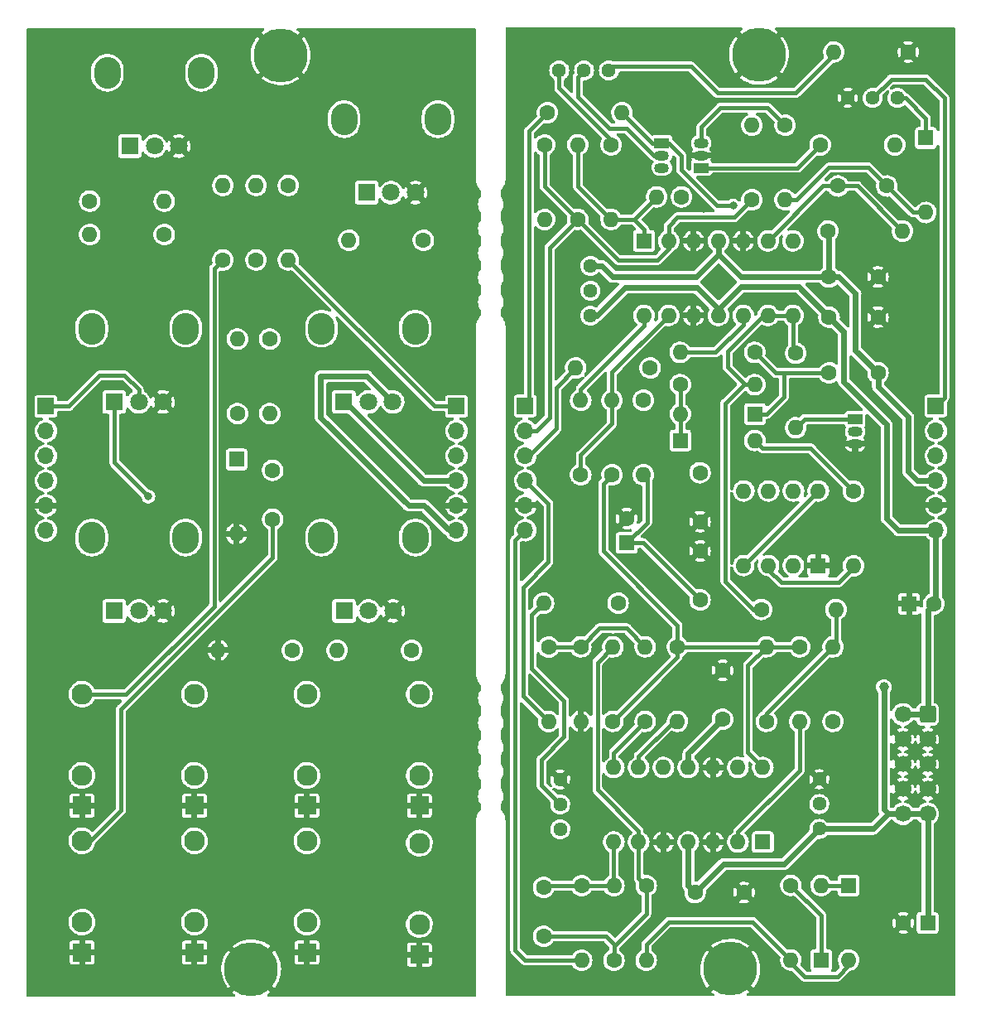
<source format=gtl>
%TF.GenerationSoftware,KiCad,Pcbnew,5.99.0-unknown-3763aca52c~129~ubuntu20.04.1*%
%TF.CreationDate,2021-06-21T22:08:16+02:00*%
%TF.ProjectId,VCO-Version-1,56434f2d-5665-4727-9369-6f6e2d312e6b,rev?*%
%TF.SameCoordinates,Original*%
%TF.FileFunction,Copper,L1,Top*%
%TF.FilePolarity,Positive*%
%FSLAX46Y46*%
G04 Gerber Fmt 4.6, Leading zero omitted, Abs format (unit mm)*
G04 Created by KiCad (PCBNEW 5.99.0-unknown-3763aca52c~129~ubuntu20.04.1) date 2021-06-21 22:08:16*
%MOMM*%
%LPD*%
G01*
G04 APERTURE LIST*
G04 Aperture macros list*
%AMRoundRect*
0 Rectangle with rounded corners*
0 $1 Rounding radius*
0 $2 $3 $4 $5 $6 $7 $8 $9 X,Y pos of 4 corners*
0 Add a 4 corners polygon primitive as box body*
4,1,4,$2,$3,$4,$5,$6,$7,$8,$9,$2,$3,0*
0 Add four circle primitives for the rounded corners*
1,1,$1+$1,$2,$3*
1,1,$1+$1,$4,$5*
1,1,$1+$1,$6,$7*
1,1,$1+$1,$8,$9*
0 Add four rect primitives between the rounded corners*
20,1,$1+$1,$2,$3,$4,$5,0*
20,1,$1+$1,$4,$5,$6,$7,0*
20,1,$1+$1,$6,$7,$8,$9,0*
20,1,$1+$1,$8,$9,$2,$3,0*%
G04 Aperture macros list end*
%TA.AperFunction,ComponentPad*%
%ADD10O,2.720000X3.240000*%
%TD*%
%TA.AperFunction,ComponentPad*%
%ADD11R,1.800000X1.800000*%
%TD*%
%TA.AperFunction,ComponentPad*%
%ADD12C,1.800000*%
%TD*%
%TA.AperFunction,ComponentPad*%
%ADD13O,1.700000X1.700000*%
%TD*%
%TA.AperFunction,ComponentPad*%
%ADD14R,1.700000X1.700000*%
%TD*%
%TA.AperFunction,ComponentPad*%
%ADD15C,1.600000*%
%TD*%
%TA.AperFunction,ComponentPad*%
%ADD16O,1.600000X1.600000*%
%TD*%
%TA.AperFunction,ComponentPad*%
%ADD17R,1.930000X1.830000*%
%TD*%
%TA.AperFunction,ComponentPad*%
%ADD18C,2.130000*%
%TD*%
%TA.AperFunction,ComponentPad*%
%ADD19C,5.500000*%
%TD*%
%TA.AperFunction,ComponentPad*%
%ADD20R,1.600000X1.600000*%
%TD*%
%TA.AperFunction,ComponentPad*%
%ADD21O,1.500000X1.050000*%
%TD*%
%TA.AperFunction,ComponentPad*%
%ADD22R,1.500000X1.050000*%
%TD*%
%TA.AperFunction,ComponentPad*%
%ADD23C,1.440000*%
%TD*%
%TA.AperFunction,ComponentPad*%
%ADD24C,1.700000*%
%TD*%
%TA.AperFunction,ComponentPad*%
%ADD25RoundRect,0.250000X0.600000X0.600000X-0.600000X0.600000X-0.600000X-0.600000X0.600000X-0.600000X0*%
%TD*%
%TA.AperFunction,ViaPad*%
%ADD26C,1.000000*%
%TD*%
%TA.AperFunction,ViaPad*%
%ADD27C,0.800000*%
%TD*%
%TA.AperFunction,Conductor*%
%ADD28C,0.400000*%
%TD*%
%TA.AperFunction,Conductor*%
%ADD29C,0.600000*%
%TD*%
G04 APERTURE END LIST*
D10*
X129600000Y-104275000D03*
X139200000Y-104275000D03*
D11*
X131900000Y-111775000D03*
D12*
X134400000Y-111775000D03*
X136900000Y-111775000D03*
D13*
X150425000Y-103525000D03*
X150425000Y-100985000D03*
X150425000Y-98445000D03*
X150425000Y-95905000D03*
X150425000Y-93365000D03*
D14*
X150425000Y-90825000D03*
D15*
X126200000Y-68290000D03*
D16*
X126200000Y-75910000D03*
D10*
X139180000Y-82925000D03*
X129580000Y-82925000D03*
D11*
X131880000Y-90425000D03*
D12*
X134380000Y-90425000D03*
X136880000Y-90425000D03*
D15*
X122900000Y-75910000D03*
D16*
X122900000Y-68290000D03*
D17*
X116600000Y-131680000D03*
D18*
X116600000Y-120280000D03*
X116600000Y-128580000D03*
D17*
X128100000Y-131680000D03*
D18*
X128100000Y-120280000D03*
X128100000Y-128580000D03*
D15*
X121000000Y-91610000D03*
D16*
X121000000Y-83990000D03*
D17*
X105100000Y-131680000D03*
D18*
X105100000Y-120280000D03*
X105100000Y-128580000D03*
D17*
X116600000Y-146680000D03*
D18*
X116600000Y-135280000D03*
X116600000Y-143580000D03*
D19*
X122400000Y-148400000D03*
D15*
X126610000Y-115800000D03*
D16*
X118990000Y-115800000D03*
D13*
X192425000Y-103525000D03*
X192425000Y-100985000D03*
X192425000Y-98445000D03*
X192425000Y-95905000D03*
X192425000Y-93365000D03*
D14*
X192425000Y-90825000D03*
D15*
X124300000Y-83990000D03*
D16*
X124300000Y-91610000D03*
D17*
X105100000Y-146680000D03*
D18*
X105100000Y-135280000D03*
X105100000Y-143580000D03*
D10*
X117300000Y-56775000D03*
X107700000Y-56775000D03*
D11*
X110000000Y-64275000D03*
D12*
X112500000Y-64275000D03*
X115000000Y-64275000D03*
D15*
X113510000Y-73300000D03*
D16*
X105890000Y-73300000D03*
D10*
X131900000Y-61525000D03*
X141500000Y-61525000D03*
D11*
X134200000Y-69025000D03*
D12*
X136700000Y-69025000D03*
X139200000Y-69025000D03*
D10*
X115700000Y-104275000D03*
X106100000Y-104275000D03*
D11*
X108400000Y-111775000D03*
D12*
X110900000Y-111775000D03*
X113400000Y-111775000D03*
D15*
X140010000Y-73900000D03*
D16*
X132390000Y-73900000D03*
D15*
X119500000Y-75910000D03*
D16*
X119500000Y-68290000D03*
D17*
X128100000Y-146680000D03*
D18*
X128100000Y-135280000D03*
X128100000Y-143580000D03*
D19*
X171400000Y-148350000D03*
D17*
X139600000Y-146900000D03*
D18*
X139600000Y-135500000D03*
X139600000Y-143800000D03*
D15*
X124600000Y-102400000D03*
X124600000Y-97400000D03*
D17*
X139600000Y-131680000D03*
D18*
X139600000Y-120280000D03*
X139600000Y-128580000D03*
D15*
X138810000Y-115800000D03*
D16*
X131190000Y-115800000D03*
D15*
X105890000Y-69900000D03*
D16*
X113510000Y-69900000D03*
D19*
X174320000Y-54950000D03*
D10*
X115700000Y-82925000D03*
X106100000Y-82925000D03*
D11*
X108400000Y-90425000D03*
D12*
X110900000Y-90425000D03*
X113400000Y-90425000D03*
D20*
X120900000Y-96290000D03*
D16*
X120900000Y-103910000D03*
D19*
X125400000Y-55000000D03*
D20*
X173910000Y-91650000D03*
D16*
X166290000Y-91650000D03*
D15*
X168300000Y-110650000D03*
X168300000Y-105650000D03*
X160800000Y-102332380D03*
D20*
X160800000Y-104832380D03*
D21*
X168425000Y-63950000D03*
X168425000Y-65220000D03*
D22*
X168425000Y-66490000D03*
D15*
X168300000Y-102650000D03*
X168300000Y-97650000D03*
X189082380Y-143650000D03*
D20*
X191582380Y-143650000D03*
D16*
X191400000Y-71060000D03*
D20*
X191400000Y-63440000D03*
D16*
X166000000Y-123060000D03*
D15*
X166000000Y-115440000D03*
D16*
X163865000Y-69460000D03*
D15*
X166405000Y-69460000D03*
X173910000Y-85350000D03*
D16*
X166290000Y-85350000D03*
X177600000Y-147450000D03*
D15*
X177600000Y-139830000D03*
X162800000Y-139840000D03*
D16*
X162800000Y-147460000D03*
D15*
X172800000Y-140550000D03*
X167800000Y-140550000D03*
D16*
X180400000Y-99510000D03*
X177860000Y-99510000D03*
X175320000Y-99510000D03*
X172780000Y-99510000D03*
X172780000Y-107130000D03*
X175320000Y-107130000D03*
X177860000Y-107130000D03*
D20*
X180400000Y-107130000D03*
X166290000Y-94350000D03*
D16*
X173910000Y-94350000D03*
X156100000Y-90240000D03*
D15*
X156100000Y-97860000D03*
D21*
X184172500Y-94720000D03*
X184172500Y-93450000D03*
D22*
X184172500Y-92180000D03*
D16*
X155800000Y-64140000D03*
D15*
X155800000Y-71760000D03*
D16*
X181900000Y-115440000D03*
D15*
X181900000Y-123060000D03*
D16*
X181980000Y-54650000D03*
D15*
X189600000Y-54650000D03*
D23*
X158980000Y-56550000D03*
X156440000Y-56550000D03*
X153900000Y-56550000D03*
X154000000Y-134080000D03*
X154000000Y-131540000D03*
X154000000Y-129000000D03*
D16*
X162500000Y-97860000D03*
D15*
X162500000Y-90240000D03*
D16*
X180700000Y-139830000D03*
D20*
X180700000Y-147450000D03*
D16*
X184000000Y-107160000D03*
D15*
X184000000Y-99540000D03*
D16*
X178500000Y-123060000D03*
D15*
X178500000Y-115440000D03*
X187400000Y-68350000D03*
X182400000Y-68350000D03*
D16*
X189010000Y-72950000D03*
D15*
X181390000Y-72950000D03*
D16*
X152400000Y-71770000D03*
D15*
X152400000Y-64150000D03*
X186500000Y-77650000D03*
X181500000Y-77650000D03*
D16*
X159400000Y-115440000D03*
D15*
X159400000Y-123060000D03*
D14*
X143400000Y-90850000D03*
D13*
X143400000Y-93390000D03*
X143400000Y-95930000D03*
X143400000Y-98470000D03*
X143400000Y-101010000D03*
X143400000Y-103550000D03*
D24*
X189042380Y-132510000D03*
X191582380Y-132510000D03*
X189042380Y-129970000D03*
X191582380Y-129970000D03*
X189042380Y-127430000D03*
X191582380Y-127430000D03*
X189042380Y-124890000D03*
X191582380Y-124890000D03*
X189042380Y-122350000D03*
D25*
X191582380Y-122350000D03*
D16*
X188210000Y-64150000D03*
D15*
X180590000Y-64150000D03*
X159200000Y-64140000D03*
D16*
X159200000Y-71760000D03*
X162700000Y-115440000D03*
D15*
X162700000Y-123060000D03*
D23*
X157100000Y-76520000D03*
X157100000Y-79060000D03*
X157100000Y-81600000D03*
D16*
X152300000Y-110980000D03*
D15*
X159920000Y-110980000D03*
X152300000Y-145030000D03*
X152300000Y-140030000D03*
D16*
X162575000Y-81570000D03*
X165115000Y-81570000D03*
X167655000Y-81570000D03*
X170195000Y-81570000D03*
X172735000Y-81570000D03*
X175275000Y-81570000D03*
X177815000Y-81570000D03*
X177815000Y-73950000D03*
X175275000Y-73950000D03*
X172735000Y-73950000D03*
X170195000Y-73950000D03*
X167655000Y-73950000D03*
X165115000Y-73950000D03*
D20*
X162575000Y-73950000D03*
D16*
X159300000Y-90240000D03*
D15*
X159300000Y-97860000D03*
X181500000Y-87450000D03*
X186500000Y-87450000D03*
X166290000Y-88650000D03*
D16*
X173910000Y-88650000D03*
X182210000Y-111620000D03*
D15*
X174590000Y-111620000D03*
D16*
X160320000Y-60850000D03*
D15*
X152700000Y-60850000D03*
D23*
X180500000Y-128970000D03*
X180500000Y-131510000D03*
X180500000Y-134050000D03*
D16*
X155590000Y-86950000D03*
D15*
X163210000Y-86950000D03*
X170600000Y-122850000D03*
X170600000Y-117850000D03*
D16*
X175100000Y-115440000D03*
D15*
X175100000Y-123060000D03*
X192200000Y-111050000D03*
D20*
X189700000Y-111050000D03*
D15*
X156200000Y-139840000D03*
D16*
X156200000Y-147460000D03*
X174725000Y-127780000D03*
X172185000Y-127780000D03*
X169645000Y-127780000D03*
X167105000Y-127780000D03*
X164565000Y-127780000D03*
X162025000Y-127780000D03*
X159485000Y-127780000D03*
X159485000Y-135400000D03*
X162025000Y-135400000D03*
X164565000Y-135400000D03*
X167105000Y-135400000D03*
X169645000Y-135400000D03*
X172185000Y-135400000D03*
D20*
X174725000Y-135400000D03*
D14*
X101400000Y-90850000D03*
D13*
X101400000Y-93390000D03*
X101400000Y-95930000D03*
X101400000Y-98470000D03*
X101400000Y-101010000D03*
X101400000Y-103550000D03*
D16*
X183500000Y-147450000D03*
D20*
X183500000Y-139830000D03*
D15*
X181500000Y-81750000D03*
X186500000Y-81750000D03*
X159500000Y-147460000D03*
D16*
X159500000Y-139840000D03*
X178100000Y-93060000D03*
D15*
X178100000Y-85440000D03*
D16*
X152810000Y-123080000D03*
D15*
X152810000Y-115460000D03*
D16*
X173600000Y-62130000D03*
D15*
X173600000Y-69750000D03*
D23*
X188500000Y-59350000D03*
X185960000Y-59350000D03*
X183420000Y-59350000D03*
D16*
X177000000Y-69760000D03*
D15*
X177000000Y-62140000D03*
D16*
X156110000Y-123060000D03*
D15*
X156110000Y-115440000D03*
D21*
X164400000Y-66490000D03*
X164400000Y-65220000D03*
D22*
X164400000Y-63950000D03*
D26*
X131100000Y-96400000D03*
X138000000Y-98500000D03*
X134300000Y-94800000D03*
X101200000Y-73500000D03*
X101300000Y-83900000D03*
X123600000Y-79900000D03*
X127600000Y-86000000D03*
X135000000Y-86600000D03*
X127200000Y-99100000D03*
X136800000Y-60800000D03*
X102300000Y-62000000D03*
X112600000Y-57600000D03*
X123000000Y-63700000D03*
X143300000Y-77000000D03*
X136600000Y-79100000D03*
X127500000Y-72800000D03*
X118600000Y-72200000D03*
X109800000Y-73200000D03*
X121000000Y-87700000D03*
X139000000Y-91600000D03*
X140600000Y-95500000D03*
X127100000Y-92200000D03*
X135600000Y-100700000D03*
X132500000Y-103300000D03*
X121000000Y-100400000D03*
X116100000Y-99400000D03*
X104800000Y-95000000D03*
X107900000Y-101100000D03*
X143500000Y-111900000D03*
X135600000Y-108100000D03*
X127000000Y-108500000D03*
X122100000Y-111700000D03*
X115600000Y-118100000D03*
X100300000Y-134800000D03*
X144500000Y-135600000D03*
X144300000Y-120300000D03*
X110900000Y-135200000D03*
X133900000Y-135200000D03*
X122400000Y-135000000D03*
X122200000Y-120600000D03*
X133900000Y-120500000D03*
X107400000Y-123600000D03*
X107800000Y-118500000D03*
X101400000Y-118300000D03*
X101000000Y-109600000D03*
X101000000Y-105600000D03*
D27*
X111886043Y-100086043D03*
D26*
X186500000Y-61750000D03*
X191600000Y-59750000D03*
X161100000Y-68950000D03*
X157600000Y-67150000D03*
X190900000Y-67150000D03*
X186300000Y-54150000D03*
X183300000Y-64450000D03*
X179300000Y-60450000D03*
X175100000Y-71350000D03*
X171800000Y-68050000D03*
X176000000Y-64550000D03*
X171100000Y-63650000D03*
X164600000Y-61250000D03*
X166500000Y-58150000D03*
X158100000Y-59150000D03*
X162700000Y-53450000D03*
X154400000Y-53550000D03*
X150100000Y-57950000D03*
X149200000Y-65850000D03*
X149300000Y-72550000D03*
X149200000Y-79550000D03*
X149200000Y-86550000D03*
X151900000Y-69450000D03*
X151900000Y-82450000D03*
X151900000Y-88050000D03*
X151900000Y-76550000D03*
X150900000Y-124750000D03*
X155700000Y-127050000D03*
X151600000Y-132350000D03*
X157500000Y-134450000D03*
X157200000Y-137250000D03*
X152100000Y-137150000D03*
X154500000Y-142550000D03*
X159300000Y-142450000D03*
X165300000Y-141350000D03*
X170200000Y-141850000D03*
X175600000Y-141850000D03*
X178600000Y-145350000D03*
X161300000Y-149950000D03*
X150400000Y-149750000D03*
X193300000Y-138050000D03*
X192400000Y-148050000D03*
X187000000Y-147250000D03*
X183200000Y-143650000D03*
X187200000Y-140050000D03*
X182400000Y-136850000D03*
X188700000Y-136450000D03*
X184600000Y-131750000D03*
X184700000Y-127150000D03*
X184800000Y-122850000D03*
X180500000Y-125750000D03*
X178500000Y-130750000D03*
X176100000Y-133250000D03*
X173600000Y-129950000D03*
X170000000Y-133250000D03*
X167700000Y-130050000D03*
X160300000Y-129850000D03*
X170300000Y-125450000D03*
X167500000Y-120950000D03*
X167700000Y-117050000D03*
X163800000Y-121150000D03*
X156100000Y-120450000D03*
X153700000Y-117350000D03*
X162000000Y-117350000D03*
X159800000Y-119350000D03*
X171300000Y-111950000D03*
X167900000Y-113450000D03*
X165400000Y-110250000D03*
X160800000Y-99950000D03*
X162200000Y-107050000D03*
X163000000Y-112750000D03*
X157200000Y-111050000D03*
X153700000Y-113050000D03*
X155500000Y-106850000D03*
X155500000Y-101150000D03*
X153300000Y-97450000D03*
X155700000Y-92850000D03*
X165500000Y-103650000D03*
X165800000Y-98950000D03*
X163800000Y-95450000D03*
X163900000Y-92150000D03*
X159500000Y-95550000D03*
X168900000Y-95050000D03*
X168900000Y-90950000D03*
X168800000Y-87250000D03*
X164200000Y-84650000D03*
X168800000Y-83650000D03*
X170200000Y-78050000D03*
X174500000Y-76250000D03*
X182300000Y-70850000D03*
X186600000Y-73050000D03*
X184200000Y-76550000D03*
X191400000Y-74650000D03*
X188500000Y-76350000D03*
X191600000Y-81350000D03*
X191200000Y-87950000D03*
X188400000Y-84450000D03*
X178500000Y-97250000D03*
X173400000Y-96850000D03*
X178800000Y-90250000D03*
X182000000Y-90250000D03*
X181300000Y-94150000D03*
X184500000Y-97050000D03*
X184100000Y-101850000D03*
X184100000Y-105050000D03*
X180400000Y-105050000D03*
X180400000Y-102050000D03*
X174100000Y-109050000D03*
X176800000Y-110550000D03*
X177300000Y-117250000D03*
X174800000Y-119150000D03*
X180100000Y-113150000D03*
X184900000Y-111250000D03*
X191000000Y-105250000D03*
X188900000Y-105250000D03*
X189200000Y-102050000D03*
X189300000Y-99850000D03*
D27*
X188500000Y-94550000D03*
X188500000Y-96250000D03*
D26*
X187100000Y-119550000D03*
X181800000Y-119350000D03*
X189500000Y-119550000D03*
X193400000Y-119650000D03*
X193400000Y-115450000D03*
X189500000Y-115550000D03*
X184900000Y-115350000D03*
X184500000Y-87550000D03*
D27*
X183100000Y-80650000D03*
X181000000Y-79350000D03*
X162200000Y-124850000D03*
X160900000Y-126350000D03*
X152600000Y-121050000D03*
X151300000Y-119750000D03*
X174200000Y-103650000D03*
X172300000Y-105150000D03*
X175100000Y-101550000D03*
X172200000Y-101450000D03*
X168700000Y-70650000D03*
X163900000Y-71650000D03*
X176700000Y-79750000D03*
X179600000Y-82450000D03*
X180100000Y-85850000D03*
X176200000Y-85850000D03*
X175200000Y-83550000D03*
X181700000Y-84550000D03*
X171700000Y-70350000D03*
D28*
X193300000Y-89950000D02*
X193300000Y-59350000D01*
X193300000Y-59350000D02*
X191400000Y-57450000D01*
X191400000Y-57450000D02*
X187860000Y-57450000D01*
X192425000Y-90825000D02*
X193300000Y-89950000D01*
X187860000Y-57450000D02*
X185960000Y-59350000D01*
X189300000Y-59350000D02*
X188500000Y-59350000D01*
X191400000Y-63440000D02*
X191400000Y-61450000D01*
X191400000Y-61450000D02*
X189300000Y-59350000D01*
X158980000Y-56550000D02*
X159380000Y-56150000D01*
X159380000Y-56150000D02*
X167400000Y-56150000D01*
X167400000Y-56150000D02*
X170100000Y-58850000D01*
X170100000Y-58850000D02*
X178080000Y-58850000D01*
X178080000Y-58850000D02*
X181980000Y-54950000D01*
X181980000Y-54950000D02*
X181980000Y-54650000D01*
X155790000Y-59240000D02*
X159000000Y-62450000D01*
X163570000Y-65220000D02*
X164400000Y-65220000D01*
X160800000Y-62450000D02*
X163570000Y-65220000D01*
X155790000Y-57200000D02*
X155790000Y-59240000D01*
X156440000Y-56550000D02*
X155790000Y-57200000D01*
X159200000Y-63650000D02*
X159200000Y-64140000D01*
X153900000Y-58350000D02*
X159200000Y-63650000D01*
X159000000Y-62450000D02*
X160800000Y-62450000D01*
X153900000Y-56550000D02*
X153900000Y-58350000D01*
X124600000Y-102400000D02*
X124600000Y-106289270D01*
X109089270Y-121800000D02*
X109089270Y-132140730D01*
X109089270Y-132140730D02*
X105950000Y-135280000D01*
X124600000Y-106289270D02*
X109089270Y-121800000D01*
X105950000Y-135280000D02*
X105100000Y-135280000D01*
X119500000Y-75910000D02*
X118600000Y-76810000D01*
X118600000Y-76810000D02*
X118600000Y-111300000D01*
X118600000Y-111300000D02*
X109600000Y-120300000D01*
X109600000Y-120300000D02*
X105120000Y-120300000D01*
X105120000Y-120300000D02*
X105100000Y-120280000D01*
X111886043Y-100086043D02*
X108400000Y-96600000D01*
X108400000Y-96600000D02*
X108400000Y-90425000D01*
X143400000Y-90850000D02*
X141140000Y-90850000D01*
X141140000Y-90850000D02*
X126200000Y-75910000D01*
D29*
X143400000Y-103550000D02*
X142650000Y-103550000D01*
X142650000Y-103550000D02*
X140100000Y-101000000D01*
X138500000Y-101000000D02*
X129500000Y-92000000D01*
X140100000Y-101000000D02*
X138500000Y-101000000D01*
X129500000Y-87800000D02*
X134255000Y-87800000D01*
X129500000Y-92000000D02*
X129500000Y-87800000D01*
X134255000Y-87800000D02*
X136880000Y-90425000D01*
X143400000Y-98470000D02*
X140047500Y-98470000D01*
X140047500Y-98470000D02*
X132002500Y-90425000D01*
X132002500Y-90425000D02*
X131880000Y-90425000D01*
D28*
X103750000Y-90850000D02*
X106900000Y-87700000D01*
X101400000Y-90850000D02*
X103750000Y-90850000D01*
X106900000Y-87700000D02*
X109447792Y-87700000D01*
X110900000Y-89152208D02*
X110900000Y-90425000D01*
X109447792Y-87700000D02*
X110900000Y-89152208D01*
X155800000Y-71760000D02*
X152900000Y-74660000D01*
X152900000Y-74660000D02*
X152900000Y-92050000D01*
X152900000Y-92050000D02*
X151585000Y-93365000D01*
X151585000Y-93365000D02*
X150425000Y-93365000D01*
X150425000Y-90825000D02*
X150800000Y-90450000D01*
X150800000Y-62750000D02*
X152700000Y-60850000D01*
X150800000Y-90450000D02*
X150800000Y-62750000D01*
D29*
X187100000Y-119550000D02*
X187100000Y-132050000D01*
X187100000Y-132050000D02*
X187560000Y-132510000D01*
X187560000Y-132510000D02*
X186020000Y-134050000D01*
X186020000Y-134050000D02*
X180500000Y-134050000D01*
X192425000Y-103525000D02*
X188575000Y-103525000D01*
X188575000Y-103525000D02*
X187400000Y-102350000D01*
X187400000Y-102350000D02*
X187400000Y-92733478D01*
X187400000Y-92733478D02*
X183000000Y-88333478D01*
X183000000Y-88333478D02*
X183000000Y-83250000D01*
X183000000Y-83250000D02*
X181500000Y-81750000D01*
X192425000Y-98445000D02*
X190495000Y-98445000D01*
X190495000Y-98445000D02*
X189600000Y-97550000D01*
X189600000Y-97550000D02*
X189600000Y-91950000D01*
X189600000Y-91950000D02*
X186500000Y-88850000D01*
X186500000Y-88850000D02*
X186500000Y-87450000D01*
X189042380Y-132510000D02*
X187560000Y-132510000D01*
X186500000Y-87450000D02*
X184200000Y-85150000D01*
X184200000Y-85150000D02*
X184200000Y-79350000D01*
X184200000Y-79350000D02*
X182500000Y-77650000D01*
X182500000Y-77650000D02*
X181500000Y-77650000D01*
D28*
X173910000Y-88650000D02*
X172900000Y-88650000D01*
X172900000Y-88650000D02*
X171100000Y-86850000D01*
X171100000Y-86850000D02*
X171100000Y-85250000D01*
X171100000Y-85250000D02*
X174780000Y-81570000D01*
X174780000Y-81570000D02*
X175275000Y-81570000D01*
X173910000Y-91650000D02*
X175110000Y-91650000D01*
X175110000Y-91650000D02*
X176900000Y-89860000D01*
X176900000Y-89860000D02*
X176900000Y-87440000D01*
X176900000Y-87440000D02*
X176000000Y-87440000D01*
X166290000Y-85350000D02*
X169900000Y-85350000D01*
X169900000Y-85350000D02*
X172735000Y-82515000D01*
X172735000Y-82515000D02*
X172735000Y-81570000D01*
X173910000Y-88650000D02*
X172800000Y-88650000D01*
X173770000Y-111620000D02*
X174590000Y-111620000D01*
X172800000Y-88650000D02*
X170900000Y-90550000D01*
X170900000Y-90550000D02*
X170900000Y-108750000D01*
X170900000Y-108750000D02*
X173770000Y-111620000D01*
X187400000Y-68350000D02*
X185500000Y-66450000D01*
X185500000Y-66450000D02*
X181500000Y-66450000D01*
X181500000Y-66450000D02*
X178190000Y-69760000D01*
X178190000Y-69760000D02*
X177000000Y-69760000D01*
X160320000Y-60850000D02*
X160320000Y-60870000D01*
X160320000Y-60870000D02*
X163400000Y-63950000D01*
X163400000Y-63950000D02*
X164400000Y-63950000D01*
X166000000Y-115440000D02*
X175100000Y-115440000D01*
X175320000Y-107130000D02*
X175320000Y-107570000D01*
X175320000Y-107570000D02*
X176600000Y-108850000D01*
X176600000Y-108850000D02*
X182500000Y-108850000D01*
X182500000Y-108850000D02*
X184000000Y-107350000D01*
X184000000Y-107350000D02*
X184000000Y-107160000D01*
X183500000Y-139830000D02*
X180700000Y-139830000D01*
X180700000Y-147450000D02*
X180700000Y-142930000D01*
X180700000Y-142930000D02*
X177600000Y-139830000D01*
X177600000Y-147450000D02*
X177600000Y-147750000D01*
X177600000Y-147750000D02*
X179000000Y-149150000D01*
X183500000Y-148000000D02*
X183500000Y-147450000D01*
X179000000Y-149150000D02*
X182350000Y-149150000D01*
X182350000Y-149150000D02*
X183500000Y-148000000D01*
X162800000Y-145850000D02*
X165100000Y-143550000D01*
X162800000Y-147460000D02*
X162800000Y-145850000D01*
X165100000Y-143550000D02*
X173700000Y-143550000D01*
X173700000Y-143550000D02*
X177600000Y-147450000D01*
X159500000Y-145850000D02*
X159500000Y-146050000D01*
X159500000Y-146050000D02*
X159500000Y-147460000D01*
X162800000Y-139840000D02*
X162800000Y-142750000D01*
X162800000Y-142750000D02*
X159500000Y-146050000D01*
X152300000Y-145030000D02*
X158680000Y-145030000D01*
X158680000Y-145030000D02*
X159500000Y-145850000D01*
X156200000Y-139840000D02*
X152490000Y-139840000D01*
X152490000Y-139840000D02*
X152300000Y-140030000D01*
X159500000Y-139840000D02*
X156200000Y-139840000D01*
X159485000Y-135400000D02*
X159485000Y-139825000D01*
X159485000Y-139825000D02*
X159500000Y-139840000D01*
X162025000Y-135400000D02*
X162025000Y-139065000D01*
X162025000Y-139065000D02*
X162800000Y-139840000D01*
X159400000Y-115440000D02*
X157800000Y-117040000D01*
X157800000Y-130050000D02*
X162025000Y-134275000D01*
X157800000Y-117040000D02*
X157800000Y-130050000D01*
X162025000Y-134275000D02*
X162025000Y-135400000D01*
X178500000Y-123060000D02*
X178500000Y-128050000D01*
X178500000Y-128050000D02*
X172185000Y-134365000D01*
X172185000Y-134365000D02*
X172185000Y-135400000D01*
X175100000Y-115440000D02*
X173200000Y-117340000D01*
X173200000Y-117340000D02*
X173200000Y-126255000D01*
X173200000Y-126255000D02*
X174725000Y-127780000D01*
X181900000Y-115440000D02*
X175100000Y-122240000D01*
X175100000Y-122240000D02*
X175100000Y-123060000D01*
X182210000Y-111620000D02*
X182210000Y-115130000D01*
X182210000Y-115130000D02*
X181900000Y-115440000D01*
X175100000Y-115440000D02*
X178500000Y-115440000D01*
X162025000Y-127780000D02*
X162025000Y-126625000D01*
X162025000Y-126625000D02*
X165590000Y-123060000D01*
X165590000Y-123060000D02*
X166000000Y-123060000D01*
X159485000Y-127780000D02*
X159485000Y-126275000D01*
X159485000Y-126275000D02*
X162700000Y-123060000D01*
X159400000Y-123060000D02*
X166000000Y-116460000D01*
X166000000Y-116460000D02*
X166000000Y-115440000D01*
X156110000Y-115440000D02*
X158000000Y-113550000D01*
X158000000Y-113550000D02*
X160810000Y-113550000D01*
X160810000Y-113550000D02*
X162700000Y-115440000D01*
X152810000Y-115460000D02*
X156090000Y-115460000D01*
X156090000Y-115460000D02*
X156110000Y-115440000D01*
X152300000Y-110980000D02*
X151100000Y-112180000D01*
X151100000Y-112180000D02*
X151100000Y-117650000D01*
X151100000Y-117650000D02*
X154400000Y-120950000D01*
X154400000Y-120950000D02*
X154400000Y-124650000D01*
X154400000Y-124650000D02*
X152100000Y-126950000D01*
X152100000Y-126950000D02*
X152100000Y-129640000D01*
X152100000Y-129640000D02*
X154000000Y-131540000D01*
X150425000Y-98445000D02*
X152800000Y-100820000D01*
X152800000Y-100820000D02*
X152800000Y-106750000D01*
X152800000Y-106750000D02*
X150200000Y-109350000D01*
X150200000Y-109350000D02*
X150200000Y-120470000D01*
X150200000Y-120470000D02*
X152810000Y-123080000D01*
X150425000Y-103525000D02*
X149400481Y-104549519D01*
X149400481Y-104549519D02*
X149400481Y-146470481D01*
X149400481Y-146470481D02*
X150390000Y-147460000D01*
X150390000Y-147460000D02*
X156200000Y-147460000D01*
X150425000Y-95905000D02*
X150845000Y-95905000D01*
X150845000Y-95905000D02*
X153600000Y-93150000D01*
X153600000Y-93150000D02*
X153600000Y-88940000D01*
X153600000Y-88940000D02*
X155590000Y-86950000D01*
X172780000Y-107130000D02*
X180400000Y-99510000D01*
X160800000Y-104832380D02*
X162482380Y-104832380D01*
X162482380Y-104832380D02*
X168300000Y-110650000D01*
X162500000Y-97860000D02*
X162900000Y-98260000D01*
X162900000Y-98260000D02*
X162900000Y-102732380D01*
X162900000Y-102732380D02*
X160800000Y-104832380D01*
X159300000Y-97860000D02*
X158400000Y-98760000D01*
X158400000Y-98760000D02*
X158400000Y-105650000D01*
X158400000Y-105650000D02*
X166000000Y-113250000D01*
X166000000Y-113250000D02*
X166000000Y-115440000D01*
X173910000Y-94350000D02*
X174710000Y-95150000D01*
X179600000Y-95150000D02*
X183990000Y-99540000D01*
X174710000Y-95150000D02*
X179600000Y-95150000D01*
X183990000Y-99540000D02*
X184000000Y-99540000D01*
X184172500Y-92180000D02*
X178980000Y-92180000D01*
X178980000Y-92180000D02*
X178100000Y-93060000D01*
X181500000Y-87450000D02*
X176010000Y-87450000D01*
X176010000Y-87450000D02*
X176000000Y-87440000D01*
X176000000Y-87440000D02*
X173910000Y-85350000D01*
X177815000Y-81570000D02*
X177815000Y-85155000D01*
X177815000Y-85155000D02*
X178100000Y-85440000D01*
X175275000Y-81570000D02*
X177815000Y-81570000D01*
X166290000Y-91650000D02*
X166290000Y-94350000D01*
X166290000Y-88650000D02*
X166290000Y-91650000D01*
X159300000Y-90240000D02*
X159300000Y-92650000D01*
X159300000Y-92650000D02*
X156100000Y-95850000D01*
X156100000Y-95850000D02*
X156100000Y-97860000D01*
X156100000Y-90240000D02*
X156100000Y-89108630D01*
X162575000Y-82633630D02*
X162575000Y-81570000D01*
X156100000Y-89108630D02*
X162575000Y-82633630D01*
X165115000Y-81570000D02*
X159300000Y-87385000D01*
X159300000Y-87385000D02*
X159300000Y-90240000D01*
X175275000Y-73950000D02*
X180875000Y-68350000D01*
X180875000Y-68350000D02*
X182400000Y-68350000D01*
X168425000Y-63950000D02*
X168425000Y-62325000D01*
X168425000Y-62325000D02*
X170400000Y-60350000D01*
X170400000Y-60350000D02*
X175210000Y-60350000D01*
X175210000Y-60350000D02*
X177000000Y-62140000D01*
X155800000Y-71760000D02*
X159990000Y-75950000D01*
X159990000Y-75950000D02*
X163900000Y-75950000D01*
X163900000Y-75950000D02*
X165115000Y-74735000D01*
X165115000Y-74735000D02*
X165115000Y-73950000D01*
X152400000Y-64150000D02*
X152400000Y-68360000D01*
X152400000Y-68360000D02*
X155800000Y-71760000D01*
X162575000Y-73950000D02*
X162575000Y-72770000D01*
X162575000Y-72770000D02*
X161565000Y-71760000D01*
X159200000Y-71760000D02*
X161565000Y-71760000D01*
X161565000Y-71760000D02*
X163865000Y-69460000D01*
X155800000Y-64140000D02*
X155800000Y-68360000D01*
X155800000Y-68360000D02*
X159200000Y-71760000D01*
X166400000Y-66739022D02*
X166400000Y-65250000D01*
X171700000Y-70350000D02*
X170010978Y-70350000D01*
X170010978Y-70350000D02*
X166400000Y-66739022D01*
X166400000Y-65250000D02*
X165100000Y-63950000D01*
X165100000Y-63950000D02*
X164400000Y-63950000D01*
X165115000Y-73950000D02*
X165115000Y-72435000D01*
X165115000Y-72435000D02*
X166000000Y-71550000D01*
X166000000Y-71550000D02*
X171800000Y-71550000D01*
X171800000Y-71550000D02*
X173600000Y-69750000D01*
X168425000Y-66490000D02*
X178250000Y-66490000D01*
X178250000Y-66490000D02*
X180590000Y-64150000D01*
D29*
X157100000Y-81600000D02*
X157750000Y-81600000D01*
X157750000Y-81600000D02*
X160600000Y-78750000D01*
X160600000Y-78750000D02*
X168000000Y-78750000D01*
X168000000Y-78750000D02*
X170195000Y-80945000D01*
X170195000Y-80945000D02*
X170195000Y-81570000D01*
X170195000Y-73950000D02*
X170195000Y-75355000D01*
X170195000Y-75355000D02*
X167900000Y-77650000D01*
X167900000Y-77650000D02*
X159400000Y-77650000D01*
X159400000Y-77650000D02*
X158270000Y-76520000D01*
X158270000Y-76520000D02*
X157100000Y-76520000D01*
X180500000Y-134050000D02*
X176900000Y-137650000D01*
X176900000Y-137650000D02*
X170700000Y-137650000D01*
X170700000Y-137650000D02*
X167800000Y-140550000D01*
X167105000Y-127780000D02*
X167105000Y-126345000D01*
X167105000Y-126345000D02*
X170600000Y-122850000D01*
X167105000Y-135400000D02*
X167105000Y-139855000D01*
X167105000Y-139855000D02*
X167800000Y-140550000D01*
X192425000Y-103525000D02*
X192425000Y-110825000D01*
X192425000Y-110825000D02*
X192200000Y-111050000D01*
X181500000Y-77650000D02*
X181500000Y-73060000D01*
X181500000Y-73060000D02*
X181390000Y-72950000D01*
X170195000Y-73950000D02*
X170195000Y-75345000D01*
X170195000Y-75345000D02*
X172500000Y-77650000D01*
X172500000Y-77650000D02*
X181500000Y-77650000D01*
X170195000Y-81570000D02*
X170195000Y-80955000D01*
X170195000Y-80955000D02*
X172500000Y-78650000D01*
X172500000Y-78650000D02*
X178400000Y-78650000D01*
X178400000Y-78650000D02*
X181500000Y-81750000D01*
D28*
X191400000Y-71060000D02*
X190110000Y-71060000D01*
X190110000Y-71060000D02*
X187400000Y-68350000D01*
X189010000Y-72950000D02*
X189000000Y-72950000D01*
X184400000Y-68350000D02*
X182400000Y-68350000D01*
X189000000Y-72950000D02*
X184400000Y-68350000D01*
D29*
X191582380Y-122350000D02*
X191582380Y-111667620D01*
X191582380Y-111667620D02*
X192200000Y-111050000D01*
X191582380Y-132510000D02*
X191582380Y-143650000D01*
X189042380Y-132510000D02*
X191582380Y-132510000D01*
X191582380Y-122350000D02*
X189042380Y-122350000D01*
%TA.AperFunction,Conductor*%
G36*
X172597880Y-52169962D02*
G01*
X172652418Y-52224500D01*
X172672380Y-52299000D01*
X172652418Y-52373500D01*
X172612530Y-52418387D01*
X172399319Y-52577598D01*
X172389402Y-52590177D01*
X172392695Y-52598431D01*
X174306129Y-54511865D01*
X174320000Y-54519873D01*
X174333871Y-54511865D01*
X176241458Y-52604278D01*
X176249466Y-52590407D01*
X176243454Y-52579993D01*
X176204032Y-52545421D01*
X176197370Y-52540217D01*
X176026133Y-52421425D01*
X175976299Y-52362559D01*
X175962575Y-52286662D01*
X175988638Y-52214070D01*
X176047504Y-52164236D01*
X176111063Y-52150000D01*
X194251000Y-52150000D01*
X194325500Y-52169962D01*
X194380038Y-52224500D01*
X194400000Y-52299000D01*
X194400000Y-151001000D01*
X194380038Y-151075500D01*
X194325500Y-151130038D01*
X194251000Y-151150000D01*
X173193547Y-151150000D01*
X173119047Y-151130038D01*
X173064509Y-151075500D01*
X173044547Y-151001000D01*
X173064509Y-150926500D01*
X173114038Y-150874987D01*
X173170470Y-150839381D01*
X173177346Y-150834476D01*
X173318970Y-150720810D01*
X173328440Y-150707894D01*
X173324362Y-150698626D01*
X171413871Y-148788135D01*
X171400000Y-148780127D01*
X171386129Y-148788135D01*
X169479720Y-150694544D01*
X169471712Y-150708415D01*
X169476946Y-150717482D01*
X169601046Y-150818875D01*
X169607870Y-150823833D01*
X169688483Y-150875685D01*
X169740342Y-150932777D01*
X169756706Y-151008149D01*
X169733193Y-151081605D01*
X169676101Y-151133464D01*
X169607878Y-151150000D01*
X148549000Y-151150000D01*
X148474500Y-151130038D01*
X148419962Y-151075500D01*
X148400000Y-151001000D01*
X148400000Y-133253606D01*
X148402065Y-133228886D01*
X148403894Y-133218014D01*
X148404849Y-133212338D01*
X148405000Y-133200000D01*
X148397753Y-133052485D01*
X148340195Y-132763122D01*
X148236360Y-132512440D01*
X148230093Y-132497310D01*
X148230093Y-132497309D01*
X148227292Y-132490548D01*
X148221567Y-132481979D01*
X148067447Y-132251323D01*
X148067446Y-132251322D01*
X148063381Y-132245238D01*
X147943641Y-132125498D01*
X147905077Y-132058703D01*
X147900000Y-132020139D01*
X147900000Y-131586241D01*
X147919962Y-131511741D01*
X147926946Y-131500778D01*
X148026863Y-131358082D01*
X148026865Y-131358078D01*
X148030596Y-131352750D01*
X148126769Y-131146507D01*
X148148402Y-131065772D01*
X148183985Y-130932976D01*
X148183985Y-130932974D01*
X148185667Y-130926698D01*
X148194736Y-130823044D01*
X148204933Y-130706481D01*
X148205500Y-130700000D01*
X148201985Y-130659822D01*
X148186234Y-130479778D01*
X148186233Y-130479773D01*
X148185667Y-130473302D01*
X148177729Y-130443675D01*
X148128452Y-130259774D01*
X148126769Y-130253493D01*
X148030596Y-130047250D01*
X148026865Y-130041922D01*
X148026863Y-130041918D01*
X147926946Y-129899222D01*
X147900567Y-129826745D01*
X147900000Y-129813759D01*
X147900000Y-129086241D01*
X147919962Y-129011741D01*
X147926946Y-129000778D01*
X148026863Y-128858082D01*
X148026865Y-128858078D01*
X148030596Y-128852750D01*
X148126769Y-128646507D01*
X148155131Y-128540658D01*
X148183985Y-128432976D01*
X148183985Y-128432974D01*
X148185667Y-128426698D01*
X148186248Y-128420064D01*
X148204933Y-128206481D01*
X148205500Y-128200000D01*
X148197141Y-128104450D01*
X148186234Y-127979778D01*
X148186233Y-127979773D01*
X148185667Y-127973302D01*
X148161522Y-127883190D01*
X148128452Y-127759774D01*
X148126769Y-127753493D01*
X148030596Y-127547250D01*
X148026865Y-127541922D01*
X148026863Y-127541918D01*
X147926946Y-127399222D01*
X147900567Y-127326745D01*
X147900000Y-127313759D01*
X147900000Y-126586241D01*
X147919962Y-126511741D01*
X147926946Y-126500778D01*
X148026863Y-126358082D01*
X148026865Y-126358078D01*
X148030596Y-126352750D01*
X148126769Y-126146507D01*
X148162210Y-126014241D01*
X148183985Y-125932976D01*
X148183985Y-125932974D01*
X148185667Y-125926698D01*
X148187327Y-125907730D01*
X148204933Y-125706481D01*
X148205500Y-125700000D01*
X148185667Y-125473302D01*
X148182363Y-125460969D01*
X148128452Y-125259774D01*
X148126769Y-125253493D01*
X148030596Y-125047250D01*
X148026865Y-125041922D01*
X148026863Y-125041918D01*
X147926946Y-124899222D01*
X147900567Y-124826745D01*
X147900000Y-124813759D01*
X147900000Y-124086241D01*
X147919962Y-124011741D01*
X147926946Y-124000778D01*
X148026863Y-123858082D01*
X148026865Y-123858078D01*
X148030596Y-123852750D01*
X148126769Y-123646507D01*
X148150748Y-123557016D01*
X148183985Y-123432976D01*
X148183985Y-123432974D01*
X148185667Y-123426698D01*
X148186362Y-123418761D01*
X148204933Y-123206481D01*
X148205500Y-123200000D01*
X148194260Y-123071523D01*
X148186234Y-122979778D01*
X148186233Y-122979773D01*
X148185667Y-122973302D01*
X148178090Y-122945022D01*
X148128452Y-122759774D01*
X148126769Y-122753493D01*
X148030596Y-122547250D01*
X148026865Y-122541922D01*
X148026863Y-122541918D01*
X147926946Y-122399222D01*
X147900567Y-122326745D01*
X147900000Y-122313759D01*
X147900000Y-121586241D01*
X147919962Y-121511741D01*
X147926946Y-121500778D01*
X148026863Y-121358082D01*
X148026865Y-121358078D01*
X148030596Y-121352750D01*
X148126769Y-121146507D01*
X148185667Y-120926698D01*
X148188094Y-120898963D01*
X148204933Y-120706481D01*
X148205500Y-120700000D01*
X148193173Y-120559098D01*
X148186234Y-120479778D01*
X148186233Y-120479773D01*
X148185667Y-120473302D01*
X148126769Y-120253493D01*
X148030596Y-120047250D01*
X148026865Y-120041922D01*
X148026863Y-120041918D01*
X147926946Y-119899222D01*
X147900567Y-119826745D01*
X147900000Y-119813759D01*
X147900000Y-119379861D01*
X147919962Y-119305361D01*
X147943641Y-119274502D01*
X148063381Y-119154762D01*
X148198216Y-118952967D01*
X148223227Y-118915536D01*
X148223228Y-118915534D01*
X148227292Y-118909452D01*
X148340195Y-118636878D01*
X148397753Y-118347515D01*
X148404206Y-118216159D01*
X148405808Y-118216238D01*
X148405033Y-118212340D01*
X148404849Y-118212338D01*
X148404860Y-118211467D01*
X148404860Y-118211465D01*
X148405000Y-118200000D01*
X148401505Y-118175595D01*
X148400000Y-118154472D01*
X148400000Y-104583901D01*
X148896152Y-104583901D01*
X148898368Y-104594284D01*
X148899090Y-104604872D01*
X148898645Y-104604902D01*
X148899981Y-104617563D01*
X148899981Y-146400810D01*
X148899501Y-146412759D01*
X148898952Y-146419588D01*
X148896609Y-146429940D01*
X148897266Y-146440532D01*
X148897266Y-146440534D01*
X148899695Y-146479681D01*
X148899981Y-146488907D01*
X148899981Y-146505395D01*
X148901352Y-146514966D01*
X148901443Y-146515603D01*
X148902661Y-146527493D01*
X148905484Y-146572990D01*
X148909087Y-146582969D01*
X148911060Y-146592499D01*
X148913794Y-146601849D01*
X148915299Y-146612358D01*
X148919693Y-146622023D01*
X148919694Y-146622025D01*
X148934166Y-146653855D01*
X148938675Y-146664932D01*
X148950545Y-146697813D01*
X148950548Y-146697819D01*
X148954151Y-146707799D01*
X148960410Y-146716367D01*
X148964977Y-146724955D01*
X148970226Y-146733162D01*
X148974621Y-146742830D01*
X148997784Y-146769711D01*
X149004378Y-146777364D01*
X149011807Y-146786720D01*
X149019672Y-146797486D01*
X149030537Y-146808351D01*
X149038055Y-146816448D01*
X149068178Y-146851407D01*
X149077086Y-146857181D01*
X149085082Y-146864156D01*
X149084788Y-146864493D01*
X149094686Y-146872500D01*
X149986832Y-147764646D01*
X149994944Y-147773438D01*
X149999379Y-147778649D01*
X150005042Y-147787625D01*
X150012994Y-147794648D01*
X150012995Y-147794649D01*
X150042403Y-147820621D01*
X150049129Y-147826943D01*
X150060781Y-147838595D01*
X150065028Y-147841778D01*
X150069036Y-147844782D01*
X150078294Y-147852319D01*
X150112469Y-147882501D01*
X150122077Y-147887012D01*
X150130210Y-147892354D01*
X150138751Y-147897030D01*
X150147247Y-147903398D01*
X150189930Y-147919399D01*
X150200948Y-147924042D01*
X150242206Y-147943412D01*
X150252698Y-147945046D01*
X150262015Y-147947894D01*
X150271511Y-147949982D01*
X150281451Y-147953708D01*
X150292039Y-147954495D01*
X150292040Y-147954495D01*
X150326899Y-147957085D01*
X150338782Y-147958449D01*
X150346264Y-147959614D01*
X150346266Y-147959614D01*
X150351955Y-147960500D01*
X150367329Y-147960500D01*
X150378370Y-147960910D01*
X150384844Y-147961391D01*
X150424382Y-147964329D01*
X150434764Y-147962113D01*
X150445355Y-147961391D01*
X150445385Y-147961836D01*
X150458046Y-147960500D01*
X155132228Y-147960500D01*
X155206728Y-147980462D01*
X155257824Y-148029333D01*
X155328854Y-148140614D01*
X155333728Y-148145759D01*
X155405010Y-148221005D01*
X155473272Y-148293064D01*
X155550889Y-148348735D01*
X155618442Y-148397188D01*
X155643911Y-148415456D01*
X155834616Y-148503372D01*
X155966387Y-148535860D01*
X156031625Y-148551945D01*
X156031628Y-148551945D01*
X156038505Y-148553641D01*
X156045576Y-148554005D01*
X156045580Y-148554006D01*
X156165812Y-148560201D01*
X156248221Y-148564448D01*
X156374572Y-148546803D01*
X156449174Y-148536385D01*
X156449176Y-148536384D01*
X156456197Y-148535404D01*
X156509913Y-148517065D01*
X156648220Y-148469847D01*
X156648225Y-148469845D01*
X156654929Y-148467556D01*
X156661082Y-148464040D01*
X156661085Y-148464038D01*
X156831090Y-148366873D01*
X156831094Y-148366870D01*
X156837246Y-148363354D01*
X156844795Y-148356873D01*
X156925945Y-148287195D01*
X156996569Y-148226556D01*
X157085526Y-148114521D01*
X157122742Y-148067650D01*
X157122743Y-148067648D01*
X157127150Y-148062098D01*
X157178565Y-147963542D01*
X157209940Y-147903398D01*
X157224277Y-147875916D01*
X157284446Y-147674726D01*
X157305485Y-147465788D01*
X157305500Y-147460000D01*
X157305099Y-147455788D01*
X157286229Y-147258022D01*
X157285555Y-147250955D01*
X157226441Y-147049453D01*
X157130290Y-146862764D01*
X157000572Y-146697626D01*
X156913450Y-146622025D01*
X156847319Y-146564639D01*
X156847317Y-146564638D01*
X156841967Y-146559995D01*
X156765233Y-146515603D01*
X156666333Y-146458388D01*
X156666331Y-146458387D01*
X156660198Y-146454839D01*
X156588497Y-146429940D01*
X156468521Y-146388277D01*
X156468519Y-146388276D01*
X156461825Y-146385952D01*
X156254003Y-146355820D01*
X156183340Y-146359091D01*
X156051311Y-146365201D01*
X156051306Y-146365202D01*
X156044234Y-146365529D01*
X155840084Y-146414729D01*
X155648922Y-146501646D01*
X155643140Y-146505747D01*
X155643139Y-146505748D01*
X155571667Y-146556447D01*
X155477644Y-146623142D01*
X155472743Y-146628261D01*
X155472739Y-146628265D01*
X155380840Y-146724264D01*
X155332430Y-146774834D01*
X155328583Y-146780792D01*
X155257213Y-146891324D01*
X155200031Y-146943083D01*
X155132039Y-146959500D01*
X150659032Y-146959500D01*
X150584532Y-146939538D01*
X150553673Y-146915859D01*
X149944622Y-146306808D01*
X149906058Y-146240013D01*
X149900981Y-146201449D01*
X149900981Y-140132116D01*
X151199226Y-140132116D01*
X151200549Y-140139084D01*
X151234872Y-140319867D01*
X151238395Y-140338425D01*
X151315870Y-140533605D01*
X151319682Y-140539577D01*
X151319684Y-140539581D01*
X151352508Y-140591005D01*
X151428854Y-140710614D01*
X151433728Y-140715759D01*
X151562150Y-140851323D01*
X151573272Y-140863064D01*
X151672179Y-140934006D01*
X151707191Y-140959118D01*
X151743911Y-140985456D01*
X151934616Y-141073372D01*
X152066387Y-141105860D01*
X152131625Y-141121945D01*
X152131628Y-141121945D01*
X152138505Y-141123641D01*
X152145576Y-141124005D01*
X152145580Y-141124006D01*
X152265812Y-141130201D01*
X152348221Y-141134448D01*
X152474572Y-141116803D01*
X152549174Y-141106385D01*
X152549176Y-141106384D01*
X152556197Y-141105404D01*
X152635001Y-141078500D01*
X152748220Y-141039847D01*
X152748225Y-141039845D01*
X152754929Y-141037556D01*
X152761082Y-141034040D01*
X152761085Y-141034038D01*
X152931090Y-140936873D01*
X152931094Y-140936870D01*
X152937246Y-140933354D01*
X152948134Y-140924006D01*
X153040442Y-140844748D01*
X153096569Y-140796556D01*
X153205760Y-140659037D01*
X153222742Y-140637650D01*
X153222743Y-140637648D01*
X153227150Y-140632098D01*
X153245692Y-140596556D01*
X153320997Y-140452203D01*
X153324277Y-140445916D01*
X153326308Y-140439125D01*
X153328617Y-140433439D01*
X153375142Y-140371924D01*
X153446192Y-140341914D01*
X153466668Y-140340500D01*
X155132228Y-140340500D01*
X155206728Y-140360462D01*
X155257824Y-140409333D01*
X155328854Y-140520614D01*
X155333728Y-140525759D01*
X155460029Y-140659084D01*
X155473272Y-140673064D01*
X155548170Y-140726785D01*
X155620422Y-140778608D01*
X155643911Y-140795456D01*
X155834616Y-140883372D01*
X155966387Y-140915860D01*
X156031625Y-140931945D01*
X156031628Y-140931945D01*
X156038505Y-140933641D01*
X156045576Y-140934005D01*
X156045580Y-140934006D01*
X156165812Y-140940201D01*
X156248221Y-140944448D01*
X156374572Y-140926803D01*
X156449174Y-140916385D01*
X156449176Y-140916384D01*
X156456197Y-140915404D01*
X156515517Y-140895152D01*
X156648220Y-140849847D01*
X156648225Y-140849845D01*
X156654929Y-140847556D01*
X156661082Y-140844040D01*
X156661085Y-140844038D01*
X156831090Y-140746873D01*
X156831094Y-140746870D01*
X156837246Y-140743354D01*
X156844795Y-140736873D01*
X156925945Y-140667195D01*
X156996569Y-140606556D01*
X157127150Y-140442098D01*
X157130431Y-140435809D01*
X157130432Y-140435808D01*
X157138373Y-140420586D01*
X157190528Y-140363766D01*
X157270478Y-140340500D01*
X158432228Y-140340500D01*
X158506728Y-140360462D01*
X158557824Y-140409333D01*
X158628854Y-140520614D01*
X158633728Y-140525759D01*
X158760029Y-140659084D01*
X158773272Y-140673064D01*
X158848170Y-140726785D01*
X158920422Y-140778608D01*
X158943911Y-140795456D01*
X159134616Y-140883372D01*
X159266387Y-140915860D01*
X159331625Y-140931945D01*
X159331628Y-140931945D01*
X159338505Y-140933641D01*
X159345576Y-140934005D01*
X159345580Y-140934006D01*
X159465812Y-140940201D01*
X159548221Y-140944448D01*
X159674572Y-140926803D01*
X159749174Y-140916385D01*
X159749176Y-140916384D01*
X159756197Y-140915404D01*
X159815517Y-140895152D01*
X159948220Y-140849847D01*
X159948225Y-140849845D01*
X159954929Y-140847556D01*
X159961082Y-140844040D01*
X159961085Y-140844038D01*
X160131090Y-140746873D01*
X160131094Y-140746870D01*
X160137246Y-140743354D01*
X160144795Y-140736873D01*
X160225945Y-140667195D01*
X160296569Y-140606556D01*
X160427150Y-140442098D01*
X160430432Y-140435808D01*
X160520994Y-140262209D01*
X160524277Y-140255916D01*
X160584446Y-140054726D01*
X160603582Y-139864685D01*
X160605119Y-139849424D01*
X160605119Y-139849421D01*
X160605485Y-139845788D01*
X160605500Y-139840000D01*
X160605099Y-139835788D01*
X160586229Y-139638022D01*
X160585555Y-139630955D01*
X160526441Y-139429453D01*
X160430290Y-139242764D01*
X160300572Y-139077626D01*
X160245688Y-139030000D01*
X160147319Y-138944639D01*
X160147317Y-138944638D01*
X160141967Y-138939995D01*
X160059886Y-138892510D01*
X160005397Y-138837925D01*
X159985500Y-138763538D01*
X159985500Y-136467970D01*
X160005462Y-136393470D01*
X160060564Y-136338608D01*
X160116090Y-136306873D01*
X160116094Y-136306870D01*
X160122246Y-136303354D01*
X160137435Y-136290313D01*
X160244612Y-136198288D01*
X160281569Y-136166556D01*
X160412150Y-136002098D01*
X160509277Y-135815916D01*
X160569446Y-135614726D01*
X160590485Y-135405788D01*
X160590500Y-135400000D01*
X160570555Y-135190955D01*
X160511441Y-134989453D01*
X160415290Y-134802764D01*
X160285572Y-134637626D01*
X160216993Y-134578116D01*
X160132319Y-134504639D01*
X160132317Y-134504638D01*
X160126967Y-134499995D01*
X160064448Y-134463827D01*
X159951333Y-134398388D01*
X159951331Y-134398387D01*
X159945198Y-134394839D01*
X159919356Y-134385865D01*
X159753521Y-134328277D01*
X159753519Y-134328276D01*
X159746825Y-134325952D01*
X159539003Y-134295820D01*
X159468340Y-134299091D01*
X159336311Y-134305201D01*
X159336306Y-134305202D01*
X159329234Y-134305529D01*
X159125084Y-134354729D01*
X158933922Y-134441646D01*
X158928140Y-134445747D01*
X158928139Y-134445748D01*
X158846803Y-134503444D01*
X158762644Y-134563142D01*
X158757743Y-134568261D01*
X158757739Y-134568265D01*
X158653986Y-134676647D01*
X158617430Y-134714834D01*
X158503520Y-134891249D01*
X158425025Y-135086021D01*
X158384776Y-135292122D01*
X158384226Y-135502116D01*
X158423395Y-135708425D01*
X158500870Y-135903605D01*
X158504682Y-135909577D01*
X158504684Y-135909581D01*
X158567281Y-136007650D01*
X158613854Y-136080614D01*
X158618728Y-136085759D01*
X158745497Y-136219578D01*
X158758272Y-136233064D01*
X158917388Y-136347191D01*
X158922343Y-136350745D01*
X158971246Y-136410387D01*
X158984500Y-136471821D01*
X158984500Y-138779422D01*
X158964538Y-138853922D01*
X158921707Y-138900951D01*
X158777644Y-139003142D01*
X158772743Y-139008261D01*
X158772739Y-139008265D01*
X158646907Y-139139711D01*
X158632430Y-139154834D01*
X158628583Y-139160792D01*
X158557213Y-139271324D01*
X158500031Y-139323083D01*
X158432039Y-139339500D01*
X157270973Y-139339500D01*
X157196473Y-139319538D01*
X157138508Y-139258720D01*
X157133538Y-139249070D01*
X157133536Y-139249067D01*
X157130290Y-139242764D01*
X157000572Y-139077626D01*
X156945688Y-139030000D01*
X156847319Y-138944639D01*
X156847317Y-138944638D01*
X156841967Y-138939995D01*
X156741107Y-138881646D01*
X156666333Y-138838388D01*
X156666331Y-138838387D01*
X156660198Y-138834839D01*
X156603794Y-138815252D01*
X156468521Y-138768277D01*
X156468519Y-138768276D01*
X156461825Y-138765952D01*
X156254003Y-138735820D01*
X156183340Y-138739091D01*
X156051311Y-138745201D01*
X156051306Y-138745202D01*
X156044234Y-138745529D01*
X155840084Y-138794729D01*
X155648922Y-138881646D01*
X155643140Y-138885747D01*
X155643139Y-138885748D01*
X155573423Y-138935201D01*
X155477644Y-139003142D01*
X155472743Y-139008261D01*
X155472739Y-139008265D01*
X155346907Y-139139711D01*
X155332430Y-139154834D01*
X155328583Y-139160792D01*
X155257213Y-139271324D01*
X155200031Y-139323083D01*
X155132039Y-139339500D01*
X153229461Y-139339500D01*
X153154961Y-139319538D01*
X153112288Y-139282541D01*
X153104952Y-139273202D01*
X153100572Y-139267626D01*
X153086022Y-139255000D01*
X152947319Y-139134639D01*
X152947317Y-139134638D01*
X152941967Y-139129995D01*
X152880810Y-139094615D01*
X152766333Y-139028388D01*
X152766331Y-139028387D01*
X152760198Y-139024839D01*
X152709628Y-139007278D01*
X152568521Y-138958277D01*
X152568519Y-138958276D01*
X152561825Y-138955952D01*
X152354003Y-138925820D01*
X152283340Y-138929091D01*
X152151311Y-138935201D01*
X152151306Y-138935202D01*
X152144234Y-138935529D01*
X151940084Y-138984729D01*
X151748922Y-139071646D01*
X151743140Y-139075747D01*
X151743139Y-139075748D01*
X151631648Y-139154834D01*
X151577644Y-139193142D01*
X151572743Y-139198261D01*
X151572739Y-139198265D01*
X151447109Y-139329500D01*
X151432430Y-139344834D01*
X151318520Y-139521249D01*
X151240025Y-139716021D01*
X151199776Y-139922122D01*
X151199757Y-139929209D01*
X151199757Y-139929213D01*
X151199705Y-139949084D01*
X151199226Y-140132116D01*
X149900981Y-140132116D01*
X149900981Y-134065682D01*
X152974600Y-134065682D01*
X152991347Y-134265122D01*
X152993357Y-134272131D01*
X152993357Y-134272132D01*
X153043141Y-134445748D01*
X153046514Y-134457512D01*
X153137999Y-134635522D01*
X153142527Y-134641234D01*
X153142527Y-134641235D01*
X153197042Y-134710015D01*
X153262317Y-134792372D01*
X153414733Y-134922089D01*
X153589442Y-135019730D01*
X153693808Y-135053640D01*
X153772857Y-135079325D01*
X153772860Y-135079326D01*
X153779789Y-135081577D01*
X153870015Y-135092336D01*
X153971293Y-135104413D01*
X153971296Y-135104413D01*
X153978524Y-135105275D01*
X154178076Y-135089920D01*
X154285525Y-135059920D01*
X154363828Y-135038058D01*
X154363833Y-135038056D01*
X154370846Y-135036098D01*
X154377346Y-135032814D01*
X154377350Y-135032813D01*
X154542985Y-134949144D01*
X154542986Y-134949144D01*
X154549490Y-134945858D01*
X154707205Y-134822638D01*
X154837982Y-134671131D01*
X154853848Y-134643202D01*
X154933242Y-134503444D01*
X154933243Y-134503441D01*
X154936841Y-134497108D01*
X155000016Y-134307198D01*
X155001454Y-134295820D01*
X155019456Y-134153312D01*
X155025100Y-134108634D01*
X155025500Y-134080000D01*
X155005970Y-133880813D01*
X155003864Y-133873837D01*
X154950228Y-133696186D01*
X154950226Y-133696182D01*
X154948122Y-133689212D01*
X154929457Y-133654108D01*
X154857585Y-133518936D01*
X154857583Y-133518934D01*
X154854161Y-133512497D01*
X154849171Y-133506378D01*
X154772022Y-133411785D01*
X154727665Y-133357398D01*
X154573452Y-133229822D01*
X154558797Y-133221898D01*
X154403808Y-133138095D01*
X154403804Y-133138093D01*
X154397397Y-133134629D01*
X154319448Y-133110500D01*
X154213165Y-133077600D01*
X154213161Y-133077599D01*
X154206205Y-133075446D01*
X154198963Y-133074685D01*
X154198959Y-133074684D01*
X154014400Y-133055286D01*
X154014399Y-133055286D01*
X154007159Y-133054525D01*
X153807840Y-133072664D01*
X153615841Y-133129173D01*
X153438474Y-133221898D01*
X153432793Y-133226466D01*
X153432791Y-133226467D01*
X153319808Y-133317308D01*
X153282495Y-133347308D01*
X153153846Y-133500626D01*
X153150336Y-133507011D01*
X153064617Y-133662935D01*
X153057427Y-133676013D01*
X153055224Y-133682957D01*
X153055223Y-133682960D01*
X153006427Y-133836787D01*
X152996910Y-133866787D01*
X152996097Y-133874031D01*
X152996097Y-133874033D01*
X152976492Y-134048818D01*
X152974600Y-134065682D01*
X149900981Y-134065682D01*
X149900981Y-121238513D01*
X149920943Y-121164013D01*
X149975481Y-121109475D01*
X150049981Y-121089513D01*
X150124481Y-121109475D01*
X150155340Y-121133154D01*
X151700184Y-122677998D01*
X151738748Y-122744793D01*
X151741062Y-122811916D01*
X151711135Y-122965159D01*
X151711134Y-122965167D01*
X151709776Y-122972122D01*
X151709757Y-122979209D01*
X151709757Y-122979213D01*
X151709591Y-123042647D01*
X151709226Y-123182116D01*
X151710549Y-123189084D01*
X151740540Y-123347049D01*
X151748395Y-123388425D01*
X151751007Y-123395005D01*
X151751008Y-123395009D01*
X151771173Y-123445809D01*
X151825870Y-123583605D01*
X151829682Y-123589577D01*
X151829684Y-123589581D01*
X151880940Y-123669882D01*
X151938854Y-123760614D01*
X151955834Y-123778538D01*
X152076483Y-123905897D01*
X152083272Y-123913064D01*
X152157722Y-123966464D01*
X152220848Y-124011741D01*
X152253911Y-124035456D01*
X152444616Y-124123372D01*
X152576387Y-124155860D01*
X152641625Y-124171945D01*
X152641628Y-124171945D01*
X152648505Y-124173641D01*
X152655576Y-124174005D01*
X152655580Y-124174006D01*
X152775812Y-124180201D01*
X152858221Y-124184448D01*
X152984572Y-124166803D01*
X153059174Y-124156385D01*
X153059176Y-124156384D01*
X153066197Y-124155404D01*
X153131489Y-124133113D01*
X153258220Y-124089847D01*
X153258225Y-124089845D01*
X153264929Y-124087556D01*
X153271082Y-124084040D01*
X153271085Y-124084038D01*
X153441090Y-123986873D01*
X153441094Y-123986870D01*
X153447246Y-123983354D01*
X153459259Y-123973040D01*
X153558396Y-123887918D01*
X153606569Y-123846556D01*
X153610978Y-123841003D01*
X153610982Y-123840999D01*
X153633811Y-123812248D01*
X153695770Y-123766316D01*
X153772395Y-123757518D01*
X153843153Y-123788212D01*
X153889085Y-123850171D01*
X153899500Y-123904901D01*
X153899500Y-124380968D01*
X153879538Y-124455468D01*
X153855859Y-124486327D01*
X151795354Y-126546832D01*
X151786562Y-126554944D01*
X151781351Y-126559379D01*
X151772375Y-126565042D01*
X151765352Y-126572994D01*
X151765351Y-126572995D01*
X151739379Y-126602403D01*
X151733057Y-126609129D01*
X151721405Y-126620781D01*
X151718222Y-126625028D01*
X151715218Y-126629036D01*
X151707681Y-126638294D01*
X151677499Y-126672469D01*
X151672988Y-126682077D01*
X151667646Y-126690210D01*
X151662970Y-126698751D01*
X151656602Y-126707247D01*
X151640601Y-126749930D01*
X151635958Y-126760948D01*
X151625473Y-126783282D01*
X151616588Y-126802206D01*
X151614954Y-126812698D01*
X151612106Y-126822015D01*
X151610018Y-126831511D01*
X151606292Y-126841451D01*
X151605505Y-126852039D01*
X151605505Y-126852040D01*
X151602915Y-126886899D01*
X151601551Y-126898782D01*
X151600386Y-126906264D01*
X151599500Y-126911955D01*
X151599500Y-126927329D01*
X151599090Y-126938370D01*
X151598355Y-126948265D01*
X151595671Y-126984382D01*
X151597887Y-126994765D01*
X151598609Y-127005353D01*
X151598164Y-127005383D01*
X151599500Y-127018044D01*
X151599500Y-129570329D01*
X151599020Y-129582278D01*
X151598471Y-129589107D01*
X151596128Y-129599459D01*
X151596785Y-129610051D01*
X151596785Y-129610053D01*
X151599214Y-129649200D01*
X151599500Y-129658426D01*
X151599500Y-129674914D01*
X151600251Y-129680157D01*
X151600962Y-129685122D01*
X151602180Y-129697012D01*
X151605003Y-129742509D01*
X151608606Y-129752488D01*
X151610579Y-129762018D01*
X151613313Y-129771368D01*
X151614818Y-129781877D01*
X151619212Y-129791542D01*
X151619213Y-129791544D01*
X151633685Y-129823374D01*
X151638194Y-129834451D01*
X151650064Y-129867332D01*
X151650067Y-129867338D01*
X151653670Y-129877318D01*
X151659929Y-129885886D01*
X151664496Y-129894474D01*
X151669745Y-129902681D01*
X151674140Y-129912349D01*
X151681072Y-129920394D01*
X151703897Y-129946883D01*
X151711326Y-129956239D01*
X151719191Y-129967005D01*
X151730056Y-129977870D01*
X151737574Y-129985967D01*
X151767697Y-130020926D01*
X151776605Y-130026700D01*
X151784601Y-130033675D01*
X151784307Y-130034012D01*
X151794205Y-130042019D01*
X152954690Y-131202504D01*
X152993254Y-131269299D01*
X152994754Y-131326545D01*
X152996910Y-131326787D01*
X152975891Y-131514176D01*
X152974600Y-131525682D01*
X152991347Y-131725122D01*
X152993357Y-131732131D01*
X152993357Y-131732132D01*
X153044217Y-131909500D01*
X153046514Y-131917512D01*
X153137999Y-132095522D01*
X153262317Y-132252372D01*
X153414733Y-132382089D01*
X153589442Y-132479730D01*
X153656358Y-132501472D01*
X153772857Y-132539325D01*
X153772860Y-132539326D01*
X153779789Y-132541577D01*
X153849755Y-132549920D01*
X153971293Y-132564413D01*
X153971296Y-132564413D01*
X153978524Y-132565275D01*
X154178076Y-132549920D01*
X154292545Y-132517960D01*
X154363828Y-132498058D01*
X154363833Y-132498056D01*
X154370846Y-132496098D01*
X154377346Y-132492814D01*
X154377350Y-132492813D01*
X154542985Y-132409144D01*
X154542986Y-132409144D01*
X154549490Y-132405858D01*
X154707205Y-132282638D01*
X154837982Y-132131131D01*
X154854257Y-132102482D01*
X154933242Y-131963444D01*
X154933243Y-131963441D01*
X154936841Y-131957108D01*
X155000016Y-131767198D01*
X155025100Y-131568634D01*
X155025500Y-131540000D01*
X155005970Y-131340813D01*
X154999102Y-131318066D01*
X154950228Y-131156186D01*
X154950226Y-131156182D01*
X154948122Y-131149212D01*
X154932171Y-131119212D01*
X154857585Y-130978936D01*
X154857583Y-130978934D01*
X154854161Y-130972497D01*
X154821929Y-130932976D01*
X154809141Y-130917297D01*
X154727665Y-130817398D01*
X154573452Y-130689822D01*
X154526561Y-130664468D01*
X154403808Y-130598095D01*
X154403804Y-130598093D01*
X154397397Y-130594629D01*
X154366740Y-130585139D01*
X154213165Y-130537600D01*
X154213161Y-130537599D01*
X154206205Y-130535446D01*
X154198963Y-130534685D01*
X154198959Y-130534684D01*
X154014400Y-130515286D01*
X154014399Y-130515286D01*
X154007159Y-130514525D01*
X153807840Y-130532664D01*
X153800851Y-130534721D01*
X153795782Y-130535688D01*
X153718861Y-130530041D01*
X153662501Y-130494687D01*
X153254985Y-130087171D01*
X153216421Y-130020376D01*
X153216421Y-129943248D01*
X153254985Y-129876453D01*
X153321780Y-129837889D01*
X153398908Y-129837889D01*
X153433035Y-129851747D01*
X153583281Y-129935717D01*
X153596574Y-129941524D01*
X153772966Y-129998837D01*
X153787129Y-130001951D01*
X153971303Y-130023913D01*
X153985795Y-130024216D01*
X154170725Y-130009987D01*
X154185008Y-130007468D01*
X154363639Y-129957594D01*
X154377178Y-129952342D01*
X154459925Y-129910544D01*
X154471866Y-129899868D01*
X154471083Y-129896123D01*
X154469050Y-129893314D01*
X153575736Y-129000000D01*
X154430127Y-129000000D01*
X154438135Y-129013871D01*
X154888019Y-129463755D01*
X154901890Y-129471763D01*
X154906846Y-129468902D01*
X154932787Y-129423237D01*
X154938682Y-129409997D01*
X154997229Y-129233998D01*
X155000441Y-129219858D01*
X155024078Y-129032750D01*
X155024658Y-129024455D01*
X155024942Y-129004175D01*
X155024593Y-128995850D01*
X155006189Y-128808156D01*
X155003375Y-128793941D01*
X154949767Y-128616382D01*
X154944237Y-128602965D01*
X154910770Y-128540023D01*
X154899847Y-128528309D01*
X154895325Y-128529353D01*
X154893731Y-128530533D01*
X154438135Y-128986129D01*
X154430127Y-129000000D01*
X153575736Y-129000000D01*
X153112218Y-128536482D01*
X153098347Y-128528474D01*
X153093857Y-128531066D01*
X153093266Y-128531853D01*
X153061394Y-128589830D01*
X153055685Y-128603148D01*
X152999601Y-128779948D01*
X152996587Y-128794134D01*
X152975912Y-128978448D01*
X152975710Y-128992950D01*
X152991229Y-129177763D01*
X152993849Y-129192042D01*
X153044970Y-129370323D01*
X153050310Y-129383809D01*
X153135090Y-129548774D01*
X153138399Y-129553908D01*
X153161978Y-129627343D01*
X153145680Y-129702730D01*
X153093872Y-129759867D01*
X153020437Y-129783446D01*
X152945050Y-129767148D01*
X152907797Y-129739983D01*
X152644141Y-129476327D01*
X152605577Y-129409532D01*
X152600500Y-129370968D01*
X152600500Y-128100184D01*
X153528290Y-128100184D01*
X153529243Y-128104450D01*
X153530708Y-128106444D01*
X153986129Y-128561865D01*
X154000000Y-128569873D01*
X154013871Y-128561865D01*
X154463454Y-128112282D01*
X154471462Y-128098411D01*
X154469006Y-128094157D01*
X154467816Y-128093270D01*
X154403615Y-128058557D01*
X154390239Y-128052934D01*
X154213067Y-127998090D01*
X154198860Y-127995173D01*
X154014397Y-127975786D01*
X153999905Y-127975685D01*
X153815190Y-127992496D01*
X153800944Y-127995213D01*
X153623016Y-128047580D01*
X153609572Y-128053012D01*
X153540079Y-128089343D01*
X153528290Y-128100184D01*
X152600500Y-128100184D01*
X152600500Y-127219032D01*
X152620462Y-127144532D01*
X152644141Y-127113673D01*
X154704646Y-125053168D01*
X154713438Y-125045056D01*
X154718649Y-125040621D01*
X154727625Y-125034958D01*
X154760621Y-124997597D01*
X154766943Y-124990871D01*
X154778595Y-124979219D01*
X154784782Y-124970964D01*
X154792319Y-124961706D01*
X154822501Y-124927531D01*
X154827012Y-124917923D01*
X154832354Y-124909790D01*
X154837030Y-124901249D01*
X154843398Y-124892753D01*
X154859400Y-124850067D01*
X154864042Y-124839052D01*
X154878899Y-124807407D01*
X154878899Y-124807406D01*
X154883412Y-124797794D01*
X154885046Y-124787302D01*
X154887894Y-124777985D01*
X154889982Y-124768489D01*
X154893708Y-124758549D01*
X154894708Y-124745099D01*
X154897085Y-124713101D01*
X154898449Y-124701218D01*
X154899614Y-124693736D01*
X154899614Y-124693734D01*
X154900500Y-124688045D01*
X154900500Y-124672671D01*
X154900910Y-124661630D01*
X154903542Y-124626206D01*
X154904329Y-124615618D01*
X154902113Y-124605236D01*
X154901391Y-124594645D01*
X154901836Y-124594615D01*
X154900500Y-124581954D01*
X154900500Y-123719968D01*
X154920462Y-123645468D01*
X154975000Y-123590930D01*
X155049500Y-123570968D01*
X155124000Y-123590930D01*
X155175095Y-123639801D01*
X155235427Y-123734321D01*
X155244128Y-123745457D01*
X155378720Y-123887536D01*
X155389365Y-123896823D01*
X155548401Y-124010892D01*
X155560603Y-124017993D01*
X155738338Y-124099929D01*
X155751667Y-124104598D01*
X155790955Y-124114284D01*
X155806968Y-124113963D01*
X155810000Y-124108458D01*
X155810000Y-122020417D01*
X155805855Y-122004946D01*
X155799673Y-122003290D01*
X155757149Y-122013539D01*
X155743785Y-122018140D01*
X155565624Y-122099145D01*
X155553388Y-122106181D01*
X155393756Y-122219416D01*
X155383064Y-122228645D01*
X155247732Y-122370015D01*
X155238972Y-122381106D01*
X155174674Y-122480687D01*
X155117492Y-122532445D01*
X155042092Y-122548679D01*
X154968676Y-122525037D01*
X154916918Y-122467855D01*
X154900500Y-122399863D01*
X154900500Y-121019671D01*
X154900980Y-121007721D01*
X154901529Y-121000894D01*
X154903872Y-120990541D01*
X154900786Y-120940794D01*
X154900500Y-120931569D01*
X154900500Y-120915086D01*
X154899040Y-120904890D01*
X154897820Y-120892988D01*
X154895655Y-120858086D01*
X154894998Y-120847491D01*
X154891394Y-120837508D01*
X154889420Y-120827974D01*
X154886686Y-120818626D01*
X154885182Y-120808123D01*
X154866317Y-120766632D01*
X154861808Y-120755556D01*
X154849934Y-120722664D01*
X154849933Y-120722662D01*
X154846330Y-120712682D01*
X154840071Y-120704114D01*
X154835504Y-120695526D01*
X154830255Y-120687319D01*
X154825860Y-120677651D01*
X154796101Y-120643114D01*
X154788674Y-120633761D01*
X154780809Y-120622995D01*
X154769944Y-120612130D01*
X154762426Y-120604033D01*
X154739230Y-120577113D01*
X154732303Y-120569074D01*
X154723395Y-120563300D01*
X154715399Y-120556325D01*
X154715693Y-120555988D01*
X154705795Y-120547981D01*
X151644141Y-117486327D01*
X151605577Y-117419532D01*
X151600500Y-117380968D01*
X151600500Y-116120893D01*
X151620462Y-116046393D01*
X151675000Y-115991855D01*
X151749500Y-115971893D01*
X151824000Y-115991855D01*
X151875096Y-116040726D01*
X151938854Y-116140614D01*
X151943728Y-116145759D01*
X152015010Y-116221005D01*
X152083272Y-116293064D01*
X152158293Y-116346873D01*
X152238702Y-116404547D01*
X152253911Y-116415456D01*
X152444616Y-116503372D01*
X152576387Y-116535860D01*
X152641625Y-116551945D01*
X152641628Y-116551945D01*
X152648505Y-116553641D01*
X152655576Y-116554005D01*
X152655580Y-116554006D01*
X152775812Y-116560201D01*
X152858221Y-116564448D01*
X152984572Y-116546803D01*
X153059174Y-116536385D01*
X153059176Y-116536384D01*
X153066197Y-116535404D01*
X153142394Y-116509390D01*
X153258220Y-116469847D01*
X153258225Y-116469845D01*
X153264929Y-116467556D01*
X153271082Y-116464040D01*
X153271085Y-116464038D01*
X153441090Y-116366873D01*
X153441094Y-116366870D01*
X153447246Y-116363354D01*
X153466439Y-116346875D01*
X153547592Y-116277195D01*
X153606569Y-116226556D01*
X153737150Y-116062098D01*
X153740429Y-116055813D01*
X153740432Y-116055808D01*
X153748373Y-116040586D01*
X153800528Y-115983766D01*
X153880478Y-115960500D01*
X155054994Y-115960500D01*
X155129494Y-115980462D01*
X155180589Y-116029332D01*
X155238854Y-116120614D01*
X155243728Y-116125759D01*
X155315010Y-116201005D01*
X155383272Y-116273064D01*
X155459306Y-116327600D01*
X155514061Y-116366873D01*
X155553911Y-116395456D01*
X155744616Y-116483372D01*
X155876387Y-116515860D01*
X155941625Y-116531945D01*
X155941628Y-116531945D01*
X155948505Y-116533641D01*
X155955576Y-116534005D01*
X155955580Y-116534006D01*
X156075812Y-116540201D01*
X156158221Y-116544448D01*
X156311110Y-116523097D01*
X156359174Y-116516385D01*
X156359176Y-116516384D01*
X156366197Y-116515404D01*
X156442743Y-116489271D01*
X156558220Y-116449847D01*
X156558225Y-116449845D01*
X156564929Y-116447556D01*
X156571082Y-116444040D01*
X156571085Y-116444038D01*
X156741090Y-116346873D01*
X156741094Y-116346870D01*
X156747246Y-116343354D01*
X156801006Y-116297195D01*
X156877897Y-116231174D01*
X156906569Y-116206556D01*
X156986225Y-116106235D01*
X157032742Y-116047650D01*
X157032743Y-116047648D01*
X157037150Y-116042098D01*
X157040432Y-116035808D01*
X157130994Y-115862209D01*
X157134277Y-115855916D01*
X157194446Y-115654726D01*
X157215485Y-115445788D01*
X157215500Y-115440000D01*
X157195555Y-115230955D01*
X157182171Y-115185332D01*
X157180353Y-115108226D01*
X157219786Y-115038028D01*
X158163673Y-114094141D01*
X158230468Y-114055577D01*
X158269032Y-114050500D01*
X159217588Y-114050500D01*
X159292088Y-114070462D01*
X159346626Y-114125000D01*
X159366588Y-114199500D01*
X159346626Y-114274000D01*
X159292088Y-114328538D01*
X159244130Y-114345098D01*
X159244234Y-114345529D01*
X159239760Y-114346607D01*
X159239758Y-114346608D01*
X159237339Y-114347191D01*
X159237337Y-114347191D01*
X159163711Y-114364935D01*
X159040084Y-114394729D01*
X158848922Y-114481646D01*
X158843140Y-114485747D01*
X158843139Y-114485748D01*
X158824863Y-114498712D01*
X158677644Y-114603142D01*
X158672743Y-114608261D01*
X158672739Y-114608265D01*
X158591643Y-114692979D01*
X158532430Y-114754834D01*
X158418520Y-114931249D01*
X158340025Y-115126021D01*
X158299776Y-115332122D01*
X158299757Y-115339209D01*
X158299757Y-115339213D01*
X158299503Y-115436359D01*
X158299226Y-115542116D01*
X158300549Y-115549084D01*
X158330934Y-115709127D01*
X158325218Y-115786043D01*
X158289908Y-115842278D01*
X157495354Y-116636832D01*
X157486562Y-116644944D01*
X157481351Y-116649379D01*
X157472375Y-116655042D01*
X157465352Y-116662994D01*
X157465351Y-116662995D01*
X157439379Y-116692403D01*
X157433057Y-116699129D01*
X157421405Y-116710781D01*
X157418222Y-116715028D01*
X157415218Y-116719036D01*
X157407681Y-116728294D01*
X157377499Y-116762469D01*
X157372988Y-116772077D01*
X157367646Y-116780210D01*
X157362970Y-116788751D01*
X157356602Y-116797247D01*
X157340601Y-116839930D01*
X157335958Y-116850948D01*
X157322980Y-116878592D01*
X157316588Y-116892206D01*
X157314954Y-116902698D01*
X157312106Y-116912015D01*
X157310018Y-116921511D01*
X157306292Y-116931451D01*
X157305505Y-116942039D01*
X157305505Y-116942040D01*
X157302915Y-116976899D01*
X157301551Y-116988782D01*
X157299500Y-117001955D01*
X157299500Y-117017329D01*
X157299090Y-117028370D01*
X157295671Y-117074382D01*
X157297887Y-117084765D01*
X157298609Y-117095353D01*
X157298164Y-117095383D01*
X157299500Y-117108044D01*
X157299500Y-122362666D01*
X157279538Y-122437166D01*
X157225000Y-122491704D01*
X157150500Y-122511666D01*
X157076000Y-122491704D01*
X157033327Y-122454706D01*
X156914589Y-122303545D01*
X156904859Y-122293326D01*
X156757029Y-122165046D01*
X156745542Y-122156853D01*
X156576128Y-122058845D01*
X156563292Y-122052968D01*
X156428529Y-122006170D01*
X156412557Y-122005012D01*
X156410771Y-122007644D01*
X156410000Y-122012213D01*
X156410000Y-124100307D01*
X156414145Y-124115778D01*
X156417413Y-124116653D01*
X156421625Y-124115954D01*
X156558010Y-124069393D01*
X156570880Y-124063582D01*
X156740801Y-123966464D01*
X156752338Y-123958326D01*
X156900830Y-123830827D01*
X156910622Y-123820652D01*
X157033811Y-123665505D01*
X157095770Y-123619573D01*
X157172395Y-123610775D01*
X157243153Y-123641469D01*
X157289085Y-123703428D01*
X157299500Y-123758158D01*
X157299500Y-129980329D01*
X157299020Y-129992278D01*
X157298471Y-129999107D01*
X157296128Y-130009459D01*
X157296785Y-130020051D01*
X157296785Y-130020053D01*
X157299214Y-130059200D01*
X157299500Y-130068426D01*
X157299500Y-130084914D01*
X157300251Y-130090157D01*
X157300962Y-130095122D01*
X157302180Y-130107012D01*
X157305003Y-130152509D01*
X157308606Y-130162488D01*
X157310579Y-130172018D01*
X157313313Y-130181368D01*
X157314818Y-130191877D01*
X157319212Y-130201542D01*
X157319213Y-130201544D01*
X157333685Y-130233374D01*
X157338194Y-130244451D01*
X157350064Y-130277332D01*
X157350067Y-130277338D01*
X157353670Y-130287318D01*
X157359929Y-130295886D01*
X157364496Y-130304474D01*
X157369745Y-130312681D01*
X157374140Y-130322349D01*
X157403595Y-130356532D01*
X157403897Y-130356883D01*
X157411326Y-130366239D01*
X157419191Y-130377005D01*
X157430056Y-130387870D01*
X157437574Y-130395967D01*
X157467697Y-130430926D01*
X157476605Y-130436700D01*
X157484601Y-130443675D01*
X157484307Y-130444012D01*
X157494205Y-130452019D01*
X161354934Y-134312748D01*
X161393498Y-134379543D01*
X161393498Y-134456671D01*
X161354934Y-134523466D01*
X161335786Y-134539632D01*
X161302644Y-134563142D01*
X161297743Y-134568261D01*
X161297739Y-134568265D01*
X161193986Y-134676647D01*
X161157430Y-134714834D01*
X161043520Y-134891249D01*
X160965025Y-135086021D01*
X160924776Y-135292122D01*
X160924226Y-135502116D01*
X160963395Y-135708425D01*
X161040870Y-135903605D01*
X161044682Y-135909577D01*
X161044684Y-135909581D01*
X161107281Y-136007650D01*
X161153854Y-136080614D01*
X161158728Y-136085759D01*
X161285497Y-136219578D01*
X161298272Y-136233064D01*
X161457388Y-136347191D01*
X161462343Y-136350745D01*
X161511246Y-136410387D01*
X161524500Y-136471821D01*
X161524500Y-138995329D01*
X161524020Y-139007278D01*
X161523471Y-139014107D01*
X161521128Y-139024459D01*
X161521785Y-139035051D01*
X161521785Y-139035053D01*
X161524214Y-139074200D01*
X161524500Y-139083426D01*
X161524500Y-139099914D01*
X161525251Y-139105157D01*
X161525962Y-139110122D01*
X161527180Y-139122012D01*
X161527964Y-139134639D01*
X161530003Y-139167509D01*
X161533606Y-139177488D01*
X161535579Y-139187018D01*
X161538313Y-139196368D01*
X161539818Y-139206877D01*
X161544212Y-139216542D01*
X161544213Y-139216544D01*
X161558685Y-139248374D01*
X161563194Y-139259451D01*
X161575064Y-139292332D01*
X161575067Y-139292338D01*
X161578670Y-139302318D01*
X161584929Y-139310886D01*
X161589496Y-139319474D01*
X161594745Y-139327681D01*
X161599140Y-139337349D01*
X161606072Y-139345394D01*
X161628897Y-139371883D01*
X161636326Y-139381239D01*
X161644191Y-139392005D01*
X161655056Y-139402870D01*
X161662574Y-139410967D01*
X161692697Y-139445926D01*
X161690763Y-139447592D01*
X161725093Y-139498686D01*
X161730362Y-139575501D01*
X161718153Y-139638022D01*
X161699776Y-139732122D01*
X161699226Y-139942116D01*
X161700549Y-139949084D01*
X161736622Y-140139084D01*
X161738395Y-140148425D01*
X161741007Y-140155005D01*
X161741008Y-140155009D01*
X161762820Y-140209958D01*
X161815870Y-140343605D01*
X161819682Y-140349577D01*
X161819684Y-140349581D01*
X161883310Y-140449262D01*
X161928854Y-140520614D01*
X161933728Y-140525759D01*
X162060029Y-140659084D01*
X162073272Y-140673064D01*
X162184571Y-140752894D01*
X162237343Y-140790745D01*
X162286246Y-140850387D01*
X162299500Y-140911821D01*
X162299500Y-142480968D01*
X162279538Y-142555468D01*
X162255859Y-142586327D01*
X159705359Y-145136827D01*
X159638564Y-145175391D01*
X159561436Y-145175391D01*
X159494641Y-145136827D01*
X159083168Y-144725354D01*
X159075056Y-144716562D01*
X159070621Y-144711351D01*
X159064958Y-144702375D01*
X159027597Y-144669379D01*
X159020871Y-144663057D01*
X159009219Y-144651405D01*
X159000964Y-144645218D01*
X158991706Y-144637681D01*
X158957531Y-144607499D01*
X158947923Y-144602988D01*
X158939790Y-144597646D01*
X158931249Y-144592970D01*
X158922753Y-144586602D01*
X158880067Y-144570600D01*
X158869052Y-144565958D01*
X158837407Y-144551101D01*
X158837406Y-144551101D01*
X158827794Y-144546588D01*
X158817302Y-144544954D01*
X158807985Y-144542106D01*
X158798489Y-144540018D01*
X158788549Y-144536292D01*
X158777961Y-144535505D01*
X158777960Y-144535505D01*
X158743101Y-144532915D01*
X158731218Y-144531551D01*
X158723736Y-144530386D01*
X158723734Y-144530386D01*
X158718045Y-144529500D01*
X158702671Y-144529500D01*
X158691630Y-144529090D01*
X158679167Y-144528164D01*
X158645618Y-144525671D01*
X158635235Y-144527887D01*
X158624647Y-144528609D01*
X158624617Y-144528164D01*
X158611956Y-144529500D01*
X153370973Y-144529500D01*
X153296473Y-144509538D01*
X153238508Y-144448720D01*
X153233538Y-144439070D01*
X153233537Y-144439068D01*
X153230290Y-144432764D01*
X153100572Y-144267626D01*
X152997864Y-144178500D01*
X152947319Y-144134639D01*
X152947317Y-144134638D01*
X152941967Y-144129995D01*
X152839060Y-144070462D01*
X152766333Y-144028388D01*
X152766331Y-144028387D01*
X152760198Y-144024839D01*
X152639911Y-143983068D01*
X152568521Y-143958277D01*
X152568519Y-143958276D01*
X152561825Y-143955952D01*
X152354003Y-143925820D01*
X152283340Y-143929091D01*
X152151311Y-143935201D01*
X152151306Y-143935202D01*
X152144234Y-143935529D01*
X151940084Y-143984729D01*
X151748922Y-144071646D01*
X151577644Y-144193142D01*
X151572743Y-144198261D01*
X151572739Y-144198265D01*
X151437334Y-144339711D01*
X151432430Y-144344834D01*
X151318520Y-144521249D01*
X151240025Y-144716021D01*
X151199776Y-144922122D01*
X151199226Y-145132116D01*
X151238395Y-145338425D01*
X151241007Y-145345005D01*
X151241008Y-145345009D01*
X151256866Y-145384959D01*
X151315870Y-145533605D01*
X151319682Y-145539577D01*
X151319684Y-145539581D01*
X151369219Y-145617185D01*
X151428854Y-145710614D01*
X151458066Y-145741451D01*
X151505010Y-145791005D01*
X151573272Y-145863064D01*
X151743911Y-145985456D01*
X151934616Y-146073372D01*
X152066387Y-146105860D01*
X152131625Y-146121945D01*
X152131628Y-146121945D01*
X152138505Y-146123641D01*
X152145576Y-146124005D01*
X152145580Y-146124006D01*
X152265812Y-146130201D01*
X152348221Y-146134448D01*
X152474572Y-146116803D01*
X152549174Y-146106385D01*
X152549176Y-146106384D01*
X152556197Y-146105404D01*
X152617772Y-146084382D01*
X152748220Y-146039847D01*
X152748225Y-146039845D01*
X152754929Y-146037556D01*
X152761082Y-146034040D01*
X152761085Y-146034038D01*
X152931090Y-145936873D01*
X152931094Y-145936870D01*
X152937246Y-145933354D01*
X153096569Y-145796556D01*
X153227150Y-145632098D01*
X153230429Y-145625813D01*
X153230432Y-145625808D01*
X153238373Y-145610586D01*
X153290528Y-145553766D01*
X153370478Y-145530500D01*
X158410968Y-145530500D01*
X158485468Y-145550462D01*
X158516327Y-145574141D01*
X158955859Y-146013673D01*
X158994423Y-146080468D01*
X158999500Y-146119032D01*
X158999500Y-146388782D01*
X158979538Y-146463282D01*
X158936708Y-146510310D01*
X158777644Y-146623142D01*
X158772743Y-146628261D01*
X158772739Y-146628265D01*
X158680840Y-146724264D01*
X158632430Y-146774834D01*
X158518520Y-146951249D01*
X158440025Y-147146021D01*
X158419533Y-147250955D01*
X158403089Y-147335159D01*
X158399776Y-147352122D01*
X158399226Y-147562116D01*
X158400549Y-147569084D01*
X158435175Y-147751463D01*
X158438395Y-147768425D01*
X158441007Y-147775005D01*
X158441008Y-147775009D01*
X158474395Y-147859118D01*
X158515870Y-147963605D01*
X158519682Y-147969577D01*
X158519684Y-147969581D01*
X158557824Y-148029333D01*
X158628854Y-148140614D01*
X158633728Y-148145759D01*
X158705010Y-148221005D01*
X158773272Y-148293064D01*
X158850889Y-148348735D01*
X158918442Y-148397188D01*
X158943911Y-148415456D01*
X159134616Y-148503372D01*
X159266387Y-148535860D01*
X159331625Y-148551945D01*
X159331628Y-148551945D01*
X159338505Y-148553641D01*
X159345576Y-148554005D01*
X159345580Y-148554006D01*
X159465812Y-148560201D01*
X159548221Y-148564448D01*
X159674572Y-148546803D01*
X159749174Y-148536385D01*
X159749176Y-148536384D01*
X159756197Y-148535404D01*
X159809913Y-148517065D01*
X159948220Y-148469847D01*
X159948225Y-148469845D01*
X159954929Y-148467556D01*
X159961082Y-148464040D01*
X159961085Y-148464038D01*
X160131090Y-148366873D01*
X160131094Y-148366870D01*
X160137246Y-148363354D01*
X160144795Y-148356873D01*
X160225945Y-148287195D01*
X160296569Y-148226556D01*
X160385526Y-148114521D01*
X160422742Y-148067650D01*
X160422743Y-148067648D01*
X160427150Y-148062098D01*
X160478565Y-147963542D01*
X160509940Y-147903398D01*
X160524277Y-147875916D01*
X160584446Y-147674726D01*
X160595785Y-147562116D01*
X161699226Y-147562116D01*
X161700549Y-147569084D01*
X161735175Y-147751463D01*
X161738395Y-147768425D01*
X161741007Y-147775005D01*
X161741008Y-147775009D01*
X161774395Y-147859118D01*
X161815870Y-147963605D01*
X161819682Y-147969577D01*
X161819684Y-147969581D01*
X161857824Y-148029333D01*
X161928854Y-148140614D01*
X161933728Y-148145759D01*
X162005010Y-148221005D01*
X162073272Y-148293064D01*
X162150889Y-148348735D01*
X162218442Y-148397188D01*
X162243911Y-148415456D01*
X162434616Y-148503372D01*
X162566387Y-148535860D01*
X162631625Y-148551945D01*
X162631628Y-148551945D01*
X162638505Y-148553641D01*
X162645576Y-148554005D01*
X162645580Y-148554006D01*
X162765812Y-148560201D01*
X162848221Y-148564448D01*
X162974572Y-148546803D01*
X163049174Y-148536385D01*
X163049176Y-148536384D01*
X163056197Y-148535404D01*
X163109913Y-148517065D01*
X163248220Y-148469847D01*
X163248225Y-148469845D01*
X163254929Y-148467556D01*
X163261082Y-148464040D01*
X163261085Y-148464038D01*
X163281447Y-148452400D01*
X168346953Y-148452400D01*
X168347247Y-148460822D01*
X168378170Y-148797344D01*
X168379418Y-148805699D01*
X168448235Y-149136550D01*
X168450424Y-149144715D01*
X168556247Y-149465636D01*
X168559349Y-149473511D01*
X168700822Y-149780391D01*
X168704789Y-149787852D01*
X168880102Y-150076759D01*
X168884880Y-150083712D01*
X169028726Y-150269491D01*
X169041475Y-150279185D01*
X169050216Y-150275520D01*
X170961865Y-148363871D01*
X170969873Y-148350000D01*
X171830127Y-148350000D01*
X171838135Y-148363871D01*
X173744944Y-150270680D01*
X173758815Y-150278688D01*
X173767297Y-150273791D01*
X173899892Y-150105595D01*
X173904734Y-150098681D01*
X174082559Y-149811319D01*
X174086589Y-149803897D01*
X174230743Y-149498249D01*
X174233907Y-149490417D01*
X174342534Y-149170411D01*
X174344788Y-149162283D01*
X174416488Y-148832052D01*
X174417813Y-148823687D01*
X174451800Y-148486159D01*
X174452155Y-148480351D01*
X174454936Y-148352916D01*
X174454834Y-148347078D01*
X174435602Y-148008394D01*
X174434645Y-147999993D01*
X174377416Y-147666934D01*
X174375519Y-147658720D01*
X174280957Y-147334291D01*
X174278131Y-147326312D01*
X174147450Y-147014673D01*
X174143752Y-147007091D01*
X173978623Y-146712232D01*
X173974095Y-146705125D01*
X173776655Y-146430863D01*
X173773671Y-146427178D01*
X173761880Y-146419594D01*
X173746007Y-146428257D01*
X171838135Y-148336129D01*
X171830127Y-148350000D01*
X170969873Y-148350000D01*
X170961865Y-148336129D01*
X169055196Y-146429460D01*
X169041325Y-146421452D01*
X169031617Y-146427056D01*
X168962898Y-146508232D01*
X168957823Y-146514966D01*
X168770073Y-146795953D01*
X168765787Y-146803229D01*
X168611050Y-147103670D01*
X168607623Y-147111369D01*
X168487893Y-147427390D01*
X168485354Y-147435443D01*
X168402172Y-147762974D01*
X168400558Y-147771272D01*
X168354987Y-148106126D01*
X168354326Y-148114521D01*
X168346953Y-148452400D01*
X163281447Y-148452400D01*
X163431090Y-148366873D01*
X163431094Y-148366870D01*
X163437246Y-148363354D01*
X163444795Y-148356873D01*
X163525945Y-148287195D01*
X163596569Y-148226556D01*
X163685526Y-148114521D01*
X163722742Y-148067650D01*
X163722743Y-148067648D01*
X163727150Y-148062098D01*
X163778565Y-147963542D01*
X163809940Y-147903398D01*
X163824277Y-147875916D01*
X163884446Y-147674726D01*
X163905485Y-147465788D01*
X163905500Y-147460000D01*
X163905099Y-147455788D01*
X163886229Y-147258022D01*
X163885555Y-147250955D01*
X163826441Y-147049453D01*
X163730290Y-146862764D01*
X163600572Y-146697626D01*
X163513450Y-146622025D01*
X163447319Y-146564639D01*
X163447317Y-146564638D01*
X163441967Y-146559995D01*
X163386487Y-146527899D01*
X163374887Y-146521188D01*
X163320397Y-146466602D01*
X163300500Y-146392215D01*
X163300500Y-146119032D01*
X163320462Y-146044532D01*
X163344141Y-146013673D01*
X163367637Y-145990177D01*
X169469402Y-145990177D01*
X169472695Y-145998431D01*
X171386129Y-147911865D01*
X171400000Y-147919873D01*
X171413871Y-147911865D01*
X173321458Y-146004278D01*
X173329466Y-145990407D01*
X173323454Y-145979993D01*
X173284032Y-145945421D01*
X173277362Y-145940210D01*
X172999712Y-145747597D01*
X172992508Y-145743182D01*
X172694828Y-145583234D01*
X172687169Y-145579662D01*
X172373293Y-145454438D01*
X172365282Y-145451758D01*
X172039242Y-145362869D01*
X172031001Y-145361117D01*
X171696982Y-145309707D01*
X171688588Y-145308899D01*
X171350905Y-145295631D01*
X171342468Y-145295778D01*
X171005454Y-145320823D01*
X170997095Y-145321923D01*
X170665082Y-145384959D01*
X170656892Y-145387000D01*
X170334152Y-145487213D01*
X170326246Y-145490169D01*
X170016930Y-145626272D01*
X170009408Y-145630104D01*
X169717489Y-145800347D01*
X169710442Y-145805011D01*
X169479319Y-145977598D01*
X169469402Y-145990177D01*
X163367637Y-145990177D01*
X165263673Y-144094141D01*
X165330468Y-144055577D01*
X165369032Y-144050500D01*
X173430968Y-144050500D01*
X173505468Y-144070462D01*
X173536327Y-144094141D01*
X176490184Y-147047998D01*
X176528748Y-147114793D01*
X176531062Y-147181916D01*
X176501135Y-147335159D01*
X176501134Y-147335167D01*
X176499776Y-147342122D01*
X176499757Y-147349209D01*
X176499757Y-147349213D01*
X176499731Y-147359213D01*
X176499226Y-147552116D01*
X176538395Y-147758425D01*
X176541007Y-147765005D01*
X176541008Y-147765009D01*
X176568728Y-147834842D01*
X176615870Y-147953605D01*
X176619682Y-147959577D01*
X176619684Y-147959581D01*
X176664207Y-148029333D01*
X176728854Y-148130614D01*
X176733728Y-148135759D01*
X176860497Y-148269578D01*
X176873272Y-148283064D01*
X176947255Y-148336129D01*
X177032384Y-148397188D01*
X177043911Y-148405456D01*
X177234616Y-148493372D01*
X177366387Y-148525860D01*
X177431625Y-148541945D01*
X177431628Y-148541945D01*
X177438505Y-148543641D01*
X177445576Y-148544005D01*
X177445580Y-148544006D01*
X177629141Y-148553465D01*
X177642070Y-148554131D01*
X177715444Y-148577901D01*
X177739761Y-148597575D01*
X178596832Y-149454646D01*
X178604944Y-149463438D01*
X178609379Y-149468649D01*
X178615042Y-149477625D01*
X178622994Y-149484648D01*
X178622995Y-149484649D01*
X178652403Y-149510621D01*
X178659129Y-149516943D01*
X178670781Y-149528595D01*
X178675028Y-149531778D01*
X178679036Y-149534782D01*
X178688294Y-149542319D01*
X178722469Y-149572501D01*
X178732077Y-149577012D01*
X178740210Y-149582354D01*
X178748751Y-149587030D01*
X178757247Y-149593398D01*
X178799930Y-149609399D01*
X178810948Y-149614042D01*
X178815790Y-149616315D01*
X178852206Y-149633412D01*
X178862698Y-149635046D01*
X178872015Y-149637894D01*
X178881511Y-149639982D01*
X178891451Y-149643708D01*
X178902039Y-149644495D01*
X178902040Y-149644495D01*
X178936899Y-149647085D01*
X178948782Y-149648449D01*
X178956264Y-149649614D01*
X178956266Y-149649614D01*
X178961955Y-149650500D01*
X178977329Y-149650500D01*
X178988370Y-149650910D01*
X178994844Y-149651391D01*
X179034382Y-149654329D01*
X179044765Y-149652113D01*
X179055353Y-149651391D01*
X179055383Y-149651836D01*
X179068044Y-149650500D01*
X182280329Y-149650500D01*
X182292278Y-149650980D01*
X182299107Y-149651529D01*
X182309459Y-149653872D01*
X182320051Y-149653215D01*
X182320053Y-149653215D01*
X182359200Y-149650786D01*
X182368426Y-149650500D01*
X182384914Y-149650500D01*
X182395127Y-149649038D01*
X182407012Y-149647820D01*
X182426757Y-149646595D01*
X182452509Y-149644997D01*
X182462488Y-149641394D01*
X182472018Y-149639421D01*
X182481368Y-149636687D01*
X182491877Y-149635182D01*
X182501542Y-149630788D01*
X182501544Y-149630787D01*
X182533374Y-149616315D01*
X182544451Y-149611806D01*
X182577332Y-149599936D01*
X182577338Y-149599933D01*
X182587318Y-149596330D01*
X182595886Y-149590071D01*
X182604474Y-149585504D01*
X182612681Y-149580255D01*
X182622349Y-149575860D01*
X182656886Y-149546101D01*
X182666239Y-149538674D01*
X182677005Y-149530809D01*
X182687870Y-149519944D01*
X182695967Y-149512426D01*
X182722887Y-149489230D01*
X182730926Y-149482303D01*
X182736700Y-149473395D01*
X182743675Y-149465399D01*
X182744012Y-149465693D01*
X182752019Y-149455795D01*
X183635129Y-148572685D01*
X183701924Y-148534121D01*
X183719879Y-148530476D01*
X183749175Y-148526385D01*
X183749179Y-148526384D01*
X183756197Y-148525404D01*
X183815763Y-148505068D01*
X183948220Y-148459847D01*
X183948225Y-148459845D01*
X183954929Y-148457556D01*
X183961082Y-148454040D01*
X183961085Y-148454038D01*
X184131090Y-148356873D01*
X184131094Y-148356870D01*
X184137246Y-148353354D01*
X184144556Y-148347078D01*
X184259612Y-148248288D01*
X184296569Y-148216556D01*
X184427150Y-148052098D01*
X184449950Y-148008394D01*
X184520994Y-147872209D01*
X184524277Y-147865916D01*
X184584446Y-147664726D01*
X184605485Y-147455788D01*
X184605500Y-147450000D01*
X184596162Y-147352122D01*
X184586229Y-147248022D01*
X184585555Y-147240955D01*
X184526441Y-147039453D01*
X184430290Y-146852764D01*
X184300572Y-146687626D01*
X184224974Y-146622025D01*
X184147319Y-146554639D01*
X184147317Y-146554638D01*
X184141967Y-146549995D01*
X184102402Y-146527106D01*
X183966333Y-146448388D01*
X183966331Y-146448387D01*
X183960198Y-146444839D01*
X183934356Y-146435865D01*
X183768521Y-146378277D01*
X183768519Y-146378276D01*
X183761825Y-146375952D01*
X183554003Y-146345820D01*
X183483340Y-146349091D01*
X183351311Y-146355201D01*
X183351306Y-146355202D01*
X183344234Y-146355529D01*
X183140084Y-146404729D01*
X182948922Y-146491646D01*
X182943140Y-146495747D01*
X182943139Y-146495748D01*
X182806745Y-146592499D01*
X182777644Y-146613142D01*
X182772743Y-146618261D01*
X182772739Y-146618265D01*
X182671267Y-146724264D01*
X182632430Y-146764834D01*
X182518520Y-146941249D01*
X182440025Y-147136021D01*
X182399776Y-147342122D01*
X182399757Y-147349209D01*
X182399757Y-147349213D01*
X182399731Y-147359213D01*
X182399226Y-147552116D01*
X182438395Y-147758425D01*
X182441007Y-147765005D01*
X182441008Y-147765009D01*
X182468728Y-147834842D01*
X182515870Y-147953605D01*
X182519682Y-147959577D01*
X182519684Y-147959581D01*
X182577203Y-148049694D01*
X182600459Y-148123232D01*
X182583831Y-148198547D01*
X182556966Y-148235220D01*
X182186327Y-148605859D01*
X182119532Y-148644423D01*
X182080968Y-148649500D01*
X181873347Y-148649500D01*
X181798847Y-148629538D01*
X181744309Y-148575000D01*
X181724347Y-148500500D01*
X181746664Y-148422064D01*
X181784870Y-148360359D01*
X181805500Y-148250000D01*
X181805500Y-146650000D01*
X181804197Y-146621812D01*
X181773472Y-146513827D01*
X181764274Y-146501646D01*
X181714135Y-146435252D01*
X181705814Y-146424233D01*
X181690964Y-146415038D01*
X181622101Y-146372400D01*
X181622100Y-146372399D01*
X181610359Y-146365130D01*
X181500000Y-146344500D01*
X181349500Y-146344500D01*
X181275000Y-146324538D01*
X181220462Y-146270000D01*
X181200500Y-146195500D01*
X181200500Y-144612937D01*
X188549570Y-144612937D01*
X188550785Y-144615043D01*
X188555691Y-144618461D01*
X188710725Y-144689932D01*
X188724046Y-144694597D01*
X188914078Y-144741450D01*
X188928033Y-144743511D01*
X189123501Y-144753583D01*
X189137601Y-144752967D01*
X189331435Y-144725898D01*
X189345175Y-144722625D01*
X189530390Y-144659393D01*
X189543260Y-144653582D01*
X189601593Y-144620242D01*
X189612968Y-144608965D01*
X189611498Y-144603382D01*
X189096251Y-144088135D01*
X189082380Y-144080127D01*
X189068509Y-144088135D01*
X188557578Y-144599066D01*
X188549570Y-144612937D01*
X181200500Y-144612937D01*
X181200500Y-143744975D01*
X187982123Y-143744975D01*
X187983427Y-143759037D01*
X188019933Y-143951323D01*
X188023868Y-143964869D01*
X188096081Y-144146791D01*
X188102509Y-144159353D01*
X188109976Y-144171052D01*
X188121793Y-144181861D01*
X188128318Y-144179798D01*
X188644245Y-143663871D01*
X188652253Y-143650000D01*
X189512507Y-143650000D01*
X189520515Y-143663871D01*
X190029303Y-144172659D01*
X190043174Y-144180667D01*
X190046928Y-144178500D01*
X190048432Y-144176450D01*
X190102911Y-144072021D01*
X190108227Y-144058930D01*
X190164302Y-143871427D01*
X190167046Y-143857567D01*
X190179630Y-143732600D01*
X190206956Y-143660474D01*
X190220185Y-143649666D01*
X190198842Y-143628323D01*
X190179554Y-143567975D01*
X190168118Y-143448115D01*
X190165448Y-143434245D01*
X190110352Y-143246439D01*
X190105110Y-143233334D01*
X190052289Y-143130777D01*
X190041520Y-143118921D01*
X190037483Y-143119797D01*
X190035129Y-143121515D01*
X189520515Y-143636129D01*
X189512507Y-143650000D01*
X188652253Y-143650000D01*
X188644245Y-143636129D01*
X188134146Y-143126030D01*
X188120275Y-143118022D01*
X188114240Y-143121506D01*
X188105191Y-143135520D01*
X188098693Y-143148057D01*
X188025536Y-143329583D01*
X188021525Y-143343124D01*
X187984012Y-143535216D01*
X187982635Y-143549262D01*
X187982123Y-143744975D01*
X181200500Y-143744975D01*
X181200500Y-142999671D01*
X181200980Y-142987722D01*
X181201529Y-142980893D01*
X181203872Y-142970541D01*
X181200786Y-142920800D01*
X181200500Y-142911574D01*
X181200500Y-142895086D01*
X181199038Y-142884873D01*
X181197820Y-142872988D01*
X181196500Y-142851712D01*
X181194997Y-142827491D01*
X181191394Y-142817512D01*
X181189421Y-142807982D01*
X181186687Y-142798632D01*
X181185182Y-142788123D01*
X181180787Y-142778456D01*
X181166315Y-142746626D01*
X181161806Y-142735549D01*
X181149936Y-142702668D01*
X181149933Y-142702662D01*
X181146330Y-142692682D01*
X181143473Y-142688771D01*
X188548846Y-142688771D01*
X188549211Y-142690964D01*
X188552830Y-142696186D01*
X189068509Y-143211865D01*
X189082380Y-143219873D01*
X189096251Y-143211865D01*
X189604806Y-142703310D01*
X189612814Y-142689439D01*
X189609874Y-142684346D01*
X189548505Y-142648843D01*
X189535672Y-142642968D01*
X189350782Y-142578763D01*
X189337070Y-142575421D01*
X189143377Y-142547337D01*
X189129277Y-142546647D01*
X188933769Y-142555696D01*
X188919788Y-142557686D01*
X188729524Y-142603540D01*
X188716167Y-142608139D01*
X188561216Y-142678592D01*
X188548846Y-142688771D01*
X181143473Y-142688771D01*
X181140071Y-142684114D01*
X181135504Y-142675526D01*
X181130255Y-142667319D01*
X181125860Y-142657651D01*
X181118271Y-142648843D01*
X181107088Y-142635865D01*
X181096101Y-142623114D01*
X181088674Y-142613761D01*
X181080809Y-142602995D01*
X181069944Y-142592130D01*
X181062426Y-142584033D01*
X181039230Y-142557113D01*
X181032303Y-142549074D01*
X181023395Y-142543300D01*
X181015399Y-142536325D01*
X181015693Y-142535988D01*
X181005795Y-142527981D01*
X178710042Y-140232228D01*
X178671478Y-140165433D01*
X178672648Y-140084178D01*
X178682412Y-140051527D01*
X178684446Y-140044726D01*
X178695785Y-139932116D01*
X179599226Y-139932116D01*
X179638395Y-140138425D01*
X179641007Y-140145005D01*
X179641008Y-140145009D01*
X179649141Y-140165498D01*
X179715870Y-140333605D01*
X179719682Y-140339577D01*
X179719684Y-140339581D01*
X179789693Y-140449262D01*
X179828854Y-140510614D01*
X179875092Y-140559424D01*
X179960497Y-140649578D01*
X179973272Y-140663064D01*
X180062112Y-140726785D01*
X180134364Y-140778608D01*
X180143911Y-140785456D01*
X180334616Y-140873372D01*
X180466387Y-140905860D01*
X180531625Y-140921945D01*
X180531628Y-140921945D01*
X180538505Y-140923641D01*
X180545576Y-140924005D01*
X180545580Y-140924006D01*
X180665812Y-140930201D01*
X180748221Y-140934448D01*
X180888414Y-140914870D01*
X180949174Y-140906385D01*
X180949176Y-140906384D01*
X180956197Y-140905404D01*
X181015763Y-140885068D01*
X181148220Y-140839847D01*
X181148225Y-140839845D01*
X181154929Y-140837556D01*
X181161082Y-140834040D01*
X181161085Y-140834038D01*
X181331090Y-140736873D01*
X181331094Y-140736870D01*
X181337246Y-140733354D01*
X181357739Y-140715759D01*
X181425103Y-140657918D01*
X181496569Y-140596556D01*
X181627150Y-140432098D01*
X181630429Y-140425813D01*
X181630432Y-140425808D01*
X181638373Y-140410586D01*
X181690528Y-140353766D01*
X181770478Y-140330500D01*
X182245500Y-140330500D01*
X182320000Y-140350462D01*
X182374538Y-140405000D01*
X182394500Y-140479500D01*
X182394500Y-140630000D01*
X182395803Y-140658188D01*
X182426528Y-140766173D01*
X182434847Y-140777190D01*
X182434848Y-140777191D01*
X182448641Y-140795456D01*
X182494186Y-140855767D01*
X182505926Y-140863036D01*
X182505927Y-140863037D01*
X182577899Y-140907600D01*
X182577900Y-140907601D01*
X182589641Y-140914870D01*
X182700000Y-140935500D01*
X184300000Y-140935500D01*
X184301706Y-140935421D01*
X184301712Y-140935421D01*
X184319578Y-140934595D01*
X184328188Y-140934197D01*
X184336474Y-140931839D01*
X184336476Y-140931839D01*
X184371257Y-140921943D01*
X184436173Y-140903472D01*
X184487107Y-140865009D01*
X184514748Y-140844135D01*
X184525767Y-140835814D01*
X184548916Y-140798427D01*
X184577600Y-140752101D01*
X184577601Y-140752100D01*
X184584870Y-140740359D01*
X184605500Y-140630000D01*
X184605500Y-139030000D01*
X184605262Y-139024839D01*
X184604595Y-139010422D01*
X184604197Y-139001812D01*
X184600172Y-138987664D01*
X184590859Y-138954935D01*
X184573472Y-138893827D01*
X184564274Y-138881646D01*
X184514135Y-138815252D01*
X184505814Y-138804233D01*
X184494073Y-138796963D01*
X184422101Y-138752400D01*
X184422100Y-138752399D01*
X184410359Y-138745130D01*
X184300000Y-138724500D01*
X182700000Y-138724500D01*
X182698294Y-138724579D01*
X182698288Y-138724579D01*
X182680450Y-138725404D01*
X182671812Y-138725803D01*
X182663526Y-138728161D01*
X182663524Y-138728161D01*
X182635454Y-138736148D01*
X182563827Y-138756528D01*
X182552810Y-138764847D01*
X182552809Y-138764848D01*
X182510282Y-138796963D01*
X182474233Y-138824186D01*
X182466964Y-138835926D01*
X182466963Y-138835927D01*
X182436116Y-138885748D01*
X182415130Y-138919641D01*
X182394500Y-139030000D01*
X182394500Y-139180500D01*
X182374538Y-139255000D01*
X182320000Y-139309538D01*
X182245500Y-139329500D01*
X181770973Y-139329500D01*
X181696473Y-139309538D01*
X181638508Y-139248720D01*
X181633538Y-139239070D01*
X181633536Y-139239067D01*
X181630290Y-139232764D01*
X181500572Y-139067626D01*
X181457212Y-139030000D01*
X181347319Y-138934639D01*
X181347317Y-138934638D01*
X181341967Y-138929995D01*
X181279448Y-138893827D01*
X181166333Y-138828388D01*
X181166331Y-138828387D01*
X181160198Y-138824839D01*
X181134356Y-138815865D01*
X180968521Y-138758277D01*
X180968519Y-138758276D01*
X180961825Y-138755952D01*
X180754003Y-138725820D01*
X180683340Y-138729091D01*
X180551311Y-138735201D01*
X180551306Y-138735202D01*
X180544234Y-138735529D01*
X180340084Y-138784729D01*
X180148922Y-138871646D01*
X180143140Y-138875747D01*
X180143139Y-138875748D01*
X180046021Y-138944639D01*
X179977644Y-138993142D01*
X179972743Y-138998261D01*
X179972739Y-138998265D01*
X179837334Y-139139711D01*
X179832430Y-139144834D01*
X179718520Y-139321249D01*
X179640025Y-139516021D01*
X179599776Y-139722122D01*
X179599757Y-139729209D01*
X179599757Y-139729213D01*
X179599731Y-139739213D01*
X179599226Y-139932116D01*
X178695785Y-139932116D01*
X178702575Y-139864685D01*
X178705119Y-139839424D01*
X178705119Y-139839421D01*
X178705485Y-139835788D01*
X178705500Y-139830000D01*
X178703331Y-139807258D01*
X178686229Y-139628022D01*
X178685555Y-139620955D01*
X178626441Y-139419453D01*
X178530290Y-139232764D01*
X178400572Y-139067626D01*
X178357212Y-139030000D01*
X178247319Y-138934639D01*
X178247317Y-138934638D01*
X178241967Y-138929995D01*
X178179448Y-138893827D01*
X178066333Y-138828388D01*
X178066331Y-138828387D01*
X178060198Y-138824839D01*
X178034356Y-138815865D01*
X177868521Y-138758277D01*
X177868519Y-138758276D01*
X177861825Y-138755952D01*
X177654003Y-138725820D01*
X177583340Y-138729091D01*
X177451311Y-138735201D01*
X177451306Y-138735202D01*
X177444234Y-138735529D01*
X177240084Y-138784729D01*
X177048922Y-138871646D01*
X177043140Y-138875747D01*
X177043139Y-138875748D01*
X176946021Y-138944639D01*
X176877644Y-138993142D01*
X176872743Y-138998261D01*
X176872739Y-138998265D01*
X176737334Y-139139711D01*
X176732430Y-139144834D01*
X176618520Y-139321249D01*
X176540025Y-139516021D01*
X176499776Y-139722122D01*
X176499757Y-139729209D01*
X176499757Y-139729213D01*
X176499731Y-139739213D01*
X176499226Y-139932116D01*
X176538395Y-140138425D01*
X176541007Y-140145005D01*
X176541008Y-140145009D01*
X176549141Y-140165498D01*
X176615870Y-140333605D01*
X176619682Y-140339577D01*
X176619684Y-140339581D01*
X176689693Y-140449262D01*
X176728854Y-140510614D01*
X176775092Y-140559424D01*
X176860497Y-140649578D01*
X176873272Y-140663064D01*
X176962112Y-140726785D01*
X177034364Y-140778608D01*
X177043911Y-140785456D01*
X177234616Y-140873372D01*
X177366387Y-140905860D01*
X177431625Y-140921945D01*
X177431628Y-140921945D01*
X177438505Y-140923641D01*
X177445576Y-140924005D01*
X177445580Y-140924006D01*
X177565812Y-140930201D01*
X177648221Y-140934448D01*
X177856197Y-140905404D01*
X177862905Y-140903114D01*
X177864592Y-140902712D01*
X177941690Y-140904865D01*
X178004482Y-140942296D01*
X180155859Y-143093673D01*
X180194423Y-143160468D01*
X180199500Y-143199032D01*
X180199500Y-146195500D01*
X180179538Y-146270000D01*
X180125000Y-146324538D01*
X180050500Y-146344500D01*
X179900000Y-146344500D01*
X179898294Y-146344579D01*
X179898288Y-146344579D01*
X179880450Y-146345404D01*
X179871812Y-146345803D01*
X179863526Y-146348161D01*
X179863524Y-146348161D01*
X179835454Y-146356148D01*
X179763827Y-146376528D01*
X179752810Y-146384847D01*
X179752809Y-146384848D01*
X179712831Y-146415038D01*
X179674233Y-146444186D01*
X179666964Y-146455926D01*
X179666963Y-146455927D01*
X179622652Y-146527493D01*
X179615130Y-146539641D01*
X179594500Y-146650000D01*
X179594500Y-148250000D01*
X179595803Y-148278188D01*
X179626528Y-148386173D01*
X179645057Y-148410709D01*
X179674022Y-148482190D01*
X179663366Y-148558578D01*
X179615944Y-148619405D01*
X179544461Y-148648371D01*
X179526151Y-148649500D01*
X179269032Y-148649500D01*
X179194532Y-148629538D01*
X179163673Y-148605859D01*
X178632846Y-148075032D01*
X178594282Y-148008237D01*
X178594282Y-147931109D01*
X178606099Y-147900761D01*
X178624277Y-147865916D01*
X178684446Y-147664726D01*
X178705485Y-147455788D01*
X178705500Y-147450000D01*
X178696162Y-147352122D01*
X178686229Y-147248022D01*
X178685555Y-147240955D01*
X178626441Y-147039453D01*
X178530290Y-146852764D01*
X178400572Y-146687626D01*
X178324974Y-146622025D01*
X178247319Y-146554639D01*
X178247317Y-146554638D01*
X178241967Y-146549995D01*
X178202402Y-146527106D01*
X178066333Y-146448388D01*
X178066331Y-146448387D01*
X178060198Y-146444839D01*
X178034356Y-146435865D01*
X177868521Y-146378277D01*
X177868519Y-146378276D01*
X177861825Y-146375952D01*
X177654003Y-146345820D01*
X177502467Y-146352834D01*
X177451319Y-146355201D01*
X177451318Y-146355201D01*
X177444234Y-146355529D01*
X177437337Y-146357191D01*
X177437331Y-146357192D01*
X177339388Y-146380797D01*
X177262284Y-146378846D01*
X177199118Y-146341304D01*
X174103168Y-143245354D01*
X174095056Y-143236562D01*
X174090621Y-143231351D01*
X174084958Y-143222375D01*
X174047597Y-143189379D01*
X174040871Y-143183057D01*
X174029219Y-143171405D01*
X174020964Y-143165218D01*
X174011706Y-143157681D01*
X173977531Y-143127499D01*
X173967923Y-143122988D01*
X173959790Y-143117646D01*
X173951249Y-143112970D01*
X173942753Y-143106602D01*
X173900067Y-143090600D01*
X173889052Y-143085958D01*
X173857407Y-143071101D01*
X173857406Y-143071101D01*
X173847794Y-143066588D01*
X173837302Y-143064954D01*
X173827985Y-143062106D01*
X173818489Y-143060018D01*
X173808549Y-143056292D01*
X173797961Y-143055505D01*
X173797960Y-143055505D01*
X173763101Y-143052915D01*
X173751218Y-143051551D01*
X173743736Y-143050386D01*
X173743734Y-143050386D01*
X173738045Y-143049500D01*
X173722671Y-143049500D01*
X173711630Y-143049090D01*
X173699167Y-143048164D01*
X173665618Y-143045671D01*
X173655235Y-143047887D01*
X173644647Y-143048609D01*
X173644617Y-143048164D01*
X173631956Y-143049500D01*
X165169670Y-143049500D01*
X165157721Y-143049020D01*
X165150892Y-143048471D01*
X165140540Y-143046128D01*
X165129948Y-143046785D01*
X165129946Y-143046785D01*
X165090799Y-143049214D01*
X165081573Y-143049500D01*
X165065086Y-143049500D01*
X165054873Y-143050962D01*
X165042988Y-143052180D01*
X165023243Y-143053405D01*
X164997491Y-143055003D01*
X164987512Y-143058606D01*
X164977982Y-143060579D01*
X164968632Y-143063313D01*
X164958123Y-143064818D01*
X164948458Y-143069212D01*
X164948456Y-143069213D01*
X164916626Y-143083685D01*
X164905549Y-143088194D01*
X164872668Y-143100064D01*
X164872662Y-143100067D01*
X164862682Y-143103670D01*
X164854114Y-143109929D01*
X164845526Y-143114496D01*
X164837319Y-143119745D01*
X164827651Y-143124140D01*
X164819606Y-143131072D01*
X164793117Y-143153897D01*
X164783761Y-143161326D01*
X164772995Y-143169191D01*
X164762130Y-143180056D01*
X164754033Y-143187574D01*
X164740736Y-143199032D01*
X164719074Y-143217697D01*
X164713300Y-143226605D01*
X164706325Y-143234601D01*
X164705988Y-143234307D01*
X164697981Y-143244205D01*
X162495354Y-145446832D01*
X162486562Y-145454944D01*
X162481351Y-145459379D01*
X162472375Y-145465042D01*
X162465352Y-145472994D01*
X162465351Y-145472995D01*
X162439379Y-145502403D01*
X162433057Y-145509129D01*
X162421405Y-145520781D01*
X162418222Y-145525028D01*
X162415218Y-145529036D01*
X162407681Y-145538294D01*
X162377499Y-145572469D01*
X162372988Y-145582077D01*
X162367646Y-145590210D01*
X162362970Y-145598751D01*
X162356602Y-145607247D01*
X162347286Y-145632098D01*
X162340601Y-145649930D01*
X162335958Y-145660948D01*
X162316588Y-145702206D01*
X162314954Y-145712698D01*
X162312106Y-145722015D01*
X162310018Y-145731511D01*
X162306292Y-145741451D01*
X162305505Y-145752039D01*
X162305505Y-145752040D01*
X162302915Y-145786899D01*
X162301551Y-145798782D01*
X162301179Y-145801174D01*
X162299500Y-145811955D01*
X162299500Y-145827329D01*
X162299090Y-145838370D01*
X162295671Y-145884382D01*
X162297887Y-145894765D01*
X162298609Y-145905353D01*
X162298164Y-145905383D01*
X162299500Y-145918044D01*
X162299500Y-146388782D01*
X162279538Y-146463282D01*
X162236708Y-146510310D01*
X162077644Y-146623142D01*
X162072743Y-146628261D01*
X162072739Y-146628265D01*
X161980840Y-146724264D01*
X161932430Y-146774834D01*
X161818520Y-146951249D01*
X161740025Y-147146021D01*
X161719533Y-147250955D01*
X161703089Y-147335159D01*
X161699776Y-147352122D01*
X161699226Y-147562116D01*
X160595785Y-147562116D01*
X160605485Y-147465788D01*
X160605500Y-147460000D01*
X160605099Y-147455788D01*
X160586229Y-147258022D01*
X160585555Y-147250955D01*
X160526441Y-147049453D01*
X160430290Y-146862764D01*
X160300572Y-146697626D01*
X160213450Y-146622025D01*
X160147319Y-146564639D01*
X160147317Y-146564638D01*
X160141967Y-146559995D01*
X160086487Y-146527899D01*
X160074887Y-146521188D01*
X160020397Y-146466602D01*
X160000500Y-146392215D01*
X160000500Y-146319032D01*
X160020462Y-146244532D01*
X160044141Y-146213673D01*
X163104646Y-143153168D01*
X163113438Y-143145056D01*
X163118649Y-143140621D01*
X163127625Y-143134958D01*
X163139498Y-143121515D01*
X163160621Y-143097597D01*
X163166943Y-143090871D01*
X163178595Y-143079219D01*
X163184782Y-143070964D01*
X163192319Y-143061706D01*
X163222501Y-143027531D01*
X163227011Y-143017924D01*
X163232351Y-143009795D01*
X163237030Y-143001250D01*
X163243398Y-142992753D01*
X163247124Y-142982814D01*
X163247126Y-142982810D01*
X163259400Y-142950067D01*
X163264045Y-142939044D01*
X163278900Y-142907404D01*
X163283412Y-142897794D01*
X163285045Y-142887305D01*
X163287889Y-142878003D01*
X163289980Y-142868492D01*
X163293708Y-142858548D01*
X163297085Y-142813101D01*
X163298449Y-142801218D01*
X163299614Y-142793736D01*
X163299614Y-142793734D01*
X163300500Y-142788045D01*
X163300500Y-142772671D01*
X163300910Y-142761630D01*
X163303542Y-142726206D01*
X163304329Y-142715618D01*
X163302113Y-142705235D01*
X163301391Y-142694647D01*
X163301836Y-142694617D01*
X163300500Y-142681956D01*
X163300500Y-140907970D01*
X163320462Y-140833470D01*
X163375564Y-140778608D01*
X163431090Y-140746873D01*
X163431094Y-140746870D01*
X163437246Y-140743354D01*
X163444795Y-140736873D01*
X163525945Y-140667195D01*
X163596569Y-140606556D01*
X163727150Y-140442098D01*
X163730432Y-140435808D01*
X163820994Y-140262209D01*
X163824277Y-140255916D01*
X163884446Y-140054726D01*
X163903582Y-139864685D01*
X163905119Y-139849424D01*
X163905119Y-139849421D01*
X163905485Y-139845788D01*
X163905500Y-139840000D01*
X163905099Y-139835788D01*
X163886229Y-139638022D01*
X163885555Y-139630955D01*
X163826441Y-139429453D01*
X163730290Y-139242764D01*
X163600572Y-139077626D01*
X163545688Y-139030000D01*
X163447319Y-138944639D01*
X163447317Y-138944638D01*
X163441967Y-138939995D01*
X163341107Y-138881646D01*
X163266333Y-138838388D01*
X163266331Y-138838387D01*
X163260198Y-138834839D01*
X163203794Y-138815252D01*
X163068521Y-138768277D01*
X163068519Y-138768276D01*
X163061825Y-138765952D01*
X162854003Y-138735820D01*
X162778987Y-138739292D01*
X162681389Y-138743809D01*
X162606045Y-138727312D01*
X162549045Y-138675354D01*
X162525500Y-138594968D01*
X162525500Y-136467970D01*
X162545462Y-136393470D01*
X162600564Y-136338608D01*
X162656090Y-136306873D01*
X162656094Y-136306870D01*
X162662246Y-136303354D01*
X162677435Y-136290313D01*
X162784612Y-136198288D01*
X162821569Y-136166556D01*
X162952150Y-136002098D01*
X163049277Y-135815916D01*
X163081058Y-135709649D01*
X163504973Y-135709649D01*
X163506490Y-135714874D01*
X163578700Y-135896788D01*
X163585129Y-135909353D01*
X163690433Y-136074329D01*
X163699128Y-136085457D01*
X163833720Y-136227536D01*
X163844365Y-136236823D01*
X164003401Y-136350892D01*
X164015603Y-136357993D01*
X164193338Y-136439929D01*
X164206667Y-136444598D01*
X164245955Y-136454284D01*
X164261968Y-136453963D01*
X164265000Y-136448458D01*
X164265000Y-135719616D01*
X164865000Y-135719616D01*
X164865000Y-136440307D01*
X164869145Y-136455778D01*
X164872413Y-136456653D01*
X164876625Y-136455954D01*
X165013010Y-136409393D01*
X165025880Y-136403582D01*
X165195801Y-136306464D01*
X165207338Y-136298326D01*
X165355830Y-136170827D01*
X165365616Y-136160658D01*
X165487324Y-136007376D01*
X165495009Y-135995543D01*
X165585535Y-135822014D01*
X165590846Y-135808933D01*
X165617804Y-135718792D01*
X165618265Y-135702784D01*
X165614111Y-135700224D01*
X165612580Y-135700000D01*
X164884616Y-135700000D01*
X164869145Y-135704145D01*
X164865000Y-135719616D01*
X164265000Y-135719616D01*
X164260855Y-135704145D01*
X164245384Y-135700000D01*
X163521918Y-135700000D01*
X163506447Y-135704145D01*
X163504973Y-135709649D01*
X163081058Y-135709649D01*
X163109446Y-135614726D01*
X163130485Y-135405788D01*
X163130500Y-135400000D01*
X163110555Y-135190955D01*
X163079227Y-135084166D01*
X163506798Y-135084166D01*
X163507665Y-135096726D01*
X163514363Y-135100000D01*
X164245384Y-135100000D01*
X164260855Y-135095855D01*
X164265000Y-135080384D01*
X164265000Y-134360417D01*
X164262802Y-134352213D01*
X164865000Y-134352213D01*
X164865000Y-135080384D01*
X164869145Y-135095855D01*
X164884616Y-135100000D01*
X165603737Y-135100000D01*
X165619208Y-135095855D01*
X165620523Y-135090945D01*
X165620357Y-135089787D01*
X165592971Y-134996436D01*
X165587733Y-134983340D01*
X165498115Y-134809337D01*
X165490487Y-134797455D01*
X165369589Y-134643545D01*
X165359859Y-134633326D01*
X165212029Y-134505046D01*
X165200542Y-134496853D01*
X165031128Y-134398845D01*
X165018292Y-134392968D01*
X164883529Y-134346170D01*
X164867557Y-134345012D01*
X164865771Y-134347644D01*
X164865000Y-134352213D01*
X164262802Y-134352213D01*
X164260855Y-134344946D01*
X164254673Y-134343290D01*
X164212149Y-134353539D01*
X164198785Y-134358140D01*
X164020624Y-134439145D01*
X164008388Y-134446181D01*
X163848756Y-134559416D01*
X163838064Y-134568645D01*
X163702732Y-134710015D01*
X163693972Y-134721106D01*
X163587811Y-134885521D01*
X163581313Y-134898057D01*
X163508153Y-135079590D01*
X163506798Y-135084166D01*
X163079227Y-135084166D01*
X163051441Y-134989453D01*
X162955290Y-134802764D01*
X162825572Y-134637626D01*
X162756993Y-134578116D01*
X162672319Y-134504639D01*
X162672317Y-134504638D01*
X162666967Y-134499995D01*
X162660834Y-134496447D01*
X162660827Y-134496442D01*
X162600845Y-134461741D01*
X162546355Y-134407156D01*
X162526458Y-134332638D01*
X162526776Y-134324801D01*
X162528872Y-134315540D01*
X162527648Y-134295803D01*
X162525786Y-134265799D01*
X162525500Y-134256573D01*
X162525500Y-134240086D01*
X162524038Y-134229873D01*
X162522820Y-134217988D01*
X162520654Y-134183083D01*
X162519997Y-134172491D01*
X162516394Y-134162512D01*
X162514421Y-134152982D01*
X162511687Y-134143632D01*
X162510182Y-134133123D01*
X162500925Y-134112763D01*
X162491315Y-134091626D01*
X162486806Y-134080549D01*
X162474936Y-134047668D01*
X162474933Y-134047662D01*
X162471330Y-134037682D01*
X162465071Y-134029114D01*
X162460504Y-134020526D01*
X162455255Y-134012319D01*
X162450860Y-134002651D01*
X162421101Y-133968114D01*
X162413674Y-133958761D01*
X162405809Y-133947995D01*
X162394944Y-133937130D01*
X162387426Y-133929033D01*
X162364230Y-133902113D01*
X162357303Y-133894074D01*
X162348395Y-133888300D01*
X162340399Y-133881325D01*
X162340693Y-133880988D01*
X162330795Y-133872981D01*
X158344141Y-129886327D01*
X158305577Y-129819532D01*
X158300500Y-129780968D01*
X158300500Y-128480060D01*
X158320462Y-128405560D01*
X158375000Y-128351022D01*
X158449500Y-128331060D01*
X158524000Y-128351022D01*
X158575095Y-128399893D01*
X158603923Y-128445056D01*
X158613854Y-128460614D01*
X158633935Y-128481812D01*
X158717357Y-128569873D01*
X158758272Y-128613064D01*
X158841319Y-128672630D01*
X158922548Y-128730892D01*
X158928911Y-128735456D01*
X159119616Y-128823372D01*
X159251387Y-128855860D01*
X159316625Y-128871945D01*
X159316628Y-128871945D01*
X159323505Y-128873641D01*
X159330576Y-128874005D01*
X159330580Y-128874006D01*
X159450812Y-128880201D01*
X159533221Y-128884448D01*
X159671810Y-128865094D01*
X159734174Y-128856385D01*
X159734176Y-128856384D01*
X159741197Y-128855404D01*
X159820124Y-128828458D01*
X159933220Y-128789847D01*
X159933225Y-128789845D01*
X159939929Y-128787556D01*
X159946082Y-128784040D01*
X159946085Y-128784038D01*
X160116090Y-128686873D01*
X160116094Y-128686870D01*
X160122246Y-128683354D01*
X160172476Y-128640226D01*
X160199732Y-128616823D01*
X160281569Y-128546556D01*
X160370179Y-128434958D01*
X160407742Y-128387650D01*
X160407743Y-128387648D01*
X160412150Y-128382098D01*
X160415868Y-128374972D01*
X160505994Y-128202209D01*
X160509277Y-128195916D01*
X160569446Y-127994726D01*
X160580785Y-127882116D01*
X160924226Y-127882116D01*
X160925549Y-127889084D01*
X160960405Y-128072674D01*
X160963395Y-128088425D01*
X160966007Y-128095005D01*
X160966008Y-128095009D01*
X160973188Y-128113097D01*
X161040870Y-128283605D01*
X161044682Y-128289577D01*
X161044684Y-128289581D01*
X161107281Y-128387650D01*
X161153854Y-128460614D01*
X161173935Y-128481812D01*
X161257357Y-128569873D01*
X161298272Y-128613064D01*
X161381319Y-128672630D01*
X161462548Y-128730892D01*
X161468911Y-128735456D01*
X161659616Y-128823372D01*
X161791387Y-128855860D01*
X161856625Y-128871945D01*
X161856628Y-128871945D01*
X161863505Y-128873641D01*
X161870576Y-128874005D01*
X161870580Y-128874006D01*
X161990812Y-128880201D01*
X162073221Y-128884448D01*
X162211810Y-128865094D01*
X162274174Y-128856385D01*
X162274176Y-128856384D01*
X162281197Y-128855404D01*
X162360124Y-128828458D01*
X162473220Y-128789847D01*
X162473225Y-128789845D01*
X162479929Y-128787556D01*
X162486082Y-128784040D01*
X162486085Y-128784038D01*
X162656090Y-128686873D01*
X162656094Y-128686870D01*
X162662246Y-128683354D01*
X162712476Y-128640226D01*
X162739732Y-128616823D01*
X162821569Y-128546556D01*
X162910179Y-128434958D01*
X162947742Y-128387650D01*
X162947743Y-128387648D01*
X162952150Y-128382098D01*
X162955868Y-128374972D01*
X163045994Y-128202209D01*
X163049277Y-128195916D01*
X163109446Y-127994726D01*
X163120785Y-127882116D01*
X163464226Y-127882116D01*
X163465549Y-127889084D01*
X163500405Y-128072674D01*
X163503395Y-128088425D01*
X163506007Y-128095005D01*
X163506008Y-128095009D01*
X163513188Y-128113097D01*
X163580870Y-128283605D01*
X163584682Y-128289577D01*
X163584684Y-128289581D01*
X163647281Y-128387650D01*
X163693854Y-128460614D01*
X163713935Y-128481812D01*
X163797357Y-128569873D01*
X163838272Y-128613064D01*
X163921319Y-128672630D01*
X164002548Y-128730892D01*
X164008911Y-128735456D01*
X164199616Y-128823372D01*
X164331387Y-128855860D01*
X164396625Y-128871945D01*
X164396628Y-128871945D01*
X164403505Y-128873641D01*
X164410576Y-128874005D01*
X164410580Y-128874006D01*
X164530812Y-128880201D01*
X164613221Y-128884448D01*
X164751810Y-128865094D01*
X164814174Y-128856385D01*
X164814176Y-128856384D01*
X164821197Y-128855404D01*
X164900124Y-128828458D01*
X165013220Y-128789847D01*
X165013225Y-128789845D01*
X165019929Y-128787556D01*
X165026082Y-128784040D01*
X165026085Y-128784038D01*
X165196090Y-128686873D01*
X165196094Y-128686870D01*
X165202246Y-128683354D01*
X165252476Y-128640226D01*
X165279732Y-128616823D01*
X165361569Y-128546556D01*
X165450179Y-128434958D01*
X165487742Y-128387650D01*
X165487743Y-128387648D01*
X165492150Y-128382098D01*
X165495868Y-128374972D01*
X165585994Y-128202209D01*
X165589277Y-128195916D01*
X165649446Y-127994726D01*
X165660785Y-127882116D01*
X166004226Y-127882116D01*
X166005549Y-127889084D01*
X166040405Y-128072674D01*
X166043395Y-128088425D01*
X166046007Y-128095005D01*
X166046008Y-128095009D01*
X166053188Y-128113097D01*
X166120870Y-128283605D01*
X166124682Y-128289577D01*
X166124684Y-128289581D01*
X166187281Y-128387650D01*
X166233854Y-128460614D01*
X166253935Y-128481812D01*
X166337357Y-128569873D01*
X166378272Y-128613064D01*
X166461319Y-128672630D01*
X166542548Y-128730892D01*
X166548911Y-128735456D01*
X166739616Y-128823372D01*
X166871387Y-128855860D01*
X166936625Y-128871945D01*
X166936628Y-128871945D01*
X166943505Y-128873641D01*
X166950576Y-128874005D01*
X166950580Y-128874006D01*
X167070812Y-128880201D01*
X167153221Y-128884448D01*
X167291810Y-128865094D01*
X167354174Y-128856385D01*
X167354176Y-128856384D01*
X167361197Y-128855404D01*
X167440124Y-128828458D01*
X167553220Y-128789847D01*
X167553225Y-128789845D01*
X167559929Y-128787556D01*
X167566082Y-128784040D01*
X167566085Y-128784038D01*
X167736090Y-128686873D01*
X167736094Y-128686870D01*
X167742246Y-128683354D01*
X167792476Y-128640226D01*
X167819732Y-128616823D01*
X167901569Y-128546556D01*
X167990179Y-128434958D01*
X168027742Y-128387650D01*
X168027743Y-128387648D01*
X168032150Y-128382098D01*
X168035868Y-128374972D01*
X168125994Y-128202209D01*
X168129277Y-128195916D01*
X168161058Y-128089649D01*
X168584973Y-128089649D01*
X168586490Y-128094874D01*
X168658700Y-128276788D01*
X168665129Y-128289353D01*
X168770433Y-128454329D01*
X168779128Y-128465457D01*
X168913720Y-128607536D01*
X168924365Y-128616823D01*
X169083401Y-128730892D01*
X169095603Y-128737993D01*
X169273338Y-128819929D01*
X169286667Y-128824598D01*
X169325955Y-128834284D01*
X169341968Y-128833963D01*
X169345000Y-128828458D01*
X169345000Y-128099616D01*
X169945000Y-128099616D01*
X169945000Y-128820307D01*
X169949145Y-128835778D01*
X169952413Y-128836653D01*
X169956625Y-128835954D01*
X170093010Y-128789393D01*
X170105880Y-128783582D01*
X170275801Y-128686464D01*
X170287338Y-128678326D01*
X170435830Y-128550827D01*
X170445616Y-128540658D01*
X170567324Y-128387376D01*
X170575009Y-128375543D01*
X170665535Y-128202014D01*
X170670846Y-128188933D01*
X170697804Y-128098792D01*
X170698265Y-128082784D01*
X170694111Y-128080224D01*
X170692580Y-128080000D01*
X169964616Y-128080000D01*
X169949145Y-128084145D01*
X169945000Y-128099616D01*
X169345000Y-128099616D01*
X169340855Y-128084145D01*
X169325384Y-128080000D01*
X168601918Y-128080000D01*
X168586447Y-128084145D01*
X168584973Y-128089649D01*
X168161058Y-128089649D01*
X168189446Y-127994726D01*
X168202193Y-127868135D01*
X168210119Y-127789424D01*
X168210119Y-127789421D01*
X168210485Y-127785788D01*
X168210500Y-127780000D01*
X168208571Y-127759774D01*
X168191229Y-127578022D01*
X168190555Y-127570955D01*
X168159227Y-127464166D01*
X168586798Y-127464166D01*
X168587665Y-127476726D01*
X168594363Y-127480000D01*
X169325384Y-127480000D01*
X169340855Y-127475855D01*
X169345000Y-127460384D01*
X169345000Y-126740417D01*
X169342802Y-126732213D01*
X169945000Y-126732213D01*
X169945000Y-127460384D01*
X169949145Y-127475855D01*
X169964616Y-127480000D01*
X170683737Y-127480000D01*
X170699208Y-127475855D01*
X170700523Y-127470945D01*
X170700357Y-127469787D01*
X170672971Y-127376436D01*
X170667733Y-127363340D01*
X170578115Y-127189337D01*
X170570487Y-127177455D01*
X170449589Y-127023545D01*
X170439859Y-127013326D01*
X170292029Y-126885046D01*
X170280542Y-126876853D01*
X170111128Y-126778845D01*
X170098292Y-126772968D01*
X169963529Y-126726170D01*
X169947557Y-126725012D01*
X169945771Y-126727644D01*
X169945000Y-126732213D01*
X169342802Y-126732213D01*
X169340855Y-126724946D01*
X169334673Y-126723290D01*
X169292149Y-126733539D01*
X169278785Y-126738140D01*
X169100624Y-126819145D01*
X169088388Y-126826181D01*
X168928756Y-126939416D01*
X168918064Y-126948645D01*
X168782732Y-127090015D01*
X168773972Y-127101106D01*
X168667811Y-127265521D01*
X168661313Y-127278057D01*
X168588153Y-127459590D01*
X168586798Y-127464166D01*
X168159227Y-127464166D01*
X168131441Y-127369453D01*
X168035290Y-127182764D01*
X167905572Y-127017626D01*
X167887934Y-127002320D01*
X167815011Y-126939041D01*
X167756845Y-126888566D01*
X167713660Y-126824662D01*
X167705500Y-126776030D01*
X167705500Y-126655453D01*
X167725462Y-126580953D01*
X167749141Y-126550094D01*
X170313865Y-123985370D01*
X170380660Y-123946806D01*
X170437947Y-123943504D01*
X170438505Y-123943641D01*
X170445576Y-123944005D01*
X170445580Y-123944006D01*
X170565812Y-123950201D01*
X170648221Y-123954448D01*
X170774572Y-123936803D01*
X170849174Y-123926385D01*
X170849176Y-123926384D01*
X170856197Y-123925404D01*
X170916252Y-123904901D01*
X171048220Y-123859847D01*
X171048225Y-123859845D01*
X171054929Y-123857556D01*
X171061082Y-123854040D01*
X171061085Y-123854038D01*
X171231090Y-123756873D01*
X171231094Y-123756870D01*
X171237246Y-123753354D01*
X171246444Y-123745457D01*
X171343528Y-123662098D01*
X171396569Y-123616556D01*
X171487494Y-123502042D01*
X171522742Y-123457650D01*
X171522743Y-123457648D01*
X171527150Y-123452098D01*
X171624277Y-123265916D01*
X171684446Y-123064726D01*
X171705485Y-122855788D01*
X171705500Y-122850000D01*
X171704942Y-122844143D01*
X171686229Y-122648022D01*
X171685555Y-122640955D01*
X171626441Y-122439453D01*
X171530290Y-122252764D01*
X171400572Y-122087626D01*
X171389926Y-122078388D01*
X171247319Y-121954639D01*
X171247317Y-121954638D01*
X171241967Y-121949995D01*
X171147605Y-121895405D01*
X171066333Y-121848388D01*
X171066331Y-121848387D01*
X171060198Y-121844839D01*
X171053500Y-121842513D01*
X170868521Y-121778277D01*
X170868519Y-121778276D01*
X170861825Y-121775952D01*
X170654003Y-121745820D01*
X170583340Y-121749091D01*
X170451311Y-121755201D01*
X170451306Y-121755202D01*
X170444234Y-121755529D01*
X170240084Y-121804729D01*
X170048922Y-121891646D01*
X170043140Y-121895747D01*
X170043139Y-121895748D01*
X169997242Y-121928305D01*
X169877644Y-122013142D01*
X169872743Y-122018261D01*
X169872739Y-122018265D01*
X169740459Y-122156447D01*
X169732430Y-122164834D01*
X169618520Y-122341249D01*
X169540025Y-122536021D01*
X169499776Y-122742122D01*
X169499757Y-122749209D01*
X169499757Y-122749213D01*
X169499613Y-122804379D01*
X169499226Y-122952116D01*
X169500549Y-122959083D01*
X169500549Y-122959086D01*
X169508368Y-123000272D01*
X169502652Y-123077188D01*
X169467342Y-123133422D01*
X166714142Y-125886623D01*
X166699488Y-125899474D01*
X166676847Y-125916847D01*
X166653528Y-125947237D01*
X166653527Y-125947238D01*
X166580622Y-126042250D01*
X166576884Y-126051273D01*
X166576884Y-126051274D01*
X166550412Y-126115183D01*
X166520132Y-126188285D01*
X166518857Y-126197967D01*
X166518857Y-126197968D01*
X166503673Y-126313305D01*
X166499500Y-126345000D01*
X166500775Y-126354684D01*
X166503225Y-126373293D01*
X166504500Y-126392742D01*
X166504500Y-126779716D01*
X166484538Y-126854216D01*
X166441709Y-126901244D01*
X166382644Y-126943142D01*
X166377743Y-126948261D01*
X166377739Y-126948265D01*
X166296516Y-127033112D01*
X166237430Y-127094834D01*
X166123520Y-127271249D01*
X166045025Y-127466021D01*
X166004776Y-127672122D01*
X166004757Y-127679209D01*
X166004757Y-127679213D01*
X166004687Y-127706091D01*
X166004226Y-127882116D01*
X165660785Y-127882116D01*
X165662193Y-127868135D01*
X165670119Y-127789424D01*
X165670119Y-127789421D01*
X165670485Y-127785788D01*
X165670500Y-127780000D01*
X165668571Y-127759774D01*
X165651229Y-127578022D01*
X165650555Y-127570955D01*
X165591441Y-127369453D01*
X165495290Y-127182764D01*
X165365572Y-127017626D01*
X165351429Y-127005353D01*
X165212319Y-126884639D01*
X165212317Y-126884638D01*
X165206967Y-126879995D01*
X165101784Y-126819145D01*
X165031333Y-126778388D01*
X165031331Y-126778387D01*
X165025198Y-126774839D01*
X164990806Y-126762896D01*
X164833521Y-126708277D01*
X164833519Y-126708276D01*
X164826825Y-126705952D01*
X164619003Y-126675820D01*
X164549541Y-126679035D01*
X164416311Y-126685201D01*
X164416306Y-126685202D01*
X164409234Y-126685529D01*
X164205084Y-126734729D01*
X164013922Y-126821646D01*
X164008140Y-126825747D01*
X164008139Y-126825748D01*
X163905180Y-126898782D01*
X163842644Y-126943142D01*
X163837743Y-126948261D01*
X163837739Y-126948265D01*
X163756516Y-127033112D01*
X163697430Y-127094834D01*
X163583520Y-127271249D01*
X163505025Y-127466021D01*
X163464776Y-127672122D01*
X163464757Y-127679209D01*
X163464757Y-127679213D01*
X163464687Y-127706091D01*
X163464226Y-127882116D01*
X163120785Y-127882116D01*
X163122193Y-127868135D01*
X163130119Y-127789424D01*
X163130119Y-127789421D01*
X163130485Y-127785788D01*
X163130500Y-127780000D01*
X163128571Y-127759774D01*
X163111229Y-127578022D01*
X163110555Y-127570955D01*
X163051441Y-127369453D01*
X162955290Y-127182764D01*
X162825572Y-127017626D01*
X162820222Y-127012984D01*
X162820213Y-127012974D01*
X162686484Y-126896931D01*
X162643298Y-126833027D01*
X162637851Y-126756091D01*
X162671601Y-126686740D01*
X162678779Y-126679035D01*
X165300971Y-124056843D01*
X165367766Y-124018279D01*
X165444894Y-124018279D01*
X165468705Y-124026886D01*
X165634616Y-124103372D01*
X165766387Y-124135860D01*
X165831625Y-124151945D01*
X165831628Y-124151945D01*
X165838505Y-124153641D01*
X165845576Y-124154005D01*
X165845580Y-124154006D01*
X165965812Y-124160201D01*
X166048221Y-124164448D01*
X166174572Y-124146803D01*
X166249174Y-124136385D01*
X166249176Y-124136384D01*
X166256197Y-124135404D01*
X166335124Y-124108458D01*
X166448220Y-124069847D01*
X166448225Y-124069845D01*
X166454929Y-124067556D01*
X166461082Y-124064040D01*
X166461085Y-124064038D01*
X166631090Y-123966873D01*
X166631094Y-123966870D01*
X166637246Y-123963354D01*
X166647619Y-123954448D01*
X166731283Y-123882612D01*
X166796569Y-123826556D01*
X166920177Y-123670880D01*
X166922742Y-123667650D01*
X166922743Y-123667648D01*
X166927150Y-123662098D01*
X166935284Y-123646507D01*
X167020994Y-123482209D01*
X167024277Y-123475916D01*
X167084446Y-123274726D01*
X167103437Y-123086126D01*
X167105119Y-123069424D01*
X167105119Y-123069421D01*
X167105485Y-123065788D01*
X167105500Y-123060000D01*
X167103845Y-123042647D01*
X167086229Y-122858022D01*
X167086229Y-122858020D01*
X167085555Y-122850955D01*
X167026441Y-122649453D01*
X166930290Y-122462764D01*
X166800572Y-122297626D01*
X166750935Y-122254553D01*
X166647319Y-122164639D01*
X166647317Y-122164638D01*
X166641967Y-122159995D01*
X166536037Y-122098713D01*
X166466333Y-122058388D01*
X166466331Y-122058387D01*
X166460198Y-122054839D01*
X166433403Y-122045534D01*
X166268521Y-121988277D01*
X166268519Y-121988276D01*
X166261825Y-121985952D01*
X166054003Y-121955820D01*
X165983340Y-121959091D01*
X165851311Y-121965201D01*
X165851306Y-121965202D01*
X165844234Y-121965529D01*
X165640084Y-122014729D01*
X165448922Y-122101646D01*
X165277644Y-122223142D01*
X165272743Y-122228261D01*
X165272739Y-122228265D01*
X165157132Y-122349030D01*
X165132430Y-122374834D01*
X165018520Y-122551249D01*
X164940025Y-122746021D01*
X164927157Y-122811916D01*
X164901163Y-122945022D01*
X164899776Y-122952122D01*
X164899757Y-122959208D01*
X164899757Y-122959213D01*
X164899700Y-122981157D01*
X164879543Y-123055605D01*
X164856060Y-123086126D01*
X161720354Y-126221832D01*
X161711562Y-126229944D01*
X161706351Y-126234379D01*
X161697375Y-126240042D01*
X161690352Y-126247994D01*
X161690351Y-126247995D01*
X161664379Y-126277403D01*
X161658057Y-126284129D01*
X161646405Y-126295781D01*
X161641995Y-126301665D01*
X161640218Y-126304036D01*
X161632681Y-126313294D01*
X161602499Y-126347469D01*
X161597988Y-126357077D01*
X161592646Y-126365210D01*
X161587970Y-126373751D01*
X161581602Y-126382247D01*
X161566470Y-126422612D01*
X161565601Y-126424930D01*
X161560958Y-126435948D01*
X161554619Y-126449451D01*
X161541588Y-126477206D01*
X161539954Y-126487698D01*
X161537106Y-126497015D01*
X161535018Y-126506511D01*
X161531292Y-126516451D01*
X161530505Y-126527039D01*
X161530505Y-126527040D01*
X161527915Y-126561899D01*
X161526551Y-126573782D01*
X161525386Y-126581264D01*
X161524500Y-126586955D01*
X161524500Y-126602329D01*
X161524090Y-126613370D01*
X161520671Y-126659382D01*
X161522887Y-126669765D01*
X161523609Y-126680353D01*
X161523164Y-126680383D01*
X161524500Y-126693044D01*
X161524500Y-126708782D01*
X161504538Y-126783282D01*
X161461708Y-126830310D01*
X161302644Y-126943142D01*
X161297743Y-126948261D01*
X161297739Y-126948265D01*
X161216516Y-127033112D01*
X161157430Y-127094834D01*
X161043520Y-127271249D01*
X160965025Y-127466021D01*
X160924776Y-127672122D01*
X160924757Y-127679209D01*
X160924757Y-127679213D01*
X160924687Y-127706091D01*
X160924226Y-127882116D01*
X160580785Y-127882116D01*
X160582193Y-127868135D01*
X160590119Y-127789424D01*
X160590119Y-127789421D01*
X160590485Y-127785788D01*
X160590500Y-127780000D01*
X160588571Y-127759774D01*
X160571229Y-127578022D01*
X160570555Y-127570955D01*
X160511441Y-127369453D01*
X160415290Y-127182764D01*
X160285572Y-127017626D01*
X160271429Y-127005353D01*
X160132319Y-126884639D01*
X160132317Y-126884638D01*
X160126967Y-126879995D01*
X160085501Y-126856006D01*
X160059887Y-126841188D01*
X160005397Y-126786602D01*
X159985500Y-126712215D01*
X159985500Y-126544032D01*
X160005462Y-126469532D01*
X160029141Y-126438673D01*
X162299115Y-124168699D01*
X162365910Y-124130135D01*
X162440141Y-124129390D01*
X162531622Y-124151944D01*
X162538505Y-124153641D01*
X162545576Y-124154005D01*
X162545580Y-124154006D01*
X162665812Y-124160201D01*
X162748221Y-124164448D01*
X162874572Y-124146803D01*
X162949174Y-124136385D01*
X162949176Y-124136384D01*
X162956197Y-124135404D01*
X163035124Y-124108458D01*
X163148220Y-124069847D01*
X163148225Y-124069845D01*
X163154929Y-124067556D01*
X163161082Y-124064040D01*
X163161085Y-124064038D01*
X163331090Y-123966873D01*
X163331094Y-123966870D01*
X163337246Y-123963354D01*
X163347619Y-123954448D01*
X163431283Y-123882612D01*
X163496569Y-123826556D01*
X163620177Y-123670880D01*
X163622742Y-123667650D01*
X163622743Y-123667648D01*
X163627150Y-123662098D01*
X163635284Y-123646507D01*
X163720994Y-123482209D01*
X163724277Y-123475916D01*
X163784446Y-123274726D01*
X163803437Y-123086126D01*
X163805119Y-123069424D01*
X163805119Y-123069421D01*
X163805485Y-123065788D01*
X163805500Y-123060000D01*
X163803845Y-123042647D01*
X163786229Y-122858022D01*
X163786229Y-122858020D01*
X163785555Y-122850955D01*
X163726441Y-122649453D01*
X163630290Y-122462764D01*
X163500572Y-122297626D01*
X163450935Y-122254553D01*
X163347319Y-122164639D01*
X163347317Y-122164638D01*
X163341967Y-122159995D01*
X163236037Y-122098713D01*
X163166333Y-122058388D01*
X163166331Y-122058387D01*
X163160198Y-122054839D01*
X163133403Y-122045534D01*
X162968521Y-121988277D01*
X162968519Y-121988276D01*
X162961825Y-121985952D01*
X162754003Y-121955820D01*
X162683340Y-121959091D01*
X162551311Y-121965201D01*
X162551306Y-121965202D01*
X162544234Y-121965529D01*
X162340084Y-122014729D01*
X162148922Y-122101646D01*
X161977644Y-122223142D01*
X161972743Y-122228261D01*
X161972739Y-122228265D01*
X161857132Y-122349030D01*
X161832430Y-122374834D01*
X161718520Y-122551249D01*
X161640025Y-122746021D01*
X161627157Y-122811916D01*
X161601163Y-122945022D01*
X161599776Y-122952122D01*
X161599757Y-122959209D01*
X161599757Y-122959213D01*
X161599700Y-122981157D01*
X161599226Y-123162116D01*
X161600549Y-123169084D01*
X161630934Y-123329127D01*
X161625218Y-123406043D01*
X161589908Y-123462278D01*
X159180354Y-125871832D01*
X159171562Y-125879944D01*
X159166351Y-125884379D01*
X159157375Y-125890042D01*
X159150352Y-125897994D01*
X159150351Y-125897995D01*
X159124379Y-125927403D01*
X159118057Y-125934129D01*
X159106405Y-125945781D01*
X159103222Y-125950028D01*
X159100218Y-125954036D01*
X159092681Y-125963294D01*
X159062499Y-125997469D01*
X159057988Y-126007077D01*
X159052646Y-126015210D01*
X159047970Y-126023751D01*
X159041602Y-126032247D01*
X159025601Y-126074930D01*
X159020958Y-126085948D01*
X159007233Y-126115183D01*
X159001588Y-126127206D01*
X158999954Y-126137698D01*
X158997106Y-126147015D01*
X158995018Y-126156511D01*
X158991292Y-126166451D01*
X158990505Y-126177039D01*
X158990505Y-126177040D01*
X158987915Y-126211899D01*
X158986551Y-126223782D01*
X158984500Y-126236955D01*
X158984500Y-126252329D01*
X158984090Y-126263370D01*
X158980671Y-126309382D01*
X158982887Y-126319765D01*
X158983609Y-126330353D01*
X158983164Y-126330383D01*
X158984500Y-126343044D01*
X158984500Y-126708782D01*
X158964538Y-126783282D01*
X158921708Y-126830310D01*
X158762644Y-126943142D01*
X158757743Y-126948261D01*
X158757739Y-126948265D01*
X158676516Y-127033112D01*
X158617430Y-127094834D01*
X158613583Y-127100792D01*
X158574674Y-127161051D01*
X158517492Y-127212810D01*
X158442091Y-127229043D01*
X158368676Y-127205401D01*
X158316917Y-127148219D01*
X158300500Y-127080227D01*
X158300500Y-123873504D01*
X158320462Y-123799004D01*
X158375000Y-123744466D01*
X158449500Y-123724504D01*
X158524000Y-123744466D01*
X158557670Y-123771033D01*
X158573642Y-123787893D01*
X158673272Y-123893064D01*
X158748199Y-123946806D01*
X158837548Y-124010892D01*
X158843911Y-124015456D01*
X159034616Y-124103372D01*
X159166387Y-124135860D01*
X159231625Y-124151945D01*
X159231628Y-124151945D01*
X159238505Y-124153641D01*
X159245576Y-124154005D01*
X159245580Y-124154006D01*
X159365812Y-124160201D01*
X159448221Y-124164448D01*
X159574572Y-124146803D01*
X159649174Y-124136385D01*
X159649176Y-124136384D01*
X159656197Y-124135404D01*
X159735124Y-124108458D01*
X159848220Y-124069847D01*
X159848225Y-124069845D01*
X159854929Y-124067556D01*
X159861082Y-124064040D01*
X159861085Y-124064038D01*
X160031090Y-123966873D01*
X160031094Y-123966870D01*
X160037246Y-123963354D01*
X160047619Y-123954448D01*
X160131283Y-123882612D01*
X160196569Y-123826556D01*
X160320177Y-123670880D01*
X160322742Y-123667650D01*
X160322743Y-123667648D01*
X160327150Y-123662098D01*
X160335284Y-123646507D01*
X160420994Y-123482209D01*
X160424277Y-123475916D01*
X160484446Y-123274726D01*
X160503437Y-123086126D01*
X160505119Y-123069424D01*
X160505119Y-123069421D01*
X160505485Y-123065788D01*
X160505500Y-123060000D01*
X160503845Y-123042647D01*
X160486229Y-122858020D01*
X160485555Y-122850955D01*
X160474103Y-122811916D01*
X160472171Y-122805332D01*
X160470353Y-122728226D01*
X160509786Y-122658028D01*
X164354877Y-118812937D01*
X170067190Y-118812937D01*
X170068405Y-118815043D01*
X170073311Y-118818461D01*
X170228345Y-118889932D01*
X170241666Y-118894597D01*
X170431698Y-118941450D01*
X170445653Y-118943511D01*
X170641121Y-118953583D01*
X170655221Y-118952967D01*
X170849055Y-118925898D01*
X170862795Y-118922625D01*
X171048010Y-118859393D01*
X171060880Y-118853582D01*
X171119213Y-118820242D01*
X171130588Y-118808965D01*
X171129118Y-118803382D01*
X170613871Y-118288135D01*
X170600000Y-118280127D01*
X170586129Y-118288135D01*
X170075198Y-118799066D01*
X170067190Y-118812937D01*
X164354877Y-118812937D01*
X165222839Y-117944975D01*
X169499743Y-117944975D01*
X169501047Y-117959037D01*
X169537553Y-118151323D01*
X169541488Y-118164869D01*
X169613701Y-118346791D01*
X169620129Y-118359353D01*
X169627596Y-118371052D01*
X169639413Y-118381861D01*
X169645938Y-118379798D01*
X170161865Y-117863871D01*
X170169873Y-117850000D01*
X171030127Y-117850000D01*
X171038135Y-117863871D01*
X171546923Y-118372659D01*
X171560794Y-118380667D01*
X171564548Y-118378500D01*
X171566052Y-118376450D01*
X171620531Y-118272021D01*
X171625847Y-118258930D01*
X171681922Y-118071427D01*
X171684666Y-118057567D01*
X171704619Y-117859422D01*
X171704955Y-117852893D01*
X171704653Y-117846359D01*
X171685738Y-117648115D01*
X171683068Y-117634245D01*
X171627972Y-117446439D01*
X171622730Y-117433334D01*
X171569909Y-117330777D01*
X171559140Y-117318921D01*
X171555103Y-117319797D01*
X171552749Y-117321515D01*
X171038135Y-117836129D01*
X171030127Y-117850000D01*
X170169873Y-117850000D01*
X170161865Y-117836129D01*
X169651766Y-117326030D01*
X169637895Y-117318022D01*
X169631860Y-117321506D01*
X169622811Y-117335520D01*
X169616313Y-117348057D01*
X169543156Y-117529583D01*
X169539145Y-117543124D01*
X169501632Y-117735216D01*
X169500255Y-117749262D01*
X169499743Y-117944975D01*
X165222839Y-117944975D01*
X166279043Y-116888771D01*
X170066466Y-116888771D01*
X170066831Y-116890964D01*
X170070450Y-116896186D01*
X170586129Y-117411865D01*
X170600000Y-117419873D01*
X170613871Y-117411865D01*
X171122426Y-116903310D01*
X171130434Y-116889439D01*
X171127494Y-116884346D01*
X171066125Y-116848843D01*
X171053292Y-116842968D01*
X170868402Y-116778763D01*
X170854690Y-116775421D01*
X170660997Y-116747337D01*
X170646897Y-116746647D01*
X170451389Y-116755696D01*
X170437408Y-116757686D01*
X170247144Y-116803540D01*
X170233787Y-116808139D01*
X170078836Y-116878592D01*
X170066466Y-116888771D01*
X166279043Y-116888771D01*
X166304646Y-116863168D01*
X166313438Y-116855056D01*
X166318649Y-116850621D01*
X166327625Y-116844958D01*
X166360621Y-116807597D01*
X166366943Y-116800871D01*
X166378595Y-116789219D01*
X166384782Y-116780964D01*
X166392319Y-116771706D01*
X166422501Y-116737531D01*
X166427010Y-116727926D01*
X166432354Y-116719791D01*
X166437032Y-116711247D01*
X166443398Y-116702753D01*
X166459401Y-116660066D01*
X166464038Y-116649060D01*
X166483412Y-116607794D01*
X166485045Y-116597305D01*
X166487893Y-116587990D01*
X166489981Y-116578493D01*
X166493709Y-116568548D01*
X166494496Y-116557957D01*
X166497086Y-116523097D01*
X166498450Y-116511213D01*
X166499615Y-116503733D01*
X166499616Y-116503724D01*
X166500500Y-116498045D01*
X166500500Y-116495919D01*
X166525787Y-116424201D01*
X166574761Y-116379067D01*
X166631086Y-116346875D01*
X166631088Y-116346873D01*
X166637246Y-116343354D01*
X166691006Y-116297195D01*
X166767897Y-116231174D01*
X166796569Y-116206556D01*
X166927150Y-116042098D01*
X166930431Y-116035809D01*
X166930432Y-116035808D01*
X166938373Y-116020586D01*
X166990528Y-115963766D01*
X167070478Y-115940500D01*
X173531968Y-115940500D01*
X173606468Y-115960462D01*
X173661006Y-116015000D01*
X173680968Y-116089500D01*
X173661006Y-116164000D01*
X173637327Y-116194859D01*
X172895354Y-116936832D01*
X172886562Y-116944944D01*
X172881351Y-116949379D01*
X172872375Y-116955042D01*
X172865352Y-116962994D01*
X172865351Y-116962995D01*
X172839379Y-116992403D01*
X172833057Y-116999129D01*
X172821405Y-117010781D01*
X172818222Y-117015028D01*
X172815218Y-117019036D01*
X172807681Y-117028294D01*
X172777499Y-117062469D01*
X172772988Y-117072077D01*
X172767646Y-117080210D01*
X172762970Y-117088751D01*
X172756602Y-117097247D01*
X172740601Y-117139930D01*
X172735958Y-117150948D01*
X172716588Y-117192206D01*
X172714954Y-117202698D01*
X172712106Y-117212015D01*
X172710018Y-117221511D01*
X172706292Y-117231451D01*
X172705505Y-117242039D01*
X172705505Y-117242040D01*
X172702915Y-117276899D01*
X172701551Y-117288782D01*
X172699500Y-117301955D01*
X172699500Y-117317329D01*
X172699090Y-117328370D01*
X172695671Y-117374382D01*
X172697887Y-117384765D01*
X172698609Y-117395353D01*
X172698164Y-117395383D01*
X172699500Y-117408044D01*
X172699500Y-126185329D01*
X172699020Y-126197278D01*
X172698471Y-126204107D01*
X172696128Y-126214459D01*
X172696785Y-126225051D01*
X172696785Y-126225053D01*
X172697715Y-126240042D01*
X172699163Y-126263370D01*
X172699214Y-126264200D01*
X172699500Y-126273426D01*
X172699500Y-126289914D01*
X172700962Y-126300122D01*
X172702180Y-126312012D01*
X172705003Y-126357509D01*
X172708606Y-126367488D01*
X172710579Y-126377018D01*
X172713313Y-126386368D01*
X172714818Y-126396877D01*
X172719212Y-126406542D01*
X172719213Y-126406544D01*
X172733685Y-126438374D01*
X172738194Y-126449451D01*
X172750064Y-126482332D01*
X172750067Y-126482338D01*
X172753670Y-126492318D01*
X172759931Y-126500888D01*
X172764503Y-126509486D01*
X172769747Y-126517686D01*
X172774140Y-126527349D01*
X172781066Y-126535386D01*
X172785211Y-126541869D01*
X172808530Y-126615387D01*
X172791965Y-126690716D01*
X172739955Y-126747669D01*
X172666437Y-126770988D01*
X172610807Y-126762896D01*
X172479173Y-126717185D01*
X172453518Y-126708276D01*
X172453516Y-126708276D01*
X172446825Y-126705952D01*
X172239003Y-126675820D01*
X172169541Y-126679035D01*
X172036311Y-126685201D01*
X172036306Y-126685202D01*
X172029234Y-126685529D01*
X171825084Y-126734729D01*
X171633922Y-126821646D01*
X171628140Y-126825747D01*
X171628139Y-126825748D01*
X171525180Y-126898782D01*
X171462644Y-126943142D01*
X171457743Y-126948261D01*
X171457739Y-126948265D01*
X171376516Y-127033112D01*
X171317430Y-127094834D01*
X171203520Y-127271249D01*
X171125025Y-127466021D01*
X171084776Y-127672122D01*
X171084757Y-127679209D01*
X171084757Y-127679213D01*
X171084687Y-127706091D01*
X171084226Y-127882116D01*
X171085549Y-127889084D01*
X171120405Y-128072674D01*
X171123395Y-128088425D01*
X171126007Y-128095005D01*
X171126008Y-128095009D01*
X171133188Y-128113097D01*
X171200870Y-128283605D01*
X171204682Y-128289577D01*
X171204684Y-128289581D01*
X171267281Y-128387650D01*
X171313854Y-128460614D01*
X171333935Y-128481812D01*
X171417357Y-128569873D01*
X171458272Y-128613064D01*
X171541319Y-128672630D01*
X171622548Y-128730892D01*
X171628911Y-128735456D01*
X171819616Y-128823372D01*
X171951387Y-128855860D01*
X172016625Y-128871945D01*
X172016628Y-128871945D01*
X172023505Y-128873641D01*
X172030576Y-128874005D01*
X172030580Y-128874006D01*
X172150812Y-128880201D01*
X172233221Y-128884448D01*
X172371810Y-128865094D01*
X172434174Y-128856385D01*
X172434176Y-128856384D01*
X172441197Y-128855404D01*
X172520124Y-128828458D01*
X172633220Y-128789847D01*
X172633225Y-128789845D01*
X172639929Y-128787556D01*
X172646082Y-128784040D01*
X172646085Y-128784038D01*
X172816090Y-128686873D01*
X172816094Y-128686870D01*
X172822246Y-128683354D01*
X172872476Y-128640226D01*
X172899732Y-128616823D01*
X172981569Y-128546556D01*
X173070179Y-128434958D01*
X173107742Y-128387650D01*
X173107743Y-128387648D01*
X173112150Y-128382098D01*
X173115868Y-128374972D01*
X173205994Y-128202209D01*
X173209277Y-128195916D01*
X173269446Y-127994726D01*
X173282193Y-127868135D01*
X173290119Y-127789424D01*
X173290119Y-127789421D01*
X173290485Y-127785788D01*
X173290500Y-127780000D01*
X173288571Y-127759774D01*
X173271229Y-127578022D01*
X173270555Y-127570955D01*
X173211622Y-127370070D01*
X173209805Y-127292966D01*
X173246785Y-127225281D01*
X173312653Y-127185154D01*
X173389760Y-127183337D01*
X173459956Y-127222770D01*
X173615184Y-127377998D01*
X173653748Y-127444793D01*
X173656062Y-127511916D01*
X173626135Y-127665159D01*
X173626134Y-127665167D01*
X173624776Y-127672122D01*
X173624757Y-127679209D01*
X173624757Y-127679213D01*
X173624687Y-127706091D01*
X173624226Y-127882116D01*
X173625549Y-127889084D01*
X173660405Y-128072674D01*
X173663395Y-128088425D01*
X173666007Y-128095005D01*
X173666008Y-128095009D01*
X173673188Y-128113097D01*
X173740870Y-128283605D01*
X173744682Y-128289577D01*
X173744684Y-128289581D01*
X173807281Y-128387650D01*
X173853854Y-128460614D01*
X173873935Y-128481812D01*
X173957357Y-128569873D01*
X173998272Y-128613064D01*
X174081319Y-128672630D01*
X174162548Y-128730892D01*
X174168911Y-128735456D01*
X174359616Y-128823372D01*
X174491387Y-128855860D01*
X174556625Y-128871945D01*
X174556628Y-128871945D01*
X174563505Y-128873641D01*
X174570576Y-128874005D01*
X174570580Y-128874006D01*
X174690812Y-128880201D01*
X174773221Y-128884448D01*
X174911810Y-128865094D01*
X174974174Y-128856385D01*
X174974176Y-128856384D01*
X174981197Y-128855404D01*
X175060124Y-128828458D01*
X175173220Y-128789847D01*
X175173225Y-128789845D01*
X175179929Y-128787556D01*
X175186082Y-128784040D01*
X175186085Y-128784038D01*
X175356090Y-128686873D01*
X175356094Y-128686870D01*
X175362246Y-128683354D01*
X175412476Y-128640226D01*
X175439732Y-128616823D01*
X175521569Y-128546556D01*
X175610179Y-128434958D01*
X175647742Y-128387650D01*
X175647743Y-128387648D01*
X175652150Y-128382098D01*
X175655868Y-128374972D01*
X175745994Y-128202209D01*
X175749277Y-128195916D01*
X175809446Y-127994726D01*
X175822193Y-127868135D01*
X175830119Y-127789424D01*
X175830119Y-127789421D01*
X175830485Y-127785788D01*
X175830500Y-127780000D01*
X175828571Y-127759774D01*
X175811229Y-127578022D01*
X175810555Y-127570955D01*
X175751441Y-127369453D01*
X175655290Y-127182764D01*
X175525572Y-127017626D01*
X175511429Y-127005353D01*
X175372319Y-126884639D01*
X175372317Y-126884638D01*
X175366967Y-126879995D01*
X175261784Y-126819145D01*
X175191333Y-126778388D01*
X175191331Y-126778387D01*
X175185198Y-126774839D01*
X175150806Y-126762896D01*
X174993521Y-126708277D01*
X174993519Y-126708276D01*
X174986825Y-126705952D01*
X174779003Y-126675820D01*
X174627467Y-126682834D01*
X174576319Y-126685201D01*
X174576318Y-126685201D01*
X174569234Y-126685529D01*
X174562337Y-126687191D01*
X174562331Y-126687192D01*
X174464388Y-126710797D01*
X174387284Y-126708846D01*
X174324118Y-126671304D01*
X173744141Y-126091327D01*
X173705577Y-126024532D01*
X173700500Y-125985968D01*
X173700500Y-123162116D01*
X173999226Y-123162116D01*
X174000549Y-123169084D01*
X174034337Y-123347049D01*
X174038395Y-123368425D01*
X174041007Y-123375005D01*
X174041008Y-123375009D01*
X174064018Y-123432976D01*
X174115870Y-123563605D01*
X174119682Y-123569577D01*
X174119684Y-123569581D01*
X174195565Y-123688461D01*
X174228854Y-123740614D01*
X174233728Y-123745759D01*
X174354743Y-123873504D01*
X174373272Y-123893064D01*
X174448199Y-123946806D01*
X174537548Y-124010892D01*
X174543911Y-124015456D01*
X174734616Y-124103372D01*
X174866387Y-124135860D01*
X174931625Y-124151945D01*
X174931628Y-124151945D01*
X174938505Y-124153641D01*
X174945576Y-124154005D01*
X174945580Y-124154006D01*
X175065812Y-124160201D01*
X175148221Y-124164448D01*
X175274572Y-124146803D01*
X175349174Y-124136385D01*
X175349176Y-124136384D01*
X175356197Y-124135404D01*
X175435124Y-124108458D01*
X175548220Y-124069847D01*
X175548225Y-124069845D01*
X175554929Y-124067556D01*
X175561082Y-124064040D01*
X175561085Y-124064038D01*
X175731090Y-123966873D01*
X175731094Y-123966870D01*
X175737246Y-123963354D01*
X175747619Y-123954448D01*
X175831283Y-123882612D01*
X175896569Y-123826556D01*
X176020177Y-123670880D01*
X176022742Y-123667650D01*
X176022743Y-123667648D01*
X176027150Y-123662098D01*
X176035284Y-123646507D01*
X176120994Y-123482209D01*
X176124277Y-123475916D01*
X176184446Y-123274726D01*
X176203437Y-123086126D01*
X176205119Y-123069424D01*
X176205119Y-123069421D01*
X176205485Y-123065788D01*
X176205500Y-123060000D01*
X176203845Y-123042647D01*
X176186229Y-122858022D01*
X176186229Y-122858020D01*
X176185555Y-122850955D01*
X176126441Y-122649453D01*
X176030290Y-122462764D01*
X176011979Y-122439453D01*
X175916059Y-122317341D01*
X175885737Y-122246423D01*
X175894936Y-122169845D01*
X175927873Y-122119941D01*
X181499115Y-116548699D01*
X181565910Y-116510135D01*
X181640141Y-116509390D01*
X181731622Y-116531944D01*
X181738505Y-116533641D01*
X181745576Y-116534005D01*
X181745580Y-116534006D01*
X181865812Y-116540201D01*
X181948221Y-116544448D01*
X182101110Y-116523097D01*
X182149174Y-116516385D01*
X182149176Y-116516384D01*
X182156197Y-116515404D01*
X182232743Y-116489271D01*
X182348220Y-116449847D01*
X182348225Y-116449845D01*
X182354929Y-116447556D01*
X182361082Y-116444040D01*
X182361085Y-116444038D01*
X182531090Y-116346873D01*
X182531094Y-116346870D01*
X182537246Y-116343354D01*
X182591006Y-116297195D01*
X182667897Y-116231174D01*
X182696569Y-116206556D01*
X182776225Y-116106235D01*
X182822742Y-116047650D01*
X182822743Y-116047648D01*
X182827150Y-116042098D01*
X182830432Y-116035808D01*
X182920994Y-115862209D01*
X182924277Y-115855916D01*
X182984446Y-115654726D01*
X183005485Y-115445788D01*
X183005500Y-115440000D01*
X182985555Y-115230955D01*
X182926441Y-115029453D01*
X182830290Y-114842764D01*
X182742327Y-114730782D01*
X182712005Y-114659864D01*
X182710500Y-114638741D01*
X182710500Y-112687970D01*
X182730462Y-112613470D01*
X182785564Y-112558608D01*
X182841090Y-112526873D01*
X182841094Y-112526870D01*
X182847246Y-112523354D01*
X183006569Y-112386556D01*
X183137150Y-112222098D01*
X183172442Y-112154448D01*
X183223599Y-112056385D01*
X183234277Y-112035916D01*
X183294446Y-111834726D01*
X183306500Y-111715022D01*
X183315119Y-111629424D01*
X183315119Y-111629421D01*
X183315485Y-111625788D01*
X183315500Y-111620000D01*
X183314113Y-111605456D01*
X183302829Y-111487195D01*
X183295555Y-111410955D01*
X183283428Y-111369616D01*
X188595000Y-111369616D01*
X188595000Y-111848289D01*
X188595079Y-111851710D01*
X188595903Y-111869540D01*
X188598658Y-111886424D01*
X188623197Y-111972670D01*
X188635294Y-111996967D01*
X188686205Y-112064384D01*
X188706260Y-112082665D01*
X188778079Y-112127134D01*
X188803395Y-112136941D01*
X188893233Y-112153735D01*
X188906884Y-112155000D01*
X189380384Y-112155000D01*
X189395855Y-112150855D01*
X189400000Y-112135384D01*
X189400000Y-111369616D01*
X189395855Y-111354145D01*
X189380384Y-111350000D01*
X188614616Y-111350000D01*
X188599145Y-111354145D01*
X188595000Y-111369616D01*
X183283428Y-111369616D01*
X183236441Y-111209453D01*
X183140290Y-111022764D01*
X183010572Y-110857626D01*
X183005217Y-110852979D01*
X182857319Y-110724639D01*
X182857317Y-110724638D01*
X182851967Y-110719995D01*
X182770702Y-110672982D01*
X182676333Y-110618388D01*
X182676331Y-110618387D01*
X182670198Y-110614839D01*
X182563146Y-110577664D01*
X182478521Y-110548277D01*
X182478519Y-110548276D01*
X182471825Y-110545952D01*
X182264003Y-110515820D01*
X182193340Y-110519091D01*
X182061311Y-110525201D01*
X182061306Y-110525202D01*
X182054234Y-110525529D01*
X181850084Y-110574729D01*
X181658922Y-110661646D01*
X181653140Y-110665747D01*
X181653139Y-110665748D01*
X181562019Y-110730384D01*
X181487644Y-110783142D01*
X181482743Y-110788261D01*
X181482739Y-110788265D01*
X181376773Y-110898959D01*
X181342430Y-110934834D01*
X181228520Y-111111249D01*
X181150025Y-111306021D01*
X181138730Y-111363860D01*
X181116456Y-111477918D01*
X181109776Y-111512122D01*
X181109757Y-111519209D01*
X181109757Y-111519213D01*
X181109524Y-111608427D01*
X181109226Y-111722116D01*
X181148395Y-111928425D01*
X181151007Y-111935005D01*
X181151008Y-111935009D01*
X181181962Y-112012990D01*
X181225870Y-112123605D01*
X181229682Y-112129577D01*
X181229684Y-112129581D01*
X181245909Y-112155000D01*
X181338854Y-112300614D01*
X181343728Y-112305759D01*
X181415010Y-112381005D01*
X181483272Y-112453064D01*
X181586177Y-112526873D01*
X181647343Y-112570745D01*
X181696246Y-112630387D01*
X181709500Y-112691821D01*
X181709500Y-114236543D01*
X181689538Y-114311043D01*
X181635000Y-114365581D01*
X181595411Y-114381395D01*
X181566856Y-114388277D01*
X181547823Y-114392864D01*
X181540084Y-114394729D01*
X181348922Y-114481646D01*
X181343140Y-114485747D01*
X181343139Y-114485748D01*
X181324863Y-114498712D01*
X181177644Y-114603142D01*
X181172743Y-114608261D01*
X181172739Y-114608265D01*
X181091643Y-114692979D01*
X181032430Y-114754834D01*
X180918520Y-114931249D01*
X180840025Y-115126021D01*
X180799776Y-115332122D01*
X180799757Y-115339209D01*
X180799757Y-115339213D01*
X180799503Y-115436359D01*
X180799226Y-115542116D01*
X180800549Y-115549084D01*
X180830934Y-115709127D01*
X180825218Y-115786043D01*
X180789908Y-115842278D01*
X174795354Y-121836832D01*
X174786562Y-121844944D01*
X174781351Y-121849379D01*
X174772375Y-121855042D01*
X174765352Y-121862994D01*
X174765351Y-121862995D01*
X174739379Y-121892403D01*
X174733057Y-121899129D01*
X174721405Y-121910781D01*
X174718222Y-121915028D01*
X174715218Y-121919036D01*
X174707681Y-121928294D01*
X174677499Y-121962469D01*
X174672988Y-121972077D01*
X174667646Y-121980210D01*
X174662970Y-121988751D01*
X174656602Y-121997247D01*
X174652875Y-122007188D01*
X174647778Y-122016498D01*
X174646440Y-122015765D01*
X174608373Y-122069037D01*
X174575367Y-122089622D01*
X174548922Y-122101646D01*
X174377644Y-122223142D01*
X174372743Y-122228261D01*
X174372739Y-122228265D01*
X174257132Y-122349030D01*
X174232430Y-122374834D01*
X174118520Y-122551249D01*
X174040025Y-122746021D01*
X174027157Y-122811916D01*
X174001163Y-122945022D01*
X173999776Y-122952122D01*
X173999757Y-122959209D01*
X173999757Y-122959213D01*
X173999700Y-122981157D01*
X173999226Y-123162116D01*
X173700500Y-123162116D01*
X173700500Y-117609032D01*
X173720462Y-117534532D01*
X173744141Y-117503673D01*
X174699115Y-116548699D01*
X174765910Y-116510135D01*
X174840141Y-116509390D01*
X174931622Y-116531944D01*
X174938505Y-116533641D01*
X174945576Y-116534005D01*
X174945580Y-116534006D01*
X175065812Y-116540201D01*
X175148221Y-116544448D01*
X175301110Y-116523097D01*
X175349174Y-116516385D01*
X175349176Y-116516384D01*
X175356197Y-116515404D01*
X175432743Y-116489271D01*
X175548220Y-116449847D01*
X175548225Y-116449845D01*
X175554929Y-116447556D01*
X175561082Y-116444040D01*
X175561085Y-116444038D01*
X175731090Y-116346873D01*
X175731094Y-116346870D01*
X175737246Y-116343354D01*
X175791006Y-116297195D01*
X175867897Y-116231174D01*
X175896569Y-116206556D01*
X176027150Y-116042098D01*
X176030431Y-116035809D01*
X176030432Y-116035808D01*
X176038373Y-116020586D01*
X176090528Y-115963766D01*
X176170478Y-115940500D01*
X177432228Y-115940500D01*
X177506728Y-115960462D01*
X177557824Y-116009333D01*
X177628854Y-116120614D01*
X177633728Y-116125759D01*
X177705010Y-116201005D01*
X177773272Y-116273064D01*
X177849306Y-116327600D01*
X177904061Y-116366873D01*
X177943911Y-116395456D01*
X178134616Y-116483372D01*
X178266387Y-116515860D01*
X178331625Y-116531945D01*
X178331628Y-116531945D01*
X178338505Y-116533641D01*
X178345576Y-116534005D01*
X178345580Y-116534006D01*
X178465812Y-116540201D01*
X178548221Y-116544448D01*
X178701110Y-116523097D01*
X178749174Y-116516385D01*
X178749176Y-116516384D01*
X178756197Y-116515404D01*
X178832743Y-116489271D01*
X178948220Y-116449847D01*
X178948225Y-116449845D01*
X178954929Y-116447556D01*
X178961082Y-116444040D01*
X178961085Y-116444038D01*
X179131090Y-116346873D01*
X179131094Y-116346870D01*
X179137246Y-116343354D01*
X179191006Y-116297195D01*
X179267897Y-116231174D01*
X179296569Y-116206556D01*
X179376225Y-116106235D01*
X179422742Y-116047650D01*
X179422743Y-116047648D01*
X179427150Y-116042098D01*
X179430432Y-116035808D01*
X179520994Y-115862209D01*
X179524277Y-115855916D01*
X179584446Y-115654726D01*
X179605485Y-115445788D01*
X179605500Y-115440000D01*
X179585555Y-115230955D01*
X179526441Y-115029453D01*
X179430290Y-114842764D01*
X179300572Y-114677626D01*
X179237785Y-114623142D01*
X179147319Y-114544639D01*
X179147317Y-114544638D01*
X179141967Y-114539995D01*
X179041107Y-114481646D01*
X178966333Y-114438388D01*
X178966331Y-114438387D01*
X178960198Y-114434839D01*
X178953500Y-114432513D01*
X178768521Y-114368277D01*
X178768519Y-114368276D01*
X178761825Y-114365952D01*
X178554003Y-114335820D01*
X178483340Y-114339091D01*
X178351311Y-114345201D01*
X178351306Y-114345202D01*
X178344234Y-114345529D01*
X178140084Y-114394729D01*
X177948922Y-114481646D01*
X177943140Y-114485747D01*
X177943139Y-114485748D01*
X177924863Y-114498712D01*
X177777644Y-114603142D01*
X177772743Y-114608261D01*
X177772739Y-114608265D01*
X177691643Y-114692979D01*
X177632430Y-114754834D01*
X177628583Y-114760792D01*
X177557213Y-114871324D01*
X177500031Y-114923083D01*
X177432039Y-114939500D01*
X176170973Y-114939500D01*
X176096473Y-114919538D01*
X176038508Y-114858720D01*
X176033538Y-114849070D01*
X176033536Y-114849067D01*
X176030290Y-114842764D01*
X175900572Y-114677626D01*
X175837785Y-114623142D01*
X175747319Y-114544639D01*
X175747317Y-114544638D01*
X175741967Y-114539995D01*
X175641107Y-114481646D01*
X175566333Y-114438388D01*
X175566331Y-114438387D01*
X175560198Y-114434839D01*
X175553500Y-114432513D01*
X175368521Y-114368277D01*
X175368519Y-114368276D01*
X175361825Y-114365952D01*
X175154003Y-114335820D01*
X175083340Y-114339091D01*
X174951311Y-114345201D01*
X174951306Y-114345202D01*
X174944234Y-114345529D01*
X174740084Y-114394729D01*
X174548922Y-114481646D01*
X174543140Y-114485747D01*
X174543139Y-114485748D01*
X174524863Y-114498712D01*
X174377644Y-114603142D01*
X174372743Y-114608261D01*
X174372739Y-114608265D01*
X174291643Y-114692979D01*
X174232430Y-114754834D01*
X174228583Y-114760792D01*
X174157213Y-114871324D01*
X174100031Y-114923083D01*
X174032039Y-114939500D01*
X167070973Y-114939500D01*
X166996473Y-114919538D01*
X166938508Y-114858720D01*
X166933538Y-114849070D01*
X166933536Y-114849067D01*
X166930290Y-114842764D01*
X166800572Y-114677626D01*
X166737785Y-114623142D01*
X166647319Y-114544639D01*
X166647317Y-114544638D01*
X166641967Y-114539995D01*
X166582769Y-114505748D01*
X166574887Y-114501188D01*
X166520397Y-114446602D01*
X166500500Y-114372215D01*
X166500500Y-113319671D01*
X166500980Y-113307722D01*
X166501529Y-113300893D01*
X166503872Y-113290541D01*
X166500786Y-113240800D01*
X166500500Y-113231574D01*
X166500500Y-113215086D01*
X166499038Y-113204873D01*
X166497820Y-113192988D01*
X166495654Y-113158083D01*
X166494997Y-113147491D01*
X166491394Y-113137512D01*
X166489421Y-113127982D01*
X166486687Y-113118632D01*
X166485182Y-113108123D01*
X166480787Y-113098456D01*
X166466315Y-113066626D01*
X166461806Y-113055549D01*
X166449936Y-113022668D01*
X166449933Y-113022662D01*
X166446330Y-113012682D01*
X166440071Y-113004114D01*
X166435504Y-112995526D01*
X166430255Y-112987319D01*
X166425860Y-112977651D01*
X166396101Y-112943114D01*
X166388674Y-112933761D01*
X166380809Y-112922995D01*
X166369944Y-112912130D01*
X166362426Y-112904033D01*
X166339230Y-112877113D01*
X166332303Y-112869074D01*
X166323395Y-112863300D01*
X166315399Y-112856325D01*
X166315693Y-112855988D01*
X166305795Y-112847981D01*
X158944141Y-105486327D01*
X158905577Y-105419532D01*
X158900500Y-105380968D01*
X158900500Y-104032380D01*
X159694500Y-104032380D01*
X159694500Y-105632380D01*
X159695803Y-105660568D01*
X159726528Y-105768553D01*
X159734847Y-105779570D01*
X159734848Y-105779571D01*
X159770252Y-105826453D01*
X159794186Y-105858147D01*
X159805926Y-105865416D01*
X159805927Y-105865417D01*
X159877899Y-105909980D01*
X159877900Y-105909981D01*
X159889641Y-105917250D01*
X160000000Y-105937880D01*
X161600000Y-105937880D01*
X161601706Y-105937801D01*
X161601712Y-105937801D01*
X161619578Y-105936975D01*
X161628188Y-105936577D01*
X161636474Y-105934219D01*
X161636476Y-105934219D01*
X161678193Y-105922349D01*
X161736173Y-105905852D01*
X161825767Y-105838194D01*
X161862065Y-105779571D01*
X161877600Y-105754481D01*
X161877601Y-105754480D01*
X161884870Y-105742739D01*
X161905500Y-105632380D01*
X161905500Y-105481880D01*
X161925462Y-105407380D01*
X161980000Y-105352842D01*
X162054500Y-105332880D01*
X162213348Y-105332880D01*
X162287848Y-105352842D01*
X162318707Y-105376521D01*
X167190184Y-110247998D01*
X167228748Y-110314793D01*
X167231062Y-110381916D01*
X167201135Y-110535159D01*
X167201134Y-110535167D01*
X167199776Y-110542122D01*
X167199757Y-110549209D01*
X167199757Y-110549213D01*
X167199576Y-110618388D01*
X167199226Y-110752116D01*
X167238395Y-110958425D01*
X167241007Y-110965005D01*
X167241008Y-110965009D01*
X167261721Y-111017189D01*
X167315870Y-111153605D01*
X167319682Y-111159577D01*
X167319684Y-111159581D01*
X167355863Y-111216261D01*
X167428854Y-111330614D01*
X167433728Y-111335759D01*
X167505010Y-111411005D01*
X167573272Y-111483064D01*
X167743911Y-111605456D01*
X167934616Y-111693372D01*
X168066387Y-111725860D01*
X168131625Y-111741945D01*
X168131628Y-111741945D01*
X168138505Y-111743641D01*
X168145576Y-111744005D01*
X168145580Y-111744006D01*
X168265812Y-111750201D01*
X168348221Y-111754448D01*
X168474572Y-111736803D01*
X168549174Y-111726385D01*
X168549176Y-111726384D01*
X168556197Y-111725404D01*
X168614207Y-111705599D01*
X168748220Y-111659847D01*
X168748225Y-111659845D01*
X168754929Y-111657556D01*
X168761082Y-111654040D01*
X168761085Y-111654038D01*
X168931090Y-111556873D01*
X168931094Y-111556870D01*
X168937246Y-111553354D01*
X169096569Y-111416556D01*
X169193078Y-111295009D01*
X169222742Y-111257650D01*
X169222743Y-111257648D01*
X169227150Y-111252098D01*
X169247002Y-111214045D01*
X169320994Y-111072209D01*
X169324277Y-111065916D01*
X169384446Y-110864726D01*
X169405485Y-110655788D01*
X169405500Y-110650000D01*
X169405144Y-110646261D01*
X169387283Y-110459067D01*
X169385555Y-110440955D01*
X169326441Y-110239453D01*
X169230290Y-110052764D01*
X169100572Y-109887626D01*
X168941967Y-109749995D01*
X168760198Y-109644839D01*
X168685882Y-109619032D01*
X168568521Y-109578277D01*
X168568519Y-109578276D01*
X168561825Y-109575952D01*
X168354003Y-109545820D01*
X168202467Y-109552834D01*
X168151319Y-109555201D01*
X168151318Y-109555201D01*
X168144234Y-109555529D01*
X168137337Y-109557191D01*
X168137331Y-109557192D01*
X168039388Y-109580797D01*
X167962284Y-109578846D01*
X167899118Y-109541304D01*
X164970751Y-106612937D01*
X167767190Y-106612937D01*
X167768405Y-106615043D01*
X167773311Y-106618461D01*
X167928345Y-106689932D01*
X167941666Y-106694597D01*
X168131698Y-106741450D01*
X168145653Y-106743511D01*
X168341121Y-106753583D01*
X168355221Y-106752967D01*
X168549055Y-106725898D01*
X168562795Y-106722625D01*
X168748010Y-106659393D01*
X168760880Y-106653582D01*
X168819213Y-106620242D01*
X168830588Y-106608965D01*
X168829118Y-106603382D01*
X168313871Y-106088135D01*
X168300000Y-106080127D01*
X168286129Y-106088135D01*
X167775198Y-106599066D01*
X167767190Y-106612937D01*
X164970751Y-106612937D01*
X164102789Y-105744975D01*
X167199743Y-105744975D01*
X167201047Y-105759037D01*
X167237553Y-105951323D01*
X167241488Y-105964869D01*
X167313701Y-106146791D01*
X167320129Y-106159353D01*
X167327596Y-106171052D01*
X167339413Y-106181861D01*
X167345938Y-106179798D01*
X167861865Y-105663871D01*
X167869873Y-105650000D01*
X168730127Y-105650000D01*
X168738135Y-105663871D01*
X169246923Y-106172659D01*
X169260794Y-106180667D01*
X169264548Y-106178500D01*
X169266052Y-106176450D01*
X169320531Y-106072021D01*
X169325847Y-106058930D01*
X169381922Y-105871427D01*
X169384666Y-105857567D01*
X169404619Y-105659422D01*
X169404955Y-105652893D01*
X169404653Y-105646359D01*
X169385738Y-105448115D01*
X169383068Y-105434245D01*
X169327972Y-105246439D01*
X169322730Y-105233334D01*
X169269909Y-105130777D01*
X169259140Y-105118921D01*
X169255103Y-105119797D01*
X169252749Y-105121515D01*
X168738135Y-105636129D01*
X168730127Y-105650000D01*
X167869873Y-105650000D01*
X167861865Y-105636129D01*
X167351766Y-105126030D01*
X167337895Y-105118022D01*
X167331860Y-105121506D01*
X167322811Y-105135520D01*
X167316313Y-105148057D01*
X167243156Y-105329583D01*
X167239145Y-105343124D01*
X167201632Y-105535216D01*
X167200255Y-105549262D01*
X167199743Y-105744975D01*
X164102789Y-105744975D01*
X163046585Y-104688771D01*
X167766466Y-104688771D01*
X167766831Y-104690964D01*
X167770450Y-104696186D01*
X168286129Y-105211865D01*
X168300000Y-105219873D01*
X168313871Y-105211865D01*
X168822426Y-104703310D01*
X168830434Y-104689439D01*
X168827494Y-104684346D01*
X168766125Y-104648843D01*
X168753292Y-104642968D01*
X168568402Y-104578763D01*
X168554690Y-104575421D01*
X168360997Y-104547337D01*
X168346897Y-104546647D01*
X168151389Y-104555696D01*
X168137408Y-104557686D01*
X167947144Y-104603540D01*
X167933787Y-104608139D01*
X167778836Y-104678592D01*
X167766466Y-104688771D01*
X163046585Y-104688771D01*
X162885548Y-104527734D01*
X162877436Y-104518942D01*
X162873001Y-104513731D01*
X162867338Y-104504755D01*
X162829977Y-104471759D01*
X162823251Y-104465437D01*
X162811599Y-104453785D01*
X162803344Y-104447598D01*
X162794086Y-104440061D01*
X162759911Y-104409879D01*
X162750303Y-104405368D01*
X162742170Y-104400026D01*
X162733629Y-104395350D01*
X162725133Y-104388982D01*
X162682447Y-104372980D01*
X162671432Y-104368338D01*
X162639787Y-104353481D01*
X162639786Y-104353481D01*
X162630174Y-104348968D01*
X162619682Y-104347334D01*
X162610365Y-104344486D01*
X162600869Y-104342398D01*
X162590929Y-104338672D01*
X162580341Y-104337885D01*
X162580340Y-104337885D01*
X162545481Y-104335295D01*
X162533598Y-104333931D01*
X162526116Y-104332766D01*
X162526114Y-104332766D01*
X162520425Y-104331880D01*
X162505051Y-104331880D01*
X162494010Y-104331470D01*
X162481547Y-104330544D01*
X162447998Y-104328051D01*
X162437615Y-104330267D01*
X162427027Y-104330989D01*
X162426997Y-104330544D01*
X162414336Y-104331880D01*
X162368032Y-104331880D01*
X162293532Y-104311918D01*
X162238994Y-104257380D01*
X162219032Y-104182880D01*
X162238994Y-104108380D01*
X162262673Y-104077521D01*
X162727257Y-103612937D01*
X167767190Y-103612937D01*
X167768405Y-103615043D01*
X167773311Y-103618461D01*
X167928345Y-103689932D01*
X167941666Y-103694597D01*
X168131698Y-103741450D01*
X168145653Y-103743511D01*
X168341121Y-103753583D01*
X168355221Y-103752967D01*
X168549055Y-103725898D01*
X168562795Y-103722625D01*
X168748010Y-103659393D01*
X168760880Y-103653582D01*
X168819213Y-103620242D01*
X168830588Y-103608965D01*
X168829118Y-103603382D01*
X168313871Y-103088135D01*
X168300000Y-103080127D01*
X168286129Y-103088135D01*
X167775198Y-103599066D01*
X167767190Y-103612937D01*
X162727257Y-103612937D01*
X163204646Y-103135548D01*
X163213438Y-103127436D01*
X163218649Y-103123001D01*
X163227625Y-103117338D01*
X163260621Y-103079977D01*
X163266943Y-103073251D01*
X163278595Y-103061599D01*
X163284782Y-103053344D01*
X163292319Y-103044086D01*
X163322501Y-103009911D01*
X163327014Y-103000300D01*
X163332357Y-102992166D01*
X163337031Y-102983628D01*
X163343397Y-102975134D01*
X163359397Y-102932453D01*
X163364037Y-102921443D01*
X163376137Y-102895670D01*
X163383412Y-102880174D01*
X163385045Y-102869684D01*
X163387891Y-102860375D01*
X163389980Y-102850873D01*
X163393708Y-102840929D01*
X163397085Y-102795482D01*
X163398449Y-102783599D01*
X163399614Y-102776116D01*
X163399614Y-102776113D01*
X163400500Y-102770425D01*
X163400500Y-102755052D01*
X163400874Y-102744975D01*
X167199743Y-102744975D01*
X167201047Y-102759037D01*
X167237553Y-102951323D01*
X167241488Y-102964869D01*
X167313701Y-103146791D01*
X167320129Y-103159353D01*
X167327596Y-103171052D01*
X167339413Y-103181861D01*
X167345938Y-103179798D01*
X167861865Y-102663871D01*
X167869873Y-102650000D01*
X168730127Y-102650000D01*
X168738135Y-102663871D01*
X169246923Y-103172659D01*
X169260794Y-103180667D01*
X169264548Y-103178500D01*
X169266052Y-103176450D01*
X169320531Y-103072021D01*
X169325847Y-103058930D01*
X169381922Y-102871427D01*
X169384666Y-102857567D01*
X169404619Y-102659422D01*
X169404955Y-102652893D01*
X169404653Y-102646359D01*
X169385738Y-102448115D01*
X169383068Y-102434245D01*
X169327972Y-102246439D01*
X169322730Y-102233334D01*
X169269909Y-102130777D01*
X169259140Y-102118921D01*
X169255103Y-102119797D01*
X169252749Y-102121515D01*
X168738135Y-102636129D01*
X168730127Y-102650000D01*
X167869873Y-102650000D01*
X167861865Y-102636129D01*
X167351766Y-102126030D01*
X167337895Y-102118022D01*
X167331860Y-102121506D01*
X167322811Y-102135520D01*
X167316313Y-102148057D01*
X167243156Y-102329583D01*
X167239145Y-102343124D01*
X167201632Y-102535216D01*
X167200255Y-102549262D01*
X167199743Y-102744975D01*
X163400874Y-102744975D01*
X163400910Y-102744011D01*
X163403542Y-102708587D01*
X163404329Y-102697999D01*
X163402113Y-102687617D01*
X163401391Y-102677026D01*
X163401836Y-102676996D01*
X163400500Y-102664335D01*
X163400500Y-101688771D01*
X167766466Y-101688771D01*
X167766831Y-101690964D01*
X167770450Y-101696186D01*
X168286129Y-102211865D01*
X168300000Y-102219873D01*
X168313871Y-102211865D01*
X168822426Y-101703310D01*
X168830434Y-101689439D01*
X168827494Y-101684346D01*
X168766125Y-101648843D01*
X168753292Y-101642968D01*
X168568402Y-101578763D01*
X168554690Y-101575421D01*
X168360997Y-101547337D01*
X168346897Y-101546647D01*
X168151389Y-101555696D01*
X168137408Y-101557686D01*
X167947144Y-101603540D01*
X167933787Y-101608139D01*
X167778836Y-101678592D01*
X167766466Y-101688771D01*
X163400500Y-101688771D01*
X163400500Y-98546034D01*
X163424300Y-98465688D01*
X163427150Y-98462098D01*
X163430431Y-98455809D01*
X163430432Y-98455808D01*
X163520994Y-98282209D01*
X163524277Y-98275916D01*
X163584446Y-98074726D01*
X163605485Y-97865788D01*
X163605500Y-97860000D01*
X163604809Y-97852750D01*
X163595207Y-97752116D01*
X167199226Y-97752116D01*
X167238395Y-97958425D01*
X167315870Y-98153605D01*
X167319682Y-98159577D01*
X167319684Y-98159581D01*
X167349341Y-98206043D01*
X167428854Y-98330614D01*
X167433728Y-98335759D01*
X167557062Y-98465952D01*
X167573272Y-98483064D01*
X167743911Y-98605456D01*
X167934616Y-98693372D01*
X168066387Y-98725860D01*
X168131625Y-98741945D01*
X168131628Y-98741945D01*
X168138505Y-98743641D01*
X168145576Y-98744005D01*
X168145580Y-98744006D01*
X168265812Y-98750201D01*
X168348221Y-98754448D01*
X168474572Y-98736803D01*
X168549174Y-98726385D01*
X168549176Y-98726384D01*
X168556197Y-98725404D01*
X168622186Y-98702875D01*
X168748220Y-98659847D01*
X168748225Y-98659845D01*
X168754929Y-98657556D01*
X168761082Y-98654040D01*
X168761085Y-98654038D01*
X168931090Y-98556873D01*
X168931094Y-98556870D01*
X168937246Y-98553354D01*
X168942653Y-98548712D01*
X169033408Y-98470787D01*
X169096569Y-98416556D01*
X169203242Y-98282209D01*
X169222742Y-98257650D01*
X169222743Y-98257648D01*
X169227150Y-98252098D01*
X169324277Y-98065916D01*
X169384446Y-97864726D01*
X169396500Y-97745022D01*
X169405119Y-97659424D01*
X169405119Y-97659421D01*
X169405485Y-97655788D01*
X169405500Y-97650000D01*
X169405033Y-97645097D01*
X169386229Y-97448022D01*
X169385555Y-97440955D01*
X169326441Y-97239453D01*
X169230290Y-97052764D01*
X169100572Y-96887626D01*
X169069447Y-96860617D01*
X168947319Y-96754639D01*
X168947317Y-96754638D01*
X168941967Y-96749995D01*
X168841107Y-96691646D01*
X168766333Y-96648388D01*
X168766331Y-96648387D01*
X168760198Y-96644839D01*
X168639911Y-96603068D01*
X168568521Y-96578277D01*
X168568519Y-96578276D01*
X168561825Y-96575952D01*
X168354003Y-96545820D01*
X168283340Y-96549091D01*
X168151311Y-96555201D01*
X168151306Y-96555202D01*
X168144234Y-96555529D01*
X167940084Y-96604729D01*
X167748922Y-96691646D01*
X167743140Y-96695747D01*
X167743139Y-96695748D01*
X167671667Y-96746447D01*
X167577644Y-96813142D01*
X167572743Y-96818261D01*
X167572739Y-96818265D01*
X167440459Y-96956447D01*
X167432430Y-96964834D01*
X167318520Y-97141249D01*
X167240025Y-97336021D01*
X167227128Y-97402063D01*
X167205135Y-97514683D01*
X167199776Y-97542122D01*
X167199757Y-97549209D01*
X167199757Y-97549213D01*
X167199730Y-97559685D01*
X167199226Y-97752116D01*
X163595207Y-97752116D01*
X163587546Y-97671820D01*
X163585555Y-97650955D01*
X163526441Y-97449453D01*
X163430290Y-97262764D01*
X163300572Y-97097626D01*
X163255963Y-97058916D01*
X163147319Y-96964639D01*
X163147317Y-96964638D01*
X163141967Y-96959995D01*
X163041107Y-96901646D01*
X162966333Y-96858388D01*
X162966331Y-96858387D01*
X162960198Y-96854839D01*
X162953500Y-96852513D01*
X162768521Y-96788277D01*
X162768519Y-96788276D01*
X162761825Y-96785952D01*
X162554003Y-96755820D01*
X162483340Y-96759091D01*
X162351311Y-96765201D01*
X162351306Y-96765202D01*
X162344234Y-96765529D01*
X162140084Y-96814729D01*
X161948922Y-96901646D01*
X161943140Y-96905747D01*
X161943139Y-96905748D01*
X161789581Y-97014674D01*
X161777644Y-97023142D01*
X161772743Y-97028261D01*
X161772739Y-97028265D01*
X161637334Y-97169711D01*
X161632430Y-97174834D01*
X161518520Y-97351249D01*
X161440025Y-97546021D01*
X161438666Y-97552982D01*
X161401163Y-97745022D01*
X161399776Y-97752122D01*
X161399757Y-97759209D01*
X161399757Y-97759213D01*
X161399512Y-97852750D01*
X161399226Y-97962116D01*
X161438395Y-98168425D01*
X161441007Y-98175005D01*
X161441008Y-98175009D01*
X161464594Y-98234427D01*
X161515870Y-98363605D01*
X161519682Y-98369577D01*
X161519684Y-98369581D01*
X161570622Y-98449383D01*
X161628854Y-98540614D01*
X161636525Y-98548712D01*
X161743883Y-98662040D01*
X161773272Y-98693064D01*
X161857486Y-98753467D01*
X161914530Y-98794382D01*
X161943911Y-98815456D01*
X162134616Y-98903372D01*
X162286169Y-98940737D01*
X162353723Y-98977953D01*
X162393620Y-99043960D01*
X162399500Y-99085405D01*
X162399500Y-102463349D01*
X162379538Y-102537849D01*
X162355859Y-102568708D01*
X162090493Y-102834073D01*
X162023698Y-102872637D01*
X161946570Y-102872637D01*
X161879775Y-102834073D01*
X161841211Y-102767278D01*
X161842381Y-102686022D01*
X161881922Y-102553806D01*
X161884666Y-102539947D01*
X161904619Y-102341802D01*
X161904955Y-102335273D01*
X161904653Y-102328739D01*
X161885738Y-102130495D01*
X161883068Y-102116625D01*
X161827972Y-101928819D01*
X161822730Y-101915714D01*
X161769909Y-101813157D01*
X161759140Y-101801301D01*
X161755103Y-101802177D01*
X161752749Y-101803895D01*
X160275198Y-103281446D01*
X160267190Y-103295317D01*
X160268405Y-103297423D01*
X160273311Y-103300841D01*
X160428345Y-103372312D01*
X160441666Y-103376977D01*
X160631698Y-103423830D01*
X160645653Y-103425891D01*
X160707488Y-103429077D01*
X160780862Y-103452847D01*
X160805768Y-103480460D01*
X160837386Y-103448842D01*
X160891278Y-103430312D01*
X161049055Y-103408278D01*
X161062795Y-103405005D01*
X161149189Y-103375510D01*
X161226143Y-103370332D01*
X161295376Y-103404324D01*
X161338338Y-103468379D01*
X161343516Y-103545333D01*
X161309524Y-103614566D01*
X161302688Y-103621878D01*
X161241327Y-103683239D01*
X161174532Y-103721803D01*
X161135968Y-103726880D01*
X160911886Y-103726880D01*
X160837386Y-103706918D01*
X160806208Y-103675740D01*
X160767581Y-103710581D01*
X160699820Y-103726880D01*
X160000000Y-103726880D01*
X159998294Y-103726959D01*
X159998288Y-103726959D01*
X159980450Y-103727784D01*
X159971812Y-103728183D01*
X159963526Y-103730541D01*
X159963524Y-103730541D01*
X159928743Y-103740437D01*
X159863827Y-103758908D01*
X159852810Y-103767227D01*
X159852809Y-103767228D01*
X159816370Y-103794746D01*
X159774233Y-103826566D01*
X159766964Y-103838306D01*
X159766963Y-103838307D01*
X159727354Y-103902279D01*
X159715130Y-103922021D01*
X159694500Y-104032380D01*
X158900500Y-104032380D01*
X158900500Y-102427355D01*
X159699743Y-102427355D01*
X159701047Y-102441417D01*
X159737553Y-102633703D01*
X159741488Y-102647249D01*
X159813701Y-102829171D01*
X159820129Y-102841733D01*
X159827596Y-102853432D01*
X159839413Y-102864241D01*
X159845938Y-102862178D01*
X160361865Y-102346251D01*
X160369873Y-102332380D01*
X160361865Y-102318509D01*
X159851766Y-101808410D01*
X159837895Y-101800402D01*
X159831860Y-101803886D01*
X159822811Y-101817900D01*
X159816313Y-101830437D01*
X159743156Y-102011963D01*
X159739145Y-102025504D01*
X159701632Y-102217596D01*
X159700255Y-102231642D01*
X159699743Y-102427355D01*
X158900500Y-102427355D01*
X158900500Y-101371151D01*
X160266466Y-101371151D01*
X160266831Y-101373344D01*
X160270450Y-101378566D01*
X160786129Y-101894245D01*
X160800000Y-101902253D01*
X160813871Y-101894245D01*
X161322426Y-101385690D01*
X161330434Y-101371819D01*
X161327494Y-101366726D01*
X161266125Y-101331223D01*
X161253292Y-101325348D01*
X161068402Y-101261143D01*
X161054690Y-101257801D01*
X160860997Y-101229717D01*
X160846897Y-101229027D01*
X160651389Y-101238076D01*
X160637408Y-101240066D01*
X160447144Y-101285920D01*
X160433787Y-101290519D01*
X160278836Y-101360972D01*
X160266466Y-101371151D01*
X158900500Y-101371151D01*
X158900500Y-99085159D01*
X158920462Y-99010659D01*
X158975000Y-98956121D01*
X159049500Y-98936159D01*
X159085167Y-98940491D01*
X159131622Y-98951944D01*
X159138505Y-98953641D01*
X159145576Y-98954005D01*
X159145580Y-98954006D01*
X159265812Y-98960201D01*
X159348221Y-98964448D01*
X159474572Y-98946803D01*
X159549174Y-98936385D01*
X159549176Y-98936384D01*
X159556197Y-98935404D01*
X159638841Y-98907189D01*
X159748220Y-98869847D01*
X159748225Y-98869845D01*
X159754929Y-98867556D01*
X159761082Y-98864040D01*
X159761085Y-98864038D01*
X159931090Y-98766873D01*
X159931094Y-98766870D01*
X159937246Y-98763354D01*
X159947619Y-98754448D01*
X160025103Y-98687918D01*
X160096569Y-98626556D01*
X160210503Y-98483064D01*
X160222742Y-98467650D01*
X160222743Y-98467648D01*
X160227150Y-98462098D01*
X160230432Y-98455808D01*
X160320994Y-98282209D01*
X160324277Y-98275916D01*
X160384446Y-98074726D01*
X160405485Y-97865788D01*
X160405500Y-97860000D01*
X160404809Y-97852750D01*
X160387546Y-97671820D01*
X160385555Y-97650955D01*
X160326441Y-97449453D01*
X160230290Y-97262764D01*
X160100572Y-97097626D01*
X160055963Y-97058916D01*
X159947319Y-96964639D01*
X159947317Y-96964638D01*
X159941967Y-96959995D01*
X159841107Y-96901646D01*
X159766333Y-96858388D01*
X159766331Y-96858387D01*
X159760198Y-96854839D01*
X159753500Y-96852513D01*
X159568521Y-96788277D01*
X159568519Y-96788276D01*
X159561825Y-96785952D01*
X159354003Y-96755820D01*
X159283340Y-96759091D01*
X159151311Y-96765201D01*
X159151306Y-96765202D01*
X159144234Y-96765529D01*
X158940084Y-96814729D01*
X158748922Y-96901646D01*
X158743140Y-96905747D01*
X158743139Y-96905748D01*
X158589581Y-97014674D01*
X158577644Y-97023142D01*
X158572743Y-97028261D01*
X158572739Y-97028265D01*
X158437334Y-97169711D01*
X158432430Y-97174834D01*
X158318520Y-97351249D01*
X158240025Y-97546021D01*
X158238666Y-97552982D01*
X158201163Y-97745022D01*
X158199776Y-97752122D01*
X158199757Y-97759209D01*
X158199757Y-97759213D01*
X158199512Y-97852750D01*
X158199226Y-97962116D01*
X158200549Y-97969084D01*
X158230934Y-98129127D01*
X158225218Y-98206043D01*
X158189908Y-98262278D01*
X158095354Y-98356832D01*
X158086562Y-98364944D01*
X158081351Y-98369379D01*
X158072375Y-98375042D01*
X158065352Y-98382994D01*
X158065351Y-98382995D01*
X158039379Y-98412403D01*
X158033057Y-98419129D01*
X158021405Y-98430781D01*
X158018222Y-98435028D01*
X158015218Y-98439036D01*
X158007681Y-98448294D01*
X157977499Y-98482469D01*
X157972988Y-98492077D01*
X157967646Y-98500210D01*
X157962970Y-98508751D01*
X157956602Y-98517247D01*
X157943066Y-98553354D01*
X157940601Y-98559930D01*
X157935958Y-98570948D01*
X157916588Y-98612206D01*
X157914954Y-98622698D01*
X157912106Y-98632015D01*
X157910018Y-98641511D01*
X157906292Y-98651451D01*
X157905505Y-98662039D01*
X157905505Y-98662040D01*
X157902915Y-98696899D01*
X157901551Y-98708782D01*
X157900386Y-98716264D01*
X157899500Y-98721955D01*
X157899500Y-98737329D01*
X157899090Y-98748370D01*
X157895671Y-98794382D01*
X157897887Y-98804765D01*
X157898609Y-98815353D01*
X157898164Y-98815383D01*
X157899500Y-98828044D01*
X157899500Y-105580329D01*
X157899020Y-105592278D01*
X157898471Y-105599107D01*
X157896128Y-105609459D01*
X157896785Y-105620051D01*
X157896785Y-105620053D01*
X157899214Y-105659200D01*
X157899500Y-105668426D01*
X157899500Y-105684914D01*
X157900251Y-105690157D01*
X157900962Y-105695122D01*
X157902180Y-105707012D01*
X157905003Y-105752509D01*
X157908606Y-105762488D01*
X157910579Y-105772018D01*
X157913313Y-105781368D01*
X157914818Y-105791877D01*
X157919212Y-105801542D01*
X157919213Y-105801544D01*
X157933685Y-105833374D01*
X157938194Y-105844451D01*
X157950064Y-105877332D01*
X157950067Y-105877338D01*
X157953670Y-105887318D01*
X157959929Y-105895886D01*
X157964496Y-105904474D01*
X157969745Y-105912681D01*
X157974140Y-105922349D01*
X157981072Y-105930394D01*
X158003897Y-105956883D01*
X158011326Y-105966239D01*
X158019191Y-105977005D01*
X158030056Y-105987870D01*
X158037574Y-105995967D01*
X158067697Y-106030926D01*
X158076605Y-106036700D01*
X158084601Y-106043675D01*
X158084307Y-106044012D01*
X158094205Y-106052019D01*
X165455859Y-113413673D01*
X165494423Y-113480468D01*
X165499500Y-113519032D01*
X165499500Y-114368782D01*
X165479538Y-114443282D01*
X165436708Y-114490310D01*
X165277644Y-114603142D01*
X165272743Y-114608261D01*
X165272739Y-114608265D01*
X165191643Y-114692979D01*
X165132430Y-114754834D01*
X165018520Y-114931249D01*
X164940025Y-115126021D01*
X164899776Y-115332122D01*
X164899757Y-115339209D01*
X164899757Y-115339213D01*
X164899503Y-115436359D01*
X164899226Y-115542116D01*
X164938395Y-115748425D01*
X164941007Y-115755005D01*
X164941008Y-115755009D01*
X164953327Y-115786043D01*
X165015870Y-115943605D01*
X165019682Y-115949577D01*
X165019684Y-115949581D01*
X165095046Y-116067648D01*
X165128854Y-116120614D01*
X165133728Y-116125759D01*
X165273272Y-116273064D01*
X165271159Y-116275065D01*
X165306493Y-116327600D01*
X165311771Y-116404547D01*
X165277868Y-116473824D01*
X165270905Y-116481281D01*
X159804459Y-121947727D01*
X159737664Y-121986291D01*
X159665173Y-121987115D01*
X159661825Y-121985952D01*
X159654819Y-121984936D01*
X159654814Y-121984935D01*
X159556384Y-121970664D01*
X159454003Y-121955820D01*
X159383340Y-121959091D01*
X159251311Y-121965201D01*
X159251306Y-121965202D01*
X159244234Y-121965529D01*
X159040084Y-122014729D01*
X158848922Y-122101646D01*
X158677644Y-122223142D01*
X158672743Y-122228261D01*
X158672739Y-122228265D01*
X158557132Y-122349030D01*
X158491194Y-122389042D01*
X158414085Y-122390724D01*
X158346464Y-122353626D01*
X158306452Y-122287688D01*
X158300500Y-122245994D01*
X158300500Y-117309032D01*
X158320462Y-117234532D01*
X158344141Y-117203673D01*
X158999115Y-116548699D01*
X159065910Y-116510135D01*
X159140141Y-116509390D01*
X159231622Y-116531944D01*
X159238505Y-116533641D01*
X159245576Y-116534005D01*
X159245580Y-116534006D01*
X159365812Y-116540201D01*
X159448221Y-116544448D01*
X159601110Y-116523097D01*
X159649174Y-116516385D01*
X159649176Y-116516384D01*
X159656197Y-116515404D01*
X159732743Y-116489271D01*
X159848220Y-116449847D01*
X159848225Y-116449845D01*
X159854929Y-116447556D01*
X159861082Y-116444040D01*
X159861085Y-116444038D01*
X160031090Y-116346873D01*
X160031094Y-116346870D01*
X160037246Y-116343354D01*
X160091006Y-116297195D01*
X160167897Y-116231174D01*
X160196569Y-116206556D01*
X160276225Y-116106235D01*
X160322742Y-116047650D01*
X160322743Y-116047648D01*
X160327150Y-116042098D01*
X160330432Y-116035808D01*
X160420994Y-115862209D01*
X160424277Y-115855916D01*
X160484446Y-115654726D01*
X160505485Y-115445788D01*
X160505500Y-115440000D01*
X160485555Y-115230955D01*
X160426441Y-115029453D01*
X160330290Y-114842764D01*
X160200572Y-114677626D01*
X160137785Y-114623142D01*
X160047319Y-114544639D01*
X160047317Y-114544638D01*
X160041967Y-114539995D01*
X159941107Y-114481646D01*
X159866333Y-114438388D01*
X159866331Y-114438387D01*
X159860198Y-114434839D01*
X159853500Y-114432513D01*
X159668521Y-114368277D01*
X159668519Y-114368276D01*
X159661825Y-114365952D01*
X159530822Y-114346958D01*
X159459957Y-114316513D01*
X159413810Y-114254714D01*
X159404744Y-114178120D01*
X159435189Y-114107255D01*
X159496988Y-114061108D01*
X159552202Y-114050500D01*
X160540968Y-114050500D01*
X160615468Y-114070462D01*
X160646327Y-114094141D01*
X161590184Y-115037998D01*
X161628748Y-115104793D01*
X161631062Y-115171916D01*
X161601135Y-115325159D01*
X161601134Y-115325167D01*
X161599776Y-115332122D01*
X161599757Y-115339209D01*
X161599757Y-115339213D01*
X161599503Y-115436359D01*
X161599226Y-115542116D01*
X161638395Y-115748425D01*
X161641007Y-115755005D01*
X161641008Y-115755009D01*
X161653327Y-115786043D01*
X161715870Y-115943605D01*
X161719682Y-115949577D01*
X161719684Y-115949581D01*
X161795046Y-116067648D01*
X161828854Y-116120614D01*
X161833728Y-116125759D01*
X161905010Y-116201005D01*
X161973272Y-116273064D01*
X162049306Y-116327600D01*
X162104061Y-116366873D01*
X162143911Y-116395456D01*
X162334616Y-116483372D01*
X162466387Y-116515860D01*
X162531625Y-116531945D01*
X162531628Y-116531945D01*
X162538505Y-116533641D01*
X162545576Y-116534005D01*
X162545580Y-116534006D01*
X162665812Y-116540201D01*
X162748221Y-116544448D01*
X162901110Y-116523097D01*
X162949174Y-116516385D01*
X162949176Y-116516384D01*
X162956197Y-116515404D01*
X163032743Y-116489271D01*
X163148220Y-116449847D01*
X163148225Y-116449845D01*
X163154929Y-116447556D01*
X163161082Y-116444040D01*
X163161085Y-116444038D01*
X163331090Y-116346873D01*
X163331094Y-116346870D01*
X163337246Y-116343354D01*
X163391006Y-116297195D01*
X163467897Y-116231174D01*
X163496569Y-116206556D01*
X163576225Y-116106235D01*
X163622742Y-116047650D01*
X163622743Y-116047648D01*
X163627150Y-116042098D01*
X163630432Y-116035808D01*
X163720994Y-115862209D01*
X163724277Y-115855916D01*
X163784446Y-115654726D01*
X163805485Y-115445788D01*
X163805500Y-115440000D01*
X163785555Y-115230955D01*
X163726441Y-115029453D01*
X163630290Y-114842764D01*
X163500572Y-114677626D01*
X163437785Y-114623142D01*
X163347319Y-114544639D01*
X163347317Y-114544638D01*
X163341967Y-114539995D01*
X163241107Y-114481646D01*
X163166333Y-114438388D01*
X163166331Y-114438387D01*
X163160198Y-114434839D01*
X163153500Y-114432513D01*
X162968521Y-114368277D01*
X162968519Y-114368276D01*
X162961825Y-114365952D01*
X162754003Y-114335820D01*
X162602467Y-114342834D01*
X162551319Y-114345201D01*
X162551318Y-114345201D01*
X162544234Y-114345529D01*
X162537337Y-114347191D01*
X162537331Y-114347192D01*
X162439388Y-114370797D01*
X162362284Y-114368846D01*
X162299118Y-114331304D01*
X161213168Y-113245354D01*
X161205056Y-113236562D01*
X161200621Y-113231351D01*
X161194958Y-113222375D01*
X161157597Y-113189379D01*
X161150871Y-113183057D01*
X161139219Y-113171405D01*
X161130964Y-113165218D01*
X161121706Y-113157681D01*
X161087531Y-113127499D01*
X161077923Y-113122988D01*
X161069790Y-113117646D01*
X161061249Y-113112970D01*
X161052753Y-113106602D01*
X161010067Y-113090600D01*
X160999052Y-113085958D01*
X160967407Y-113071101D01*
X160967406Y-113071101D01*
X160957794Y-113066588D01*
X160947302Y-113064954D01*
X160937985Y-113062106D01*
X160928489Y-113060018D01*
X160918549Y-113056292D01*
X160907961Y-113055505D01*
X160907960Y-113055505D01*
X160873101Y-113052915D01*
X160861218Y-113051551D01*
X160853736Y-113050386D01*
X160853734Y-113050386D01*
X160848045Y-113049500D01*
X160832671Y-113049500D01*
X160821630Y-113049090D01*
X160809167Y-113048164D01*
X160775618Y-113045671D01*
X160765235Y-113047887D01*
X160754647Y-113048609D01*
X160754617Y-113048164D01*
X160741956Y-113049500D01*
X158069685Y-113049500D01*
X158057736Y-113049020D01*
X158050892Y-113048469D01*
X158040541Y-113046127D01*
X158029949Y-113046784D01*
X158029947Y-113046784D01*
X157990784Y-113049214D01*
X157981558Y-113049500D01*
X157965086Y-113049500D01*
X157959837Y-113050252D01*
X157959831Y-113050252D01*
X157954887Y-113050960D01*
X157942998Y-113052178D01*
X157897491Y-113055002D01*
X157887507Y-113058606D01*
X157877969Y-113060581D01*
X157868624Y-113063314D01*
X157858123Y-113064818D01*
X157848464Y-113069210D01*
X157848463Y-113069210D01*
X157816632Y-113083683D01*
X157805556Y-113088192D01*
X157772664Y-113100066D01*
X157772662Y-113100067D01*
X157762682Y-113103670D01*
X157754114Y-113109929D01*
X157745526Y-113114496D01*
X157737319Y-113119745D01*
X157727651Y-113124140D01*
X157719606Y-113131072D01*
X157693117Y-113153897D01*
X157683761Y-113161326D01*
X157672995Y-113169191D01*
X157662130Y-113180056D01*
X157654033Y-113187574D01*
X157619074Y-113217697D01*
X157613300Y-113226605D01*
X157606325Y-113234601D01*
X157605988Y-113234307D01*
X157597981Y-113244205D01*
X156514459Y-114327727D01*
X156447664Y-114366291D01*
X156375173Y-114367115D01*
X156371825Y-114365952D01*
X156364819Y-114364936D01*
X156364814Y-114364935D01*
X156266384Y-114350664D01*
X156164003Y-114335820D01*
X156093340Y-114339091D01*
X155961311Y-114345201D01*
X155961306Y-114345202D01*
X155954234Y-114345529D01*
X155750084Y-114394729D01*
X155558922Y-114481646D01*
X155553140Y-114485747D01*
X155553139Y-114485748D01*
X155534863Y-114498712D01*
X155387644Y-114603142D01*
X155382743Y-114608261D01*
X155382739Y-114608265D01*
X155301643Y-114692979D01*
X155242430Y-114754834D01*
X155238583Y-114760792D01*
X155154299Y-114891324D01*
X155097117Y-114943083D01*
X155029125Y-114959500D01*
X153880973Y-114959500D01*
X153806473Y-114939538D01*
X153748508Y-114878720D01*
X153743538Y-114869070D01*
X153743537Y-114869068D01*
X153740290Y-114862764D01*
X153610572Y-114697626D01*
X153582169Y-114672979D01*
X153457319Y-114564639D01*
X153457317Y-114564638D01*
X153451967Y-114559995D01*
X153350315Y-114501188D01*
X153276333Y-114458388D01*
X153276331Y-114458387D01*
X153270198Y-114454839D01*
X153246478Y-114446602D01*
X153078521Y-114388277D01*
X153078519Y-114388276D01*
X153071825Y-114385952D01*
X152864003Y-114355820D01*
X152793340Y-114359091D01*
X152661311Y-114365201D01*
X152661306Y-114365202D01*
X152654234Y-114365529D01*
X152450084Y-114414729D01*
X152258922Y-114501646D01*
X152253140Y-114505747D01*
X152253139Y-114505748D01*
X152204860Y-114539995D01*
X152087644Y-114623142D01*
X152082743Y-114628261D01*
X152082739Y-114628265D01*
X151966480Y-114749711D01*
X151942430Y-114774834D01*
X151938583Y-114780792D01*
X151874674Y-114879769D01*
X151817492Y-114931528D01*
X151742091Y-114947761D01*
X151668676Y-114924119D01*
X151616917Y-114866937D01*
X151600500Y-114798945D01*
X151600500Y-112449032D01*
X151620462Y-112374532D01*
X151644141Y-112343673D01*
X151899115Y-112088699D01*
X151965910Y-112050135D01*
X152040141Y-112049390D01*
X152131622Y-112071944D01*
X152138505Y-112073641D01*
X152145576Y-112074005D01*
X152145580Y-112074006D01*
X152265812Y-112080201D01*
X152348221Y-112084448D01*
X152491894Y-112064384D01*
X152549174Y-112056385D01*
X152549176Y-112056384D01*
X152556197Y-112055404D01*
X152633191Y-112029118D01*
X152748220Y-111989847D01*
X152748225Y-111989845D01*
X152754929Y-111987556D01*
X152761082Y-111984040D01*
X152761085Y-111984038D01*
X152931090Y-111886873D01*
X152931094Y-111886870D01*
X152937246Y-111883354D01*
X152974101Y-111851710D01*
X153049595Y-111786889D01*
X153096569Y-111746556D01*
X153199178Y-111617327D01*
X153222742Y-111587650D01*
X153222743Y-111587648D01*
X153227150Y-111582098D01*
X153324277Y-111395916D01*
X153384446Y-111194726D01*
X153395785Y-111082116D01*
X158819226Y-111082116D01*
X158820549Y-111089084D01*
X158853896Y-111264726D01*
X158858395Y-111288425D01*
X158861007Y-111295005D01*
X158861008Y-111295009D01*
X158888338Y-111363860D01*
X158935870Y-111483605D01*
X158939682Y-111489577D01*
X158939684Y-111489581D01*
X158994723Y-111575809D01*
X159048854Y-111660614D01*
X159079886Y-111693372D01*
X159176200Y-111795042D01*
X159193272Y-111813064D01*
X159264033Y-111863818D01*
X159348840Y-111924646D01*
X159363911Y-111935456D01*
X159554616Y-112023372D01*
X159686387Y-112055860D01*
X159751625Y-112071945D01*
X159751628Y-112071945D01*
X159758505Y-112073641D01*
X159765576Y-112074005D01*
X159765580Y-112074006D01*
X159885812Y-112080201D01*
X159968221Y-112084448D01*
X160111894Y-112064384D01*
X160169174Y-112056385D01*
X160169176Y-112056384D01*
X160176197Y-112055404D01*
X160253191Y-112029118D01*
X160368220Y-111989847D01*
X160368225Y-111989845D01*
X160374929Y-111987556D01*
X160381082Y-111984040D01*
X160381085Y-111984038D01*
X160551090Y-111886873D01*
X160551094Y-111886870D01*
X160557246Y-111883354D01*
X160594101Y-111851710D01*
X160669595Y-111786889D01*
X160716569Y-111746556D01*
X160819178Y-111617327D01*
X160842742Y-111587650D01*
X160842743Y-111587648D01*
X160847150Y-111582098D01*
X160944277Y-111395916D01*
X161004446Y-111194726D01*
X161025485Y-110985788D01*
X161025500Y-110980000D01*
X161022778Y-110951463D01*
X161007649Y-110792900D01*
X161005555Y-110770955D01*
X160946441Y-110569453D01*
X160850290Y-110382764D01*
X160720572Y-110217626D01*
X160561967Y-110079995D01*
X160461107Y-110021646D01*
X160386333Y-109978388D01*
X160386331Y-109978387D01*
X160380198Y-109974839D01*
X160350759Y-109964616D01*
X160188521Y-109908277D01*
X160188519Y-109908276D01*
X160181825Y-109905952D01*
X159974003Y-109875820D01*
X159903340Y-109879091D01*
X159771311Y-109885201D01*
X159771306Y-109885202D01*
X159764234Y-109885529D01*
X159560084Y-109934729D01*
X159368922Y-110021646D01*
X159363140Y-110025747D01*
X159363139Y-110025748D01*
X159320125Y-110056260D01*
X159197644Y-110143142D01*
X159192743Y-110148261D01*
X159192739Y-110148265D01*
X159096986Y-110248290D01*
X159052430Y-110294834D01*
X158938520Y-110471249D01*
X158860025Y-110666021D01*
X158843625Y-110750000D01*
X158825863Y-110840955D01*
X158819776Y-110872122D01*
X158819757Y-110879209D01*
X158819757Y-110879213D01*
X158819625Y-110929711D01*
X158819226Y-111082116D01*
X153395785Y-111082116D01*
X153405485Y-110985788D01*
X153405500Y-110980000D01*
X153402778Y-110951463D01*
X153387649Y-110792900D01*
X153385555Y-110770955D01*
X153326441Y-110569453D01*
X153230290Y-110382764D01*
X153100572Y-110217626D01*
X152941967Y-110079995D01*
X152841107Y-110021646D01*
X152766333Y-109978388D01*
X152766331Y-109978387D01*
X152760198Y-109974839D01*
X152730759Y-109964616D01*
X152568521Y-109908277D01*
X152568519Y-109908276D01*
X152561825Y-109905952D01*
X152354003Y-109875820D01*
X152283340Y-109879091D01*
X152151311Y-109885201D01*
X152151306Y-109885202D01*
X152144234Y-109885529D01*
X151940084Y-109934729D01*
X151748922Y-110021646D01*
X151743140Y-110025747D01*
X151743139Y-110025748D01*
X151700125Y-110056260D01*
X151577644Y-110143142D01*
X151572743Y-110148261D01*
X151572739Y-110148265D01*
X151476986Y-110248290D01*
X151432430Y-110294834D01*
X151318520Y-110471249D01*
X151240025Y-110666021D01*
X151223625Y-110750000D01*
X151205863Y-110840955D01*
X151199776Y-110872122D01*
X151199757Y-110879209D01*
X151199757Y-110879213D01*
X151199625Y-110929711D01*
X151199226Y-111082116D01*
X151200549Y-111089084D01*
X151230934Y-111249127D01*
X151225218Y-111326043D01*
X151189908Y-111382278D01*
X150954859Y-111617327D01*
X150888064Y-111655891D01*
X150810936Y-111655891D01*
X150744141Y-111617327D01*
X150705577Y-111550532D01*
X150700500Y-111511968D01*
X150700500Y-109619032D01*
X150720462Y-109544532D01*
X150744141Y-109513673D01*
X153104646Y-107153168D01*
X153113438Y-107145056D01*
X153118649Y-107140621D01*
X153127625Y-107134958D01*
X153135220Y-107126359D01*
X153160621Y-107097597D01*
X153166943Y-107090871D01*
X153178595Y-107079219D01*
X153184783Y-107070963D01*
X153192323Y-107061701D01*
X153222501Y-107027531D01*
X153227011Y-107017925D01*
X153232351Y-107009796D01*
X153237032Y-107001246D01*
X153243397Y-106992753D01*
X153247123Y-106982816D01*
X153247125Y-106982811D01*
X153259399Y-106950070D01*
X153264042Y-106939052D01*
X153278900Y-106907405D01*
X153278900Y-106907404D01*
X153283412Y-106897794D01*
X153285045Y-106887304D01*
X153287892Y-106877992D01*
X153289981Y-106868491D01*
X153293708Y-106858549D01*
X153297085Y-106813102D01*
X153298449Y-106801219D01*
X153299614Y-106793736D01*
X153299614Y-106793733D01*
X153300500Y-106788045D01*
X153300500Y-106772672D01*
X153300910Y-106761631D01*
X153302283Y-106743146D01*
X153304329Y-106715619D01*
X153302113Y-106705238D01*
X153301391Y-106694646D01*
X153301836Y-106694616D01*
X153300500Y-106681955D01*
X153300500Y-100889670D01*
X153300980Y-100877721D01*
X153301529Y-100870892D01*
X153303872Y-100860540D01*
X153300786Y-100810799D01*
X153300500Y-100801573D01*
X153300500Y-100785086D01*
X153299038Y-100774873D01*
X153297820Y-100762988D01*
X153295654Y-100728083D01*
X153294997Y-100717491D01*
X153291394Y-100707512D01*
X153289421Y-100697982D01*
X153286687Y-100688632D01*
X153285182Y-100678123D01*
X153280787Y-100668456D01*
X153266315Y-100636626D01*
X153261806Y-100625549D01*
X153249936Y-100592668D01*
X153249933Y-100592662D01*
X153246330Y-100582682D01*
X153240071Y-100574114D01*
X153235504Y-100565526D01*
X153230255Y-100557319D01*
X153225860Y-100547651D01*
X153196101Y-100513114D01*
X153188674Y-100503761D01*
X153180809Y-100492995D01*
X153169944Y-100482130D01*
X153162426Y-100474033D01*
X153139230Y-100447113D01*
X153132303Y-100439074D01*
X153123395Y-100433300D01*
X153115399Y-100426325D01*
X153115693Y-100425988D01*
X153105795Y-100417981D01*
X151577086Y-98889272D01*
X151538522Y-98822477D01*
X151538522Y-98745349D01*
X151541351Y-98736022D01*
X151546379Y-98721209D01*
X151548573Y-98714746D01*
X151551717Y-98693064D01*
X151578286Y-98509821D01*
X151578286Y-98509816D01*
X151578916Y-98505474D01*
X151580500Y-98445000D01*
X151579669Y-98435952D01*
X151561776Y-98241226D01*
X151561775Y-98241223D01*
X151561151Y-98234427D01*
X151553146Y-98206043D01*
X151505607Y-98037482D01*
X151505606Y-98037478D01*
X151503752Y-98030906D01*
X151486305Y-97995526D01*
X151413248Y-97847380D01*
X151413245Y-97847376D01*
X151410226Y-97841253D01*
X151387115Y-97810303D01*
X151287787Y-97677288D01*
X151283704Y-97671820D01*
X151128424Y-97528280D01*
X150949586Y-97415442D01*
X150772786Y-97344906D01*
X150759517Y-97339612D01*
X150759515Y-97339611D01*
X150753180Y-97337084D01*
X150711901Y-97328873D01*
X150681930Y-97322911D01*
X150612756Y-97288797D01*
X150569906Y-97224668D01*
X150564862Y-97147705D01*
X150598976Y-97078531D01*
X150663105Y-97035681D01*
X150681380Y-97031294D01*
X150681345Y-97031147D01*
X150687983Y-97029554D01*
X150694746Y-97028573D01*
X150701214Y-97026378D01*
X150701216Y-97026377D01*
X150864965Y-96970792D01*
X150894984Y-96960602D01*
X150965363Y-96921188D01*
X151073521Y-96860617D01*
X151073526Y-96860613D01*
X151079482Y-96857278D01*
X151084731Y-96852912D01*
X151084736Y-96852909D01*
X151236810Y-96726430D01*
X151242062Y-96722062D01*
X151293513Y-96660199D01*
X151372909Y-96564736D01*
X151372912Y-96564731D01*
X151377278Y-96559482D01*
X151380613Y-96553526D01*
X151380617Y-96553521D01*
X151477268Y-96380937D01*
X151480602Y-96374984D01*
X151548573Y-96174746D01*
X151560515Y-96092382D01*
X151578286Y-95969821D01*
X151578286Y-95969816D01*
X151578916Y-95965474D01*
X151579688Y-95935993D01*
X151601594Y-95862043D01*
X151623278Y-95834536D01*
X153904646Y-93553168D01*
X153913438Y-93545056D01*
X153918649Y-93540621D01*
X153927625Y-93534958D01*
X153960621Y-93497597D01*
X153966943Y-93490871D01*
X153978595Y-93479219D01*
X153984782Y-93470964D01*
X153992319Y-93461706D01*
X154022501Y-93427531D01*
X154027014Y-93417920D01*
X154032357Y-93409786D01*
X154037031Y-93401248D01*
X154043397Y-93392754D01*
X154059397Y-93350073D01*
X154064037Y-93339063D01*
X154078901Y-93307402D01*
X154083412Y-93297794D01*
X154085045Y-93287304D01*
X154087891Y-93277995D01*
X154089980Y-93268493D01*
X154093708Y-93258549D01*
X154097085Y-93213102D01*
X154098449Y-93201219D01*
X154099614Y-93193736D01*
X154099614Y-93193733D01*
X154100500Y-93188045D01*
X154100500Y-93172672D01*
X154100910Y-93161631D01*
X154103542Y-93126207D01*
X154104329Y-93115619D01*
X154102113Y-93105237D01*
X154101391Y-93094646D01*
X154101836Y-93094616D01*
X154100500Y-93081955D01*
X154100500Y-89209032D01*
X154120462Y-89134532D01*
X154144141Y-89103673D01*
X155189115Y-88058699D01*
X155255910Y-88020135D01*
X155330141Y-88019390D01*
X155421622Y-88041944D01*
X155428505Y-88043641D01*
X155435576Y-88044005D01*
X155435580Y-88044006D01*
X155555812Y-88050201D01*
X155638221Y-88054448D01*
X155764572Y-88036803D01*
X155839174Y-88026385D01*
X155839176Y-88026384D01*
X155846197Y-88025404D01*
X155922743Y-87999271D01*
X156038220Y-87959847D01*
X156038225Y-87959845D01*
X156044929Y-87957556D01*
X156051082Y-87954040D01*
X156051085Y-87954038D01*
X156221090Y-87856873D01*
X156221094Y-87856870D01*
X156227246Y-87853354D01*
X156232626Y-87848735D01*
X156236341Y-87846114D01*
X156308725Y-87819482D01*
X156384727Y-87832610D01*
X156443984Y-87881981D01*
X156470616Y-87954365D01*
X156457488Y-88030367D01*
X156427588Y-88073228D01*
X155795354Y-88705462D01*
X155786562Y-88713574D01*
X155781351Y-88718009D01*
X155772375Y-88723672D01*
X155765352Y-88731624D01*
X155765351Y-88731625D01*
X155739379Y-88761033D01*
X155733057Y-88767759D01*
X155721405Y-88779411D01*
X155718222Y-88783658D01*
X155715218Y-88787666D01*
X155707681Y-88796924D01*
X155677499Y-88831099D01*
X155672988Y-88840707D01*
X155667646Y-88848840D01*
X155662970Y-88857381D01*
X155656602Y-88865877D01*
X155640601Y-88908560D01*
X155635958Y-88919578D01*
X155616588Y-88960836D01*
X155614954Y-88971328D01*
X155612106Y-88980645D01*
X155610018Y-88990141D01*
X155606292Y-89000081D01*
X155605505Y-89010669D01*
X155605505Y-89010670D01*
X155602915Y-89045529D01*
X155601551Y-89057412D01*
X155600386Y-89064894D01*
X155599500Y-89070585D01*
X155599500Y-89085959D01*
X155599090Y-89097000D01*
X155595671Y-89143012D01*
X155597887Y-89153393D01*
X155598287Y-89159265D01*
X155583437Y-89234950D01*
X155535839Y-89290926D01*
X155466665Y-89339995D01*
X155377644Y-89403142D01*
X155372743Y-89408261D01*
X155372739Y-89408265D01*
X155237334Y-89549711D01*
X155232430Y-89554834D01*
X155118520Y-89731249D01*
X155040025Y-89926021D01*
X155024056Y-90007794D01*
X155004603Y-90107407D01*
X154999776Y-90132122D01*
X154999757Y-90139209D01*
X154999757Y-90139213D01*
X154999554Y-90217028D01*
X154999226Y-90342116D01*
X155038395Y-90548425D01*
X155041007Y-90555005D01*
X155041008Y-90555009D01*
X155076406Y-90644186D01*
X155115870Y-90743605D01*
X155119682Y-90749577D01*
X155119684Y-90749581D01*
X155160255Y-90813142D01*
X155228854Y-90920614D01*
X155233728Y-90925759D01*
X155354042Y-91052764D01*
X155373272Y-91073064D01*
X155404052Y-91095141D01*
X155520422Y-91178608D01*
X155543911Y-91195456D01*
X155734616Y-91283372D01*
X155866387Y-91315860D01*
X155931625Y-91331945D01*
X155931628Y-91331945D01*
X155938505Y-91333641D01*
X155945576Y-91334005D01*
X155945580Y-91334006D01*
X156065812Y-91340201D01*
X156148221Y-91344448D01*
X156274572Y-91326803D01*
X156349174Y-91316385D01*
X156349176Y-91316384D01*
X156356197Y-91315404D01*
X156409913Y-91297065D01*
X156548220Y-91249847D01*
X156548225Y-91249845D01*
X156554929Y-91247556D01*
X156561082Y-91244040D01*
X156561085Y-91244038D01*
X156731090Y-91146873D01*
X156731094Y-91146870D01*
X156737246Y-91143354D01*
X156746636Y-91135292D01*
X156825103Y-91067918D01*
X156896569Y-91006556D01*
X156986573Y-90893202D01*
X157022742Y-90847650D01*
X157022743Y-90847648D01*
X157027150Y-90842098D01*
X157124277Y-90655916D01*
X157184446Y-90454726D01*
X157187740Y-90422015D01*
X157205119Y-90249424D01*
X157205119Y-90249421D01*
X157205485Y-90245788D01*
X157205500Y-90240000D01*
X157204911Y-90233818D01*
X157187799Y-90054473D01*
X157185555Y-90030955D01*
X157126441Y-89829453D01*
X157030290Y-89642764D01*
X156900572Y-89477626D01*
X156823799Y-89411005D01*
X156774135Y-89367909D01*
X156730950Y-89304004D01*
X156725503Y-89227069D01*
X156759253Y-89157717D01*
X156766431Y-89150013D01*
X158545141Y-87371303D01*
X158611936Y-87332739D01*
X158689064Y-87332739D01*
X158755859Y-87371303D01*
X158794423Y-87438098D01*
X158799500Y-87476662D01*
X158799500Y-89168782D01*
X158779538Y-89243282D01*
X158736708Y-89290310D01*
X158577644Y-89403142D01*
X158572743Y-89408261D01*
X158572739Y-89408265D01*
X158437334Y-89549711D01*
X158432430Y-89554834D01*
X158318520Y-89731249D01*
X158240025Y-89926021D01*
X158224056Y-90007794D01*
X158204603Y-90107407D01*
X158199776Y-90132122D01*
X158199757Y-90139209D01*
X158199757Y-90139213D01*
X158199554Y-90217028D01*
X158199226Y-90342116D01*
X158238395Y-90548425D01*
X158241007Y-90555005D01*
X158241008Y-90555009D01*
X158276406Y-90644186D01*
X158315870Y-90743605D01*
X158319682Y-90749577D01*
X158319684Y-90749581D01*
X158360255Y-90813142D01*
X158428854Y-90920614D01*
X158433728Y-90925759D01*
X158554042Y-91052764D01*
X158573272Y-91073064D01*
X158720422Y-91178608D01*
X158737343Y-91190745D01*
X158786246Y-91250387D01*
X158799500Y-91311821D01*
X158799500Y-92380968D01*
X158779538Y-92455468D01*
X158755859Y-92486327D01*
X155795354Y-95446832D01*
X155786562Y-95454944D01*
X155781351Y-95459379D01*
X155772375Y-95465042D01*
X155765352Y-95472994D01*
X155765351Y-95472995D01*
X155739379Y-95502403D01*
X155733057Y-95509129D01*
X155721405Y-95520781D01*
X155718222Y-95525028D01*
X155715218Y-95529036D01*
X155707681Y-95538294D01*
X155677499Y-95572469D01*
X155672988Y-95582077D01*
X155667646Y-95590210D01*
X155662970Y-95598751D01*
X155656602Y-95607247D01*
X155641501Y-95647529D01*
X155640601Y-95649930D01*
X155635958Y-95660948D01*
X155616588Y-95702206D01*
X155614954Y-95712698D01*
X155612106Y-95722015D01*
X155610018Y-95731511D01*
X155606292Y-95741451D01*
X155605505Y-95752039D01*
X155605505Y-95752040D01*
X155602915Y-95786899D01*
X155601551Y-95798782D01*
X155599500Y-95811955D01*
X155599500Y-95827329D01*
X155599090Y-95838370D01*
X155595671Y-95884382D01*
X155597887Y-95894765D01*
X155598609Y-95905353D01*
X155598164Y-95905383D01*
X155599500Y-95918044D01*
X155599500Y-96788782D01*
X155579538Y-96863282D01*
X155536708Y-96910310D01*
X155377644Y-97023142D01*
X155372743Y-97028261D01*
X155372739Y-97028265D01*
X155237334Y-97169711D01*
X155232430Y-97174834D01*
X155118520Y-97351249D01*
X155040025Y-97546021D01*
X155038666Y-97552982D01*
X155001163Y-97745022D01*
X154999776Y-97752122D01*
X154999757Y-97759209D01*
X154999757Y-97759213D01*
X154999512Y-97852750D01*
X154999226Y-97962116D01*
X155038395Y-98168425D01*
X155041007Y-98175005D01*
X155041008Y-98175009D01*
X155064594Y-98234427D01*
X155115870Y-98363605D01*
X155119682Y-98369577D01*
X155119684Y-98369581D01*
X155170622Y-98449383D01*
X155228854Y-98540614D01*
X155236525Y-98548712D01*
X155343883Y-98662040D01*
X155373272Y-98693064D01*
X155457486Y-98753467D01*
X155514530Y-98794382D01*
X155543911Y-98815456D01*
X155734616Y-98903372D01*
X155866387Y-98935860D01*
X155931625Y-98951945D01*
X155931628Y-98951945D01*
X155938505Y-98953641D01*
X155945576Y-98954005D01*
X155945580Y-98954006D01*
X156065812Y-98960201D01*
X156148221Y-98964448D01*
X156274572Y-98946803D01*
X156349174Y-98936385D01*
X156349176Y-98936384D01*
X156356197Y-98935404D01*
X156438841Y-98907189D01*
X156548220Y-98869847D01*
X156548225Y-98869845D01*
X156554929Y-98867556D01*
X156561082Y-98864040D01*
X156561085Y-98864038D01*
X156731090Y-98766873D01*
X156731094Y-98766870D01*
X156737246Y-98763354D01*
X156747619Y-98754448D01*
X156825103Y-98687918D01*
X156896569Y-98626556D01*
X157010503Y-98483064D01*
X157022742Y-98467650D01*
X157022743Y-98467648D01*
X157027150Y-98462098D01*
X157030432Y-98455808D01*
X157120994Y-98282209D01*
X157124277Y-98275916D01*
X157184446Y-98074726D01*
X157205485Y-97865788D01*
X157205500Y-97860000D01*
X157204809Y-97852750D01*
X157187546Y-97671820D01*
X157185555Y-97650955D01*
X157126441Y-97449453D01*
X157030290Y-97262764D01*
X156900572Y-97097626D01*
X156855963Y-97058916D01*
X156747319Y-96964639D01*
X156747317Y-96964638D01*
X156741967Y-96959995D01*
X156674887Y-96921188D01*
X156620397Y-96866602D01*
X156600500Y-96792215D01*
X156600500Y-96119032D01*
X156620462Y-96044532D01*
X156644141Y-96013673D01*
X159107814Y-93550000D01*
X165184500Y-93550000D01*
X165184500Y-95150000D01*
X165185803Y-95178188D01*
X165216528Y-95286173D01*
X165224847Y-95297190D01*
X165224848Y-95297191D01*
X165260252Y-95344073D01*
X165284186Y-95375767D01*
X165295926Y-95383036D01*
X165295927Y-95383037D01*
X165367899Y-95427600D01*
X165367900Y-95427601D01*
X165379641Y-95434870D01*
X165490000Y-95455500D01*
X167090000Y-95455500D01*
X167091706Y-95455421D01*
X167091712Y-95455421D01*
X167109578Y-95454595D01*
X167118188Y-95454197D01*
X167126474Y-95451839D01*
X167126476Y-95451839D01*
X167161257Y-95441943D01*
X167226173Y-95423472D01*
X167315767Y-95355814D01*
X167323037Y-95344073D01*
X167367600Y-95272101D01*
X167367601Y-95272100D01*
X167374870Y-95260359D01*
X167395500Y-95150000D01*
X167395500Y-93550000D01*
X167395272Y-93545056D01*
X167394595Y-93530422D01*
X167394197Y-93521812D01*
X167363472Y-93413827D01*
X167349820Y-93395748D01*
X167304135Y-93335252D01*
X167295814Y-93324233D01*
X167271921Y-93309439D01*
X167212101Y-93272400D01*
X167212100Y-93272399D01*
X167200359Y-93265130D01*
X167090000Y-93244500D01*
X166939500Y-93244500D01*
X166865000Y-93224538D01*
X166810462Y-93170000D01*
X166790500Y-93095500D01*
X166790500Y-92717970D01*
X166810462Y-92643470D01*
X166865564Y-92588608D01*
X166921090Y-92556873D01*
X166921094Y-92556870D01*
X166927246Y-92553354D01*
X166936636Y-92545292D01*
X167039737Y-92456767D01*
X167086569Y-92416556D01*
X167174887Y-92305325D01*
X167212742Y-92257650D01*
X167212743Y-92257648D01*
... [553053 chars truncated]
</source>
